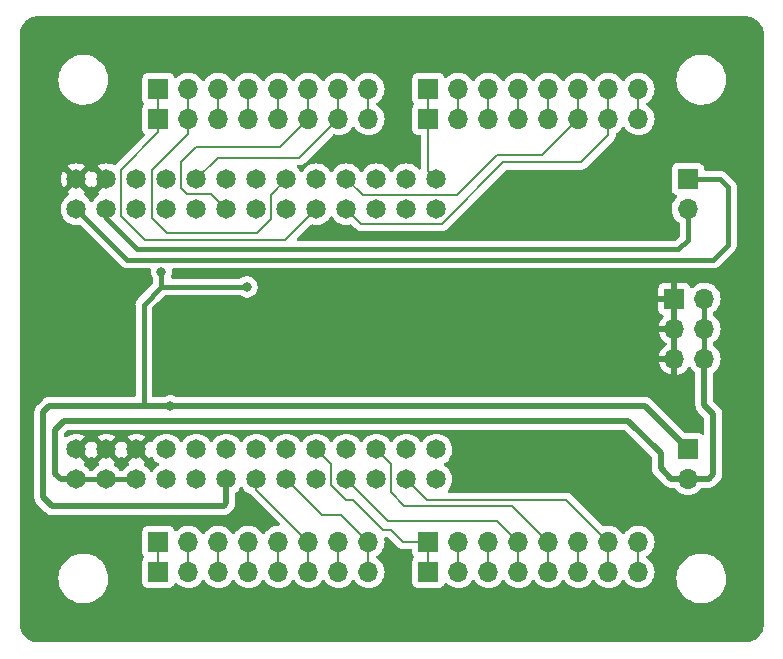
<source format=gbr>
%TF.GenerationSoftware,KiCad,Pcbnew,(5.99.0-8139-gd24b034cbc)*%
%TF.CreationDate,2021-01-06T10:54:56+00:00*%
%TF.ProjectId,neon,6e656f6e-2e6b-4696-9361-645f70636258,1.0*%
%TF.SameCoordinates,Original*%
%TF.FileFunction,Copper,L2,Bot*%
%TF.FilePolarity,Positive*%
%FSLAX46Y46*%
G04 Gerber Fmt 4.6, Leading zero omitted, Abs format (unit mm)*
G04 Created by KiCad (PCBNEW (5.99.0-8139-gd24b034cbc)) date 2021-01-06 10:54:56*
%MOMM*%
%LPD*%
G01*
G04 APERTURE LIST*
%TA.AperFunction,ComponentPad*%
%ADD10C,1.650000*%
%TD*%
%TA.AperFunction,ComponentPad*%
%ADD11R,1.700000X1.700000*%
%TD*%
%TA.AperFunction,ComponentPad*%
%ADD12O,1.700000X1.700000*%
%TD*%
%TA.AperFunction,ViaPad*%
%ADD13C,0.800000*%
%TD*%
%TA.AperFunction,Conductor*%
%ADD14C,0.381000*%
%TD*%
%TA.AperFunction,Conductor*%
%ADD15C,0.500000*%
%TD*%
%TA.AperFunction,Conductor*%
%ADD16C,0.203200*%
%TD*%
G04 APERTURE END LIST*
D10*
%TO.P,U1,1,V3V3*%
%TO.N,V3V3*%
X118784400Y-117653600D03*
%TO.P,U1,2,V3V3*%
X121324400Y-117653600D03*
%TO.P,U1,3,V3V3*%
X123864400Y-117653600D03*
%TO.P,U1,4,AD0*%
%TO.N,/AD0*%
X126404400Y-117653600D03*
%TO.P,U1,5,AD2*%
%TO.N,/AD2*%
X128944400Y-117653600D03*
%TO.P,U1,6,VIO*%
%TO.N,/VIO*%
X131484400Y-117653600D03*
%TO.P,U1,7,AD5*%
%TO.N,/AD5*%
X134024400Y-117653600D03*
%TO.P,U1,8,AD7*%
%TO.N,/AD7*%
X136564400Y-117653600D03*
%TO.P,U1,9,BD1*%
%TO.N,/BD1*%
X139104400Y-117653600D03*
%TO.P,U1,10,BD3*%
%TO.N,/BD3*%
X141644400Y-117653600D03*
%TO.P,U1,11,VIO*%
%TO.N,/VIO*%
X144184400Y-117653600D03*
%TO.P,U1,12,BD6*%
%TO.N,/BD6*%
X146724400Y-117653600D03*
%TO.P,U1,13,SUSPEND*%
%TO.N,no_connect_59*%
X149264400Y-117653600D03*
%TO.P,U1,14,GND*%
%TO.N,GND*%
X118784400Y-115114600D03*
%TO.P,U1,15,GND*%
X121324400Y-115114600D03*
%TO.P,U1,16,GND*%
X123864400Y-115114600D03*
%TO.P,U1,17,RESET*%
%TO.N,no_connect_60*%
X126404400Y-115114600D03*
%TO.P,U1,18,AD1*%
%TO.N,/AD1*%
X128944400Y-115114600D03*
%TO.P,U1,19,AD3*%
%TO.N,/AD3*%
X131484400Y-115114600D03*
%TO.P,U1,20,AD4*%
%TO.N,/AD4*%
X134024400Y-115114600D03*
%TO.P,U1,21,AD6*%
%TO.N,/AD6*%
X136564400Y-115114600D03*
%TO.P,U1,22,BD0*%
%TO.N,/BD0*%
X139104400Y-115114600D03*
%TO.P,U1,23,BD2*%
%TO.N,/BD2*%
X141644400Y-115114600D03*
%TO.P,U1,24,BD4*%
%TO.N,/BD4*%
X144184400Y-115114600D03*
%TO.P,U1,25,BD5*%
%TO.N,/BD5*%
X146724400Y-115114600D03*
%TO.P,U1,26,BD7*%
%TO.N,/BD7*%
X149264400Y-115114600D03*
%TO.P,U1,27,VBUS*%
%TO.N,/VBUS*%
X118784400Y-94763600D03*
%TO.P,U1,28,VCC*%
%TO.N,/VCC*%
X121324400Y-94763600D03*
%TO.P,U1,29,CS*%
%TO.N,/CS*%
X123864400Y-94763600D03*
%TO.P,U1,30,DATA*%
%TO.N,/DATA*%
X126404400Y-94763600D03*
%TO.P,U1,31,DD7*%
%TO.N,/DD7*%
X128944400Y-94763600D03*
%TO.P,U1,32,DD5*%
%TO.N,/DD5*%
X131484400Y-94763600D03*
%TO.P,U1,33,DD4*%
%TO.N,/DD4*%
X134024400Y-94763600D03*
%TO.P,U1,34,DD2*%
%TO.N,/DD2*%
X136564400Y-94763600D03*
%TO.P,U1,35,DD0*%
%TO.N,/DD0*%
X139104400Y-94763600D03*
%TO.P,U1,36,CD6*%
%TO.N,/CD6*%
X141644400Y-94763600D03*
%TO.P,U1,37,CD4*%
%TO.N,/CD4*%
X144184400Y-94763600D03*
%TO.P,U1,38,CD3*%
%TO.N,/CD3*%
X146724400Y-94763600D03*
%TO.P,U1,39,CD1*%
%TO.N,/CD1*%
X149264400Y-94763600D03*
%TO.P,U1,40,GND*%
%TO.N,GND*%
X118784400Y-92223600D03*
%TO.P,U1,41,GND*%
X121324400Y-92223600D03*
%TO.P,U1,42,CLK*%
%TO.N,/CLK*%
X123864400Y-92223600D03*
%TO.P,U1,43,PWREN*%
%TO.N,/PWREN*%
X126404400Y-92223600D03*
%TO.P,U1,44,DD6*%
%TO.N,/DD6*%
X128944400Y-92223600D03*
%TO.P,U1,45,VIO*%
%TO.N,no_connect_61*%
X131484400Y-92223600D03*
%TO.P,U1,46,DD3*%
%TO.N,/DD3*%
X134024400Y-92223600D03*
%TO.P,U1,47,DD1*%
%TO.N,/DD1*%
X136564400Y-92223600D03*
%TO.P,U1,48,CD7*%
%TO.N,/CD7*%
X139104400Y-92223600D03*
%TO.P,U1,49,CD5*%
%TO.N,/CD5*%
X141644400Y-92223600D03*
%TO.P,U1,50,VIO*%
%TO.N,no_connect_62*%
X144184400Y-92223600D03*
%TO.P,U1,51,CD2*%
%TO.N,/CD2*%
X146724400Y-92223600D03*
%TO.P,U1,52,CD0*%
%TO.N,/CD0*%
X149264400Y-92223600D03*
%TD*%
D11*
%TO.P,J1,1,VIO*%
%TO.N,/VIO*%
X170561000Y-115062000D03*
D12*
%TO.P,J1,2,V3V3*%
%TO.N,V3V3*%
X170561000Y-117602000D03*
%TD*%
D11*
%TO.P,U2,1,C0*%
%TO.N,/CD0*%
X148590000Y-84582000D03*
D12*
%TO.P,U2,2,C1*%
%TO.N,/CD1*%
X151130000Y-84582000D03*
%TO.P,U2,3,C2*%
%TO.N,/CD2*%
X153670000Y-84582000D03*
%TO.P,U2,4,C3*%
%TO.N,/CD3*%
X156210000Y-84582000D03*
%TO.P,U2,5,C4*%
%TO.N,/CD4*%
X158750000Y-84582000D03*
%TO.P,U2,6,C5*%
%TO.N,/CD5*%
X161290000Y-84582000D03*
%TO.P,U2,7,C6*%
%TO.N,/CD6*%
X163830000Y-84582000D03*
%TO.P,U2,8,C7*%
%TO.N,/CD7*%
X166370000Y-84582000D03*
%TD*%
D11*
%TO.P,U5,1,D0*%
%TO.N,/DD0*%
X125730000Y-84582000D03*
D12*
%TO.P,U5,2,D1*%
%TO.N,/DD1*%
X128270000Y-84582000D03*
%TO.P,U5,3,D2*%
%TO.N,/DD2*%
X130810000Y-84582000D03*
%TO.P,U5,4,D3*%
%TO.N,/DD3*%
X133350000Y-84582000D03*
%TO.P,U5,5,D4*%
%TO.N,/DD4*%
X135890000Y-84582000D03*
%TO.P,U5,6,D5*%
%TO.N,/DD5*%
X138430000Y-84582000D03*
%TO.P,U5,7,D6*%
%TO.N,/DD6*%
X140970000Y-84582000D03*
%TO.P,U5,8,D7*%
%TO.N,/DD7*%
X143510000Y-84582000D03*
%TD*%
D11*
%TO.P,U4,1,A0*%
%TO.N,/AD0*%
X125730000Y-125476000D03*
D12*
%TO.P,U4,2,A1*%
%TO.N,/AD1*%
X128270000Y-125476000D03*
%TO.P,U4,3,A2*%
%TO.N,/AD2*%
X130810000Y-125476000D03*
%TO.P,U4,4,A3*%
%TO.N,/AD3*%
X133350000Y-125476000D03*
%TO.P,U4,5,A4*%
%TO.N,/AD4*%
X135890000Y-125476000D03*
%TO.P,U4,6,A5*%
%TO.N,/AD5*%
X138430000Y-125476000D03*
%TO.P,U4,7,A6*%
%TO.N,/AD6*%
X140970000Y-125476000D03*
%TO.P,U4,8,A7*%
%TO.N,/AD7*%
X143510000Y-125476000D03*
%TD*%
D11*
%TO.P,U3,1,B0*%
%TO.N,/BD0*%
X148590000Y-125476000D03*
D12*
%TO.P,U3,2,B1*%
%TO.N,/BD1*%
X151130000Y-125476000D03*
%TO.P,U3,3,B2*%
%TO.N,/BD2*%
X153670000Y-125476000D03*
%TO.P,U3,4,B3*%
%TO.N,/BD3*%
X156210000Y-125476000D03*
%TO.P,U3,5,B4*%
%TO.N,/BD4*%
X158750000Y-125476000D03*
%TO.P,U3,6,B5*%
%TO.N,/BD5*%
X161290000Y-125476000D03*
%TO.P,U3,7,B6*%
%TO.N,/BD6*%
X163830000Y-125476000D03*
%TO.P,U3,8,B7*%
%TO.N,/BD7*%
X166370000Y-125476000D03*
%TD*%
D11*
%TO.P,J5,1,VBUS*%
%TO.N,/VBUS*%
X170561000Y-92202000D03*
D12*
%TO.P,J5,2,VCC*%
%TO.N,/VCC*%
X170561000Y-94742000D03*
%TD*%
D11*
%TO.P,S1,1,0*%
%TO.N,/CD0*%
X148590000Y-87122000D03*
D12*
%TO.P,S1,2,1*%
%TO.N,/CD1*%
X151130000Y-87122000D03*
%TO.P,S1,3,2*%
%TO.N,/CD2*%
X153670000Y-87122000D03*
%TO.P,S1,4,3*%
%TO.N,/CD3*%
X156210000Y-87122000D03*
%TO.P,S1,5,4*%
%TO.N,/CD4*%
X158750000Y-87122000D03*
%TO.P,S1,6,5*%
%TO.N,/CD5*%
X161290000Y-87122000D03*
%TO.P,S1,7,6*%
%TO.N,/CD6*%
X163830000Y-87122000D03*
%TO.P,S1,8,7*%
%TO.N,/CD7*%
X166370000Y-87122000D03*
%TD*%
D11*
%TO.P,S2,1,0*%
%TO.N,/DD0*%
X125730000Y-87122000D03*
D12*
%TO.P,S2,2,1*%
%TO.N,/DD1*%
X128270000Y-87122000D03*
%TO.P,S2,3,2*%
%TO.N,/DD2*%
X130810000Y-87122000D03*
%TO.P,S2,4,3*%
%TO.N,/DD3*%
X133350000Y-87122000D03*
%TO.P,S2,5,4*%
%TO.N,/DD4*%
X135890000Y-87122000D03*
%TO.P,S2,6,5*%
%TO.N,/DD5*%
X138430000Y-87122000D03*
%TO.P,S2,7,6*%
%TO.N,/DD6*%
X140970000Y-87122000D03*
%TO.P,S2,8,7*%
%TO.N,/DD7*%
X143510000Y-87122000D03*
%TD*%
D11*
%TO.P,S3,1,0*%
%TO.N,/AD0*%
X125730000Y-122936000D03*
D12*
%TO.P,S3,2,1*%
%TO.N,/AD1*%
X128270000Y-122936000D03*
%TO.P,S3,3,2*%
%TO.N,/AD2*%
X130810000Y-122936000D03*
%TO.P,S3,4,3*%
%TO.N,/AD3*%
X133350000Y-122936000D03*
%TO.P,S3,5,4*%
%TO.N,/AD4*%
X135890000Y-122936000D03*
%TO.P,S3,6,5*%
%TO.N,/AD5*%
X138430000Y-122936000D03*
%TO.P,S3,7,6*%
%TO.N,/AD6*%
X140970000Y-122936000D03*
%TO.P,S3,8,7*%
%TO.N,/AD7*%
X143510000Y-122936000D03*
%TD*%
D11*
%TO.P,S4,1,0*%
%TO.N,/BD0*%
X148590000Y-122936000D03*
D12*
%TO.P,S4,2,1*%
%TO.N,/BD1*%
X151130000Y-122936000D03*
%TO.P,S4,3,2*%
%TO.N,/BD2*%
X153670000Y-122936000D03*
%TO.P,S4,4,3*%
%TO.N,/BD3*%
X156210000Y-122936000D03*
%TO.P,S4,5,4*%
%TO.N,/BD4*%
X158750000Y-122936000D03*
%TO.P,S4,6,5*%
%TO.N,/BD5*%
X161290000Y-122936000D03*
%TO.P,S4,7,6*%
%TO.N,/BD6*%
X163830000Y-122936000D03*
%TO.P,S4,8,7*%
%TO.N,/BD7*%
X166370000Y-122936000D03*
%TD*%
D11*
%TO.P,J2,1,GND*%
%TO.N,GND*%
X169418000Y-102362000D03*
D12*
%TO.P,J2,2,V3V3*%
%TO.N,V3V3*%
X171958000Y-102362000D03*
%TO.P,J2,3,GND*%
%TO.N,GND*%
X169418000Y-104902000D03*
%TO.P,J2,4,V3V3*%
%TO.N,V3V3*%
X171958000Y-104902000D03*
%TO.P,J2,5,GND*%
%TO.N,GND*%
X169418000Y-107442000D03*
%TO.P,J2,6,V3V3*%
%TO.N,V3V3*%
X171958000Y-107442000D03*
%TD*%
D13*
%TO.N,/VIO*%
X125984000Y-100076000D03*
X133223000Y-101346000D03*
X126740000Y-111430000D03*
%TO.N,GND*%
X164782500Y-93345000D03*
X164782500Y-116459000D03*
X157162500Y-116459000D03*
X157162500Y-93345000D03*
X127740000Y-105680000D03*
X134874000Y-100457000D03*
%TD*%
D14*
%TO.N,V3V3*%
X118784400Y-117653600D02*
X123864400Y-117653600D01*
X171958000Y-102362000D02*
X171958000Y-107442000D01*
%TO.N,/VCC*%
X166990000Y-98180000D02*
X169740000Y-98180000D01*
X166981000Y-98171000D02*
X166990000Y-98180000D01*
X169740000Y-98180000D02*
X170561000Y-97359000D01*
X123952000Y-98171000D02*
X166981000Y-98171000D01*
X170561000Y-97359000D02*
X170561000Y-94742000D01*
%TO.N,/VBUS*%
X173262000Y-92202000D02*
X173990000Y-92930000D01*
X170561000Y-92202000D02*
X173262000Y-92202000D01*
X173990000Y-92930000D02*
X173990000Y-97790000D01*
D15*
%TO.N,/VIO*%
X116490000Y-111430000D02*
X124490000Y-111430000D01*
X124490000Y-111430000D02*
X166929000Y-111430000D01*
D14*
X124490000Y-102840000D02*
X124490000Y-111430000D01*
X125984000Y-101346000D02*
X124490000Y-102840000D01*
D15*
%TO.N,V3V3*%
X171958000Y-107442000D02*
X171958000Y-111379000D01*
X172720000Y-112141000D02*
X171958000Y-111379000D01*
X172720000Y-117200000D02*
X172720000Y-112141000D01*
X170561000Y-117602000D02*
X172318000Y-117602000D01*
X172318000Y-117602000D02*
X172720000Y-117200000D01*
X169162000Y-117602000D02*
X170561000Y-117602000D01*
X168240000Y-116680000D02*
X169162000Y-117602000D01*
X118784400Y-117653600D02*
X117463600Y-117653600D01*
X117463600Y-117653600D02*
X116990000Y-117180000D01*
X116990000Y-117180000D02*
X116990000Y-113430000D01*
X116990000Y-113430000D02*
X117740000Y-112680000D01*
X117740000Y-112680000D02*
X165490000Y-112680000D01*
X165490000Y-112680000D02*
X168240000Y-115430000D01*
X168240000Y-115430000D02*
X168240000Y-116680000D01*
%TO.N,/VIO*%
X115990000Y-111930000D02*
X116490000Y-111430000D01*
X115990000Y-119180000D02*
X115990000Y-111930000D01*
X131484400Y-119685600D02*
X131240000Y-119930000D01*
X131484400Y-117653600D02*
X131484400Y-119685600D01*
X131240000Y-119930000D02*
X116740000Y-119930000D01*
X116740000Y-119930000D02*
X115990000Y-119180000D01*
X166929000Y-111430000D02*
X170561000Y-115062000D01*
D14*
X133223000Y-101346000D02*
X125984000Y-101346000D01*
X125984000Y-101346000D02*
X125984000Y-100076000D01*
%TO.N,V3V3*%
X171958000Y-102362000D02*
X171958000Y-104902000D01*
X171958000Y-107442000D02*
X171958000Y-104902000D01*
%TO.N,/VBUS*%
X118784400Y-94763600D02*
X123080800Y-99060000D01*
X172720000Y-99060000D02*
X173990000Y-97790000D01*
X123080800Y-99060000D02*
X172720000Y-99060000D01*
%TO.N,/VCC*%
X121324400Y-95543400D02*
X123952000Y-98171000D01*
D16*
X121324400Y-94763600D02*
X121324400Y-95543400D01*
%TO.N,/CD0*%
X148590000Y-84582000D02*
X148590000Y-87122000D01*
X148590000Y-87122000D02*
X148590000Y-91549200D01*
X148590000Y-91549200D02*
X149264400Y-92223600D01*
%TO.N,/CD1*%
X151130000Y-84582000D02*
X151130000Y-87122000D01*
%TO.N,/CD2*%
X153670000Y-84582000D02*
X153670000Y-87122000D01*
%TO.N,/CD3*%
X156210000Y-84582000D02*
X156210000Y-87122000D01*
%TO.N,/CD4*%
X158750000Y-84582000D02*
X158750000Y-87122000D01*
%TO.N,/CD5*%
X161290000Y-87122000D02*
X158242000Y-90170000D01*
X154432000Y-90170000D02*
X151003000Y-93599000D01*
X151003000Y-93599000D02*
X143019800Y-93599000D01*
X143019800Y-93599000D02*
X141644400Y-92223600D01*
X158242000Y-90170000D02*
X154432000Y-90170000D01*
X161290000Y-84582000D02*
X161290000Y-87122000D01*
%TO.N,/CD6*%
X163830000Y-87122000D02*
X163830000Y-88519000D01*
X163830000Y-84582000D02*
X163830000Y-87122000D01*
X142892800Y-96012000D02*
X141644400Y-94763600D01*
X154940000Y-90805000D02*
X149733000Y-96012000D01*
X163830000Y-88519000D02*
X161544000Y-90805000D01*
X161544000Y-90805000D02*
X154940000Y-90805000D01*
X149733000Y-96012000D02*
X142892800Y-96012000D01*
%TO.N,/CD7*%
X166370000Y-84582000D02*
X166370000Y-87122000D01*
%TO.N,/DD0*%
X122555000Y-95377000D02*
X124587000Y-97409000D01*
X122555000Y-91440000D02*
X122555000Y-95377000D01*
X136459000Y-97409000D02*
X139104400Y-94763600D01*
X125730000Y-88265000D02*
X122555000Y-91440000D01*
X124587000Y-97409000D02*
X136459000Y-97409000D01*
X125730000Y-87122000D02*
X125730000Y-88265000D01*
X125730000Y-84582000D02*
X125730000Y-87122000D01*
%TO.N,/DD1*%
X134112000Y-96774000D02*
X135255000Y-95631000D01*
X128270000Y-84582000D02*
X128270000Y-87122000D01*
X126492000Y-96774000D02*
X134112000Y-96774000D01*
X128270000Y-88392000D02*
X125222000Y-91440000D01*
X125222000Y-95504000D02*
X126492000Y-96774000D01*
X135255000Y-93533000D02*
X136564400Y-92223600D01*
X128270000Y-87122000D02*
X128270000Y-88392000D01*
X125222000Y-91440000D02*
X125222000Y-95504000D01*
X135255000Y-95631000D02*
X135255000Y-93533000D01*
%TO.N,/DD2*%
X130810000Y-87122000D02*
X130810000Y-84582000D01*
%TO.N,/DD3*%
X133350000Y-84582000D02*
X133350000Y-87122000D01*
%TO.N,/DD4*%
X135890000Y-87122000D02*
X135890000Y-84582000D01*
%TO.N,/DD5*%
X136017000Y-89535000D02*
X138430000Y-87122000D01*
X130192800Y-93472000D02*
X128143000Y-93472000D01*
X131484400Y-94763600D02*
X130192800Y-93472000D01*
X138430000Y-84582000D02*
X138430000Y-87122000D01*
X127635000Y-90805000D02*
X128905000Y-89535000D01*
X128905000Y-89535000D02*
X136017000Y-89535000D01*
X128143000Y-93472000D02*
X127635000Y-92964000D01*
X127635000Y-92964000D02*
X127635000Y-90805000D01*
%TO.N,/DD6*%
X137668000Y-90424000D02*
X140970000Y-87122000D01*
X130744000Y-90424000D02*
X137668000Y-90424000D01*
X128944400Y-92223600D02*
X130744000Y-90424000D01*
X140970000Y-84582000D02*
X140970000Y-87122000D01*
%TO.N,/DD7*%
X143510000Y-87122000D02*
X143510000Y-84582000D01*
%TO.N,/AD0*%
X125730000Y-125476000D02*
X125730000Y-122936000D01*
%TO.N,/AD1*%
X128270000Y-125476000D02*
X128270000Y-122936000D01*
%TO.N,/AD2*%
X130810000Y-125476000D02*
X130810000Y-122936000D01*
%TO.N,/AD3*%
X133350000Y-125476000D02*
X133350000Y-122936000D01*
%TO.N,/AD4*%
X135890000Y-125476000D02*
X135890000Y-122936000D01*
%TO.N,/AD5*%
X138430000Y-125476000D02*
X138430000Y-122936000D01*
X134024400Y-118530400D02*
X134024400Y-117653600D01*
X138430000Y-122936000D02*
X134024400Y-118530400D01*
%TO.N,/AD6*%
X140970000Y-125476000D02*
X140970000Y-122936000D01*
%TO.N,/AD7*%
X143510000Y-125476000D02*
X143510000Y-122936000D01*
X141224000Y-120650000D02*
X139560800Y-120650000D01*
X143510000Y-122936000D02*
X141224000Y-120650000D01*
X139560800Y-120650000D02*
X136564400Y-117653600D01*
%TO.N,/BD0*%
X141605000Y-119380000D02*
X140335000Y-118110000D01*
X142240000Y-119380000D02*
X141605000Y-119380000D01*
X145415000Y-121920000D02*
X144780000Y-121920000D01*
X144780000Y-121920000D02*
X142240000Y-119380000D01*
X146431000Y-122936000D02*
X145415000Y-121920000D01*
X148590000Y-125476000D02*
X148590000Y-122936000D01*
X140335000Y-118110000D02*
X140335000Y-116345200D01*
X140335000Y-116345200D02*
X139104400Y-115114600D01*
X148590000Y-122936000D02*
X146431000Y-122936000D01*
%TO.N,/BD1*%
X151130000Y-125476000D02*
X151130000Y-122936000D01*
%TO.N,/BD2*%
X153670000Y-125476000D02*
X153670000Y-122936000D01*
%TO.N,/BD3*%
X145148800Y-121158000D02*
X141644400Y-117653600D01*
X156210000Y-122936000D02*
X156210000Y-125476000D01*
X154432000Y-121158000D02*
X145148800Y-121158000D01*
X156210000Y-122936000D02*
X154432000Y-121158000D01*
%TO.N,/BD4*%
X145415000Y-116345200D02*
X144184400Y-115114600D01*
X158750000Y-122936000D02*
X155702000Y-119888000D01*
X155702000Y-119888000D02*
X146558000Y-119888000D01*
X145415000Y-118745000D02*
X145415000Y-116345200D01*
X158750000Y-125476000D02*
X158750000Y-122936000D01*
X146558000Y-119888000D02*
X145415000Y-118745000D01*
%TO.N,/BD5*%
X161290000Y-125476000D02*
X161290000Y-122936000D01*
%TO.N,/BD6*%
X163830000Y-122936000D02*
X163830000Y-125476000D01*
X148450800Y-119380000D02*
X160274000Y-119380000D01*
X146724400Y-117653600D02*
X148450800Y-119380000D01*
X160274000Y-119380000D02*
X163830000Y-122936000D01*
%TO.N,/BD7*%
X166370000Y-125476000D02*
X166370000Y-122936000D01*
%TD*%
%TA.AperFunction,Conductor*%
%TO.N,GND*%
G36*
X175429028Y-78439874D02*
G01*
X175442474Y-78442219D01*
X175447333Y-78442308D01*
X175447338Y-78442308D01*
X175557687Y-78444318D01*
X175564381Y-78444618D01*
X175609512Y-78447846D01*
X175618454Y-78448807D01*
X175692302Y-78459424D01*
X175784062Y-78472617D01*
X175792869Y-78474206D01*
X175819254Y-78479946D01*
X175827957Y-78482168D01*
X175928150Y-78511587D01*
X175988450Y-78529292D01*
X175996965Y-78532125D01*
X176022287Y-78541570D01*
X176030547Y-78544992D01*
X176182746Y-78614500D01*
X176190737Y-78618499D01*
X176214441Y-78631442D01*
X176222151Y-78636017D01*
X176356653Y-78722456D01*
X176362896Y-78726468D01*
X176370285Y-78731599D01*
X176391869Y-78747757D01*
X176398859Y-78753389D01*
X176525295Y-78862947D01*
X176531861Y-78869061D01*
X176550944Y-78888144D01*
X176557060Y-78894712D01*
X176666620Y-79021151D01*
X176672224Y-79028106D01*
X176688401Y-79049715D01*
X176688411Y-79049728D01*
X176693539Y-79057115D01*
X176783975Y-79197838D01*
X176788563Y-79205569D01*
X176801495Y-79229252D01*
X176805501Y-79237254D01*
X176875007Y-79389451D01*
X176878439Y-79397737D01*
X176887872Y-79423027D01*
X176890708Y-79431549D01*
X176937831Y-79592038D01*
X176940055Y-79600751D01*
X176945789Y-79627108D01*
X176947386Y-79635961D01*
X176971192Y-79801534D01*
X176972154Y-79810475D01*
X176973086Y-79823516D01*
X176975382Y-79855620D01*
X176975682Y-79862312D01*
X176977381Y-79955564D01*
X176977721Y-79974249D01*
X176978437Y-79978672D01*
X176980381Y-79990683D01*
X176982000Y-80010815D01*
X176982000Y-129847379D01*
X176980126Y-129869027D01*
X176977781Y-129882473D01*
X176977692Y-129887332D01*
X176977692Y-129887337D01*
X176975682Y-129997689D01*
X176975382Y-130004384D01*
X176972154Y-130049513D01*
X176971193Y-130058454D01*
X176947386Y-130224040D01*
X176945789Y-130232892D01*
X176940055Y-130259251D01*
X176937830Y-130267966D01*
X176890709Y-130428447D01*
X176887867Y-130436985D01*
X176878442Y-130462252D01*
X176875002Y-130470558D01*
X176840256Y-130546642D01*
X176805507Y-130622731D01*
X176801483Y-130630770D01*
X176788564Y-130654429D01*
X176783975Y-130662164D01*
X176693535Y-130802891D01*
X176688405Y-130810279D01*
X176672249Y-130831861D01*
X176666605Y-130838865D01*
X176557056Y-130965291D01*
X176550927Y-130971873D01*
X176531873Y-130990927D01*
X176525290Y-130997056D01*
X176398866Y-131106603D01*
X176391866Y-131112246D01*
X176370280Y-131128405D01*
X176370273Y-131128410D01*
X176362886Y-131133538D01*
X176332870Y-131152828D01*
X176222160Y-131223976D01*
X176214425Y-131228565D01*
X176190773Y-131241480D01*
X176182731Y-131245506D01*
X176098069Y-131284171D01*
X176030562Y-131315000D01*
X176022255Y-131318442D01*
X175996984Y-131327867D01*
X175988453Y-131330706D01*
X175901592Y-131356211D01*
X175827956Y-131377833D01*
X175819246Y-131380056D01*
X175792884Y-131385790D01*
X175784036Y-131387386D01*
X175618466Y-131411192D01*
X175609525Y-131412154D01*
X175596484Y-131413086D01*
X175564380Y-131415382D01*
X175557688Y-131415682D01*
X175450229Y-131417639D01*
X175450223Y-131417640D01*
X175445751Y-131417721D01*
X175429317Y-131420381D01*
X175409185Y-131422000D01*
X115572621Y-131422000D01*
X115550972Y-131420126D01*
X115542320Y-131418617D01*
X115542321Y-131418617D01*
X115537527Y-131417781D01*
X115532668Y-131417692D01*
X115532663Y-131417692D01*
X115422311Y-131415682D01*
X115415616Y-131415382D01*
X115370487Y-131412154D01*
X115361546Y-131411193D01*
X115195960Y-131387386D01*
X115187108Y-131385789D01*
X115160754Y-131380056D01*
X115160746Y-131380054D01*
X115152034Y-131377830D01*
X115143763Y-131375402D01*
X114991540Y-131330705D01*
X114983015Y-131327867D01*
X114957748Y-131318442D01*
X114949442Y-131315002D01*
X114873358Y-131280256D01*
X114797263Y-131245504D01*
X114789230Y-131241483D01*
X114765571Y-131228564D01*
X114757836Y-131223975D01*
X114617109Y-131133535D01*
X114609721Y-131128405D01*
X114588139Y-131112249D01*
X114581135Y-131106605D01*
X114454709Y-130997056D01*
X114448127Y-130990927D01*
X114429073Y-130971873D01*
X114422944Y-130965290D01*
X114313397Y-130838866D01*
X114307753Y-130831864D01*
X114307751Y-130831861D01*
X114291588Y-130810270D01*
X114286460Y-130802883D01*
X114196024Y-130662160D01*
X114191435Y-130654425D01*
X114178520Y-130630773D01*
X114174494Y-130622731D01*
X114105002Y-130470568D01*
X114101558Y-130462255D01*
X114092133Y-130436984D01*
X114089294Y-130428453D01*
X114063789Y-130341592D01*
X114042167Y-130267956D01*
X114039944Y-130259246D01*
X114034210Y-130232884D01*
X114032614Y-130224036D01*
X114008808Y-130058466D01*
X114007846Y-130049521D01*
X114007846Y-130049513D01*
X114004618Y-130004380D01*
X114004318Y-129997688D01*
X114002361Y-129890229D01*
X114002360Y-129890223D01*
X114002279Y-129885751D01*
X113999619Y-129869316D01*
X113998000Y-129849185D01*
X113998000Y-126012668D01*
X117266616Y-126012668D01*
X117283166Y-126299692D01*
X117283991Y-126303897D01*
X117283992Y-126303905D01*
X117305047Y-126411220D01*
X117338516Y-126581814D01*
X117348314Y-126610431D01*
X117426354Y-126838368D01*
X117431642Y-126853814D01*
X117560822Y-127110659D01*
X117723664Y-127347596D01*
X117917155Y-127560240D01*
X118137716Y-127744657D01*
X118141357Y-127746941D01*
X118377624Y-127895152D01*
X118377628Y-127895154D01*
X118381264Y-127897435D01*
X118643293Y-128015745D01*
X118647412Y-128016965D01*
X118914841Y-128096182D01*
X118914846Y-128096183D01*
X118918954Y-128097400D01*
X118923188Y-128098048D01*
X118923193Y-128098049D01*
X119176037Y-128136740D01*
X119203147Y-128140888D01*
X119349498Y-128143187D01*
X119486321Y-128145337D01*
X119486327Y-128145337D01*
X119490612Y-128145404D01*
X119494864Y-128144889D01*
X119494872Y-128144889D01*
X119716529Y-128118065D01*
X119776030Y-128110864D01*
X119780179Y-128109776D01*
X119780182Y-128109775D01*
X120049970Y-128038998D01*
X120054121Y-128037909D01*
X120319736Y-127927887D01*
X120368827Y-127899201D01*
X120564255Y-127785002D01*
X120564257Y-127785000D01*
X120567963Y-127782835D01*
X120794208Y-127605437D01*
X120994283Y-127398975D01*
X120996816Y-127395527D01*
X120996820Y-127395522D01*
X121161949Y-127170725D01*
X121164487Y-127167270D01*
X121195224Y-127110659D01*
X121299621Y-126918385D01*
X121299622Y-126918383D01*
X121301671Y-126914609D01*
X121403295Y-126645669D01*
X121443909Y-126468337D01*
X121466521Y-126369608D01*
X121466522Y-126369604D01*
X121467479Y-126365424D01*
X121468801Y-126350617D01*
X121492816Y-126081528D01*
X121492816Y-126081526D01*
X121493036Y-126079062D01*
X121493500Y-126034800D01*
X121473946Y-125747965D01*
X121469435Y-125726180D01*
X121416513Y-125470635D01*
X121415644Y-125466438D01*
X121319674Y-125195428D01*
X121187812Y-124939950D01*
X121022498Y-124704731D01*
X121017709Y-124699577D01*
X120829711Y-124497268D01*
X120829708Y-124497266D01*
X120826790Y-124494125D01*
X120823474Y-124491411D01*
X120823471Y-124491408D01*
X120607629Y-124314742D01*
X120607622Y-124314737D01*
X120604311Y-124312027D01*
X120359176Y-124161809D01*
X120355240Y-124160081D01*
X120099851Y-124047972D01*
X120099847Y-124047971D01*
X120095923Y-124046248D01*
X119819421Y-123967485D01*
X119608794Y-123937508D01*
X119539041Y-123927581D01*
X119539039Y-123927581D01*
X119534789Y-123926976D01*
X119383976Y-123926187D01*
X119251579Y-123925493D01*
X119251573Y-123925493D01*
X119247292Y-123925471D01*
X119243048Y-123926030D01*
X119243044Y-123926030D01*
X119117864Y-123942510D01*
X118962251Y-123962997D01*
X118958111Y-123964130D01*
X118958109Y-123964130D01*
X118689085Y-124037727D01*
X118684940Y-124038861D01*
X118663580Y-124047972D01*
X118424433Y-124149976D01*
X118424426Y-124149980D01*
X118420491Y-124151658D01*
X118416810Y-124153861D01*
X118177479Y-124297097D01*
X118177475Y-124297100D01*
X118173797Y-124299301D01*
X118170454Y-124301979D01*
X118170450Y-124301982D01*
X118083634Y-124371535D01*
X117949423Y-124479059D01*
X117946479Y-124482161D01*
X117946475Y-124482165D01*
X117754470Y-124684495D01*
X117751520Y-124687604D01*
X117583752Y-124921079D01*
X117449222Y-125175162D01*
X117350419Y-125445152D01*
X117289173Y-125726054D01*
X117266616Y-126012668D01*
X113998000Y-126012668D01*
X113998000Y-119153355D01*
X115226965Y-119153355D01*
X115227558Y-119160647D01*
X115227558Y-119160650D01*
X115231085Y-119204007D01*
X115231500Y-119214222D01*
X115231500Y-119222885D01*
X115231924Y-119226519D01*
X115231924Y-119226525D01*
X115234951Y-119252484D01*
X115235383Y-119256849D01*
X115241301Y-119329604D01*
X115243557Y-119336567D01*
X115244740Y-119342491D01*
X115246130Y-119348371D01*
X115246978Y-119355642D01*
X115271891Y-119424277D01*
X115273303Y-119428391D01*
X115293541Y-119490865D01*
X115293543Y-119490870D01*
X115295798Y-119497830D01*
X115299596Y-119504088D01*
X115302102Y-119509562D01*
X115304814Y-119514979D01*
X115307313Y-119521863D01*
X115311326Y-119527984D01*
X115311327Y-119527986D01*
X115347336Y-119582910D01*
X115349681Y-119586627D01*
X115387535Y-119649006D01*
X115391247Y-119653209D01*
X115395751Y-119658309D01*
X115397969Y-119660891D01*
X115400259Y-119663630D01*
X115404269Y-119669746D01*
X115456119Y-119718864D01*
X115458562Y-119721242D01*
X116157000Y-120419681D01*
X116169385Y-120434093D01*
X116181611Y-120450706D01*
X116187194Y-120455449D01*
X116220351Y-120483618D01*
X116227867Y-120490548D01*
X116233984Y-120496665D01*
X116236857Y-120498938D01*
X116236866Y-120498946D01*
X116257343Y-120515146D01*
X116260747Y-120517937D01*
X116310794Y-120560455D01*
X116316376Y-120565197D01*
X116322895Y-120568526D01*
X116327927Y-120571882D01*
X116333066Y-120575056D01*
X116338802Y-120579594D01*
X116345426Y-120582690D01*
X116345428Y-120582691D01*
X116404911Y-120610491D01*
X116408863Y-120612423D01*
X116473865Y-120645615D01*
X116480972Y-120647354D01*
X116486632Y-120649459D01*
X116492377Y-120651370D01*
X116499001Y-120654466D01*
X116506161Y-120655955D01*
X116506163Y-120655956D01*
X116570458Y-120669329D01*
X116574742Y-120670299D01*
X116645630Y-120687645D01*
X116651232Y-120687993D01*
X116651235Y-120687993D01*
X116656532Y-120688321D01*
X116658031Y-120688414D01*
X116661427Y-120688671D01*
X116664962Y-120688986D01*
X116672128Y-120690477D01*
X116743493Y-120688546D01*
X116746901Y-120688500D01*
X131174014Y-120688500D01*
X131192965Y-120689933D01*
X131206122Y-120691935D01*
X131206125Y-120691935D01*
X131213355Y-120693035D01*
X131220647Y-120692442D01*
X131220650Y-120692442D01*
X131264007Y-120688915D01*
X131274222Y-120688500D01*
X131282886Y-120688500D01*
X131286520Y-120688076D01*
X131286526Y-120688076D01*
X131296467Y-120686917D01*
X131312515Y-120685046D01*
X131316842Y-120684618D01*
X131346196Y-120682230D01*
X131382307Y-120679293D01*
X131382311Y-120679292D01*
X131389604Y-120678699D01*
X131396563Y-120676445D01*
X131402483Y-120675262D01*
X131408373Y-120673870D01*
X131415643Y-120673022D01*
X131422523Y-120670525D01*
X131422526Y-120670524D01*
X131466765Y-120654466D01*
X131484264Y-120648114D01*
X131488410Y-120646691D01*
X131550867Y-120626458D01*
X131550869Y-120626457D01*
X131557830Y-120624202D01*
X131564087Y-120620405D01*
X131569562Y-120617898D01*
X131574976Y-120615187D01*
X131581864Y-120612687D01*
X131642918Y-120572658D01*
X131646627Y-120570318D01*
X131704211Y-120535375D01*
X131704213Y-120535373D01*
X131709006Y-120532465D01*
X131713209Y-120528753D01*
X131713213Y-120528750D01*
X131718292Y-120524265D01*
X131720872Y-120522047D01*
X131723627Y-120519744D01*
X131729747Y-120515731D01*
X131745648Y-120498946D01*
X131778895Y-120463849D01*
X131781273Y-120461407D01*
X131974074Y-120268606D01*
X131988488Y-120256219D01*
X131999203Y-120248334D01*
X131999208Y-120248330D01*
X132005106Y-120243989D01*
X132029800Y-120214923D01*
X132038024Y-120205242D01*
X132044954Y-120197726D01*
X132051065Y-120191615D01*
X132069532Y-120168275D01*
X132072316Y-120164879D01*
X132114855Y-120114807D01*
X132114859Y-120114801D01*
X132119597Y-120109224D01*
X132122925Y-120102706D01*
X132126255Y-120097713D01*
X132129450Y-120092541D01*
X132133994Y-120086797D01*
X132137095Y-120080163D01*
X132137097Y-120080159D01*
X132164887Y-120020698D01*
X132166819Y-120016745D01*
X132196685Y-119958257D01*
X132196686Y-119958254D01*
X132200015Y-119951735D01*
X132201755Y-119944624D01*
X132203862Y-119938958D01*
X132205767Y-119933231D01*
X132208867Y-119926599D01*
X132223738Y-119855104D01*
X132224695Y-119850875D01*
X132242045Y-119779970D01*
X132242815Y-119767563D01*
X132243071Y-119764169D01*
X132243386Y-119760639D01*
X132244877Y-119753471D01*
X132242946Y-119682106D01*
X132242900Y-119678698D01*
X132242900Y-118815872D01*
X132262902Y-118747751D01*
X132296628Y-118712660D01*
X132344771Y-118678950D01*
X132509750Y-118513971D01*
X132579654Y-118414139D01*
X132640424Y-118327350D01*
X132643575Y-118322850D01*
X132645495Y-118318733D01*
X132696665Y-118269943D01*
X132766379Y-118256508D01*
X132832289Y-118282895D01*
X132863262Y-118318641D01*
X132865225Y-118322850D01*
X132868376Y-118327350D01*
X132929147Y-118414139D01*
X132999050Y-118513971D01*
X133164029Y-118678950D01*
X133168537Y-118682107D01*
X133168540Y-118682109D01*
X133225880Y-118722259D01*
X133355150Y-118812775D01*
X133360131Y-118815098D01*
X133360142Y-118815104D01*
X133501711Y-118881119D01*
X133536262Y-118908687D01*
X133538069Y-118906880D01*
X133551350Y-118920161D01*
X133564191Y-118935196D01*
X133576011Y-118951465D01*
X133582119Y-118956518D01*
X133582121Y-118956520D01*
X133609895Y-118979496D01*
X133618675Y-118987486D01*
X135991948Y-121360759D01*
X136025974Y-121423071D01*
X136020909Y-121493886D01*
X135978362Y-121550722D01*
X135907580Y-121575765D01*
X135795622Y-121579968D01*
X135723831Y-121582663D01*
X135685561Y-121590693D01*
X135503411Y-121628912D01*
X135503408Y-121628913D01*
X135498184Y-121630009D01*
X135283740Y-121714697D01*
X135086631Y-121834306D01*
X135082601Y-121837803D01*
X134917497Y-121981072D01*
X134912492Y-121985415D01*
X134909111Y-121989539D01*
X134909105Y-121989545D01*
X134874545Y-122031695D01*
X134766304Y-122163705D01*
X134763667Y-122168338D01*
X134763666Y-122168339D01*
X134730116Y-122227278D01*
X134679033Y-122276584D01*
X134609402Y-122290445D01*
X134543332Y-122264461D01*
X134516094Y-122235312D01*
X134510686Y-122227278D01*
X134418599Y-122090496D01*
X134415607Y-122086052D01*
X134415605Y-122086050D01*
X134412627Y-122081626D01*
X134253482Y-121914799D01*
X134068504Y-121777171D01*
X134063753Y-121774755D01*
X134063749Y-121774753D01*
X133867740Y-121675097D01*
X133867739Y-121675097D01*
X133862982Y-121672678D01*
X133722033Y-121628912D01*
X133647895Y-121605891D01*
X133647889Y-121605890D01*
X133642792Y-121604307D01*
X133531322Y-121589533D01*
X133419515Y-121574714D01*
X133419510Y-121574714D01*
X133414230Y-121574014D01*
X133408900Y-121574214D01*
X133408899Y-121574214D01*
X133315320Y-121577727D01*
X133183831Y-121582663D01*
X133145561Y-121590693D01*
X132963411Y-121628912D01*
X132963408Y-121628913D01*
X132958184Y-121630009D01*
X132743740Y-121714697D01*
X132546631Y-121834306D01*
X132542601Y-121837803D01*
X132377497Y-121981072D01*
X132372492Y-121985415D01*
X132369111Y-121989539D01*
X132369105Y-121989545D01*
X132334545Y-122031695D01*
X132226304Y-122163705D01*
X132223667Y-122168338D01*
X132223666Y-122168339D01*
X132190116Y-122227278D01*
X132139033Y-122276584D01*
X132069402Y-122290445D01*
X132003332Y-122264461D01*
X131976094Y-122235312D01*
X131970686Y-122227278D01*
X131878599Y-122090496D01*
X131875607Y-122086052D01*
X131875605Y-122086050D01*
X131872627Y-122081626D01*
X131713482Y-121914799D01*
X131528504Y-121777171D01*
X131523753Y-121774755D01*
X131523749Y-121774753D01*
X131327740Y-121675097D01*
X131327739Y-121675097D01*
X131322982Y-121672678D01*
X131182033Y-121628912D01*
X131107895Y-121605891D01*
X131107889Y-121605890D01*
X131102792Y-121604307D01*
X130991322Y-121589533D01*
X130879515Y-121574714D01*
X130879510Y-121574714D01*
X130874230Y-121574014D01*
X130868900Y-121574214D01*
X130868899Y-121574214D01*
X130775320Y-121577727D01*
X130643831Y-121582663D01*
X130605561Y-121590693D01*
X130423411Y-121628912D01*
X130423408Y-121628913D01*
X130418184Y-121630009D01*
X130203740Y-121714697D01*
X130006631Y-121834306D01*
X130002601Y-121837803D01*
X129837497Y-121981072D01*
X129832492Y-121985415D01*
X129829111Y-121989539D01*
X129829105Y-121989545D01*
X129794545Y-122031695D01*
X129686304Y-122163705D01*
X129683667Y-122168338D01*
X129683666Y-122168339D01*
X129650116Y-122227278D01*
X129599033Y-122276584D01*
X129529402Y-122290445D01*
X129463332Y-122264461D01*
X129436094Y-122235312D01*
X129430686Y-122227278D01*
X129338599Y-122090496D01*
X129335607Y-122086052D01*
X129335605Y-122086050D01*
X129332627Y-122081626D01*
X129173482Y-121914799D01*
X128988504Y-121777171D01*
X128983753Y-121774755D01*
X128983749Y-121774753D01*
X128787740Y-121675097D01*
X128787739Y-121675097D01*
X128782982Y-121672678D01*
X128642033Y-121628912D01*
X128567895Y-121605891D01*
X128567889Y-121605890D01*
X128562792Y-121604307D01*
X128451322Y-121589533D01*
X128339515Y-121574714D01*
X128339510Y-121574714D01*
X128334230Y-121574014D01*
X128328900Y-121574214D01*
X128328899Y-121574214D01*
X128235320Y-121577727D01*
X128103831Y-121582663D01*
X128065561Y-121590693D01*
X127883411Y-121628912D01*
X127883408Y-121628913D01*
X127878184Y-121630009D01*
X127663740Y-121714697D01*
X127466631Y-121834306D01*
X127462601Y-121837803D01*
X127297497Y-121981072D01*
X127292492Y-121985415D01*
X127287339Y-121991700D01*
X127286364Y-121992365D01*
X127285390Y-121993366D01*
X127285186Y-121993168D01*
X127228681Y-122031695D01*
X127157710Y-122033628D01*
X127096961Y-121996885D01*
X127069008Y-121947309D01*
X127059462Y-121914799D01*
X127047096Y-121872684D01*
X126985713Y-121777171D01*
X126972949Y-121757309D01*
X126972947Y-121757306D01*
X126968077Y-121749729D01*
X126925384Y-121712735D01*
X126864431Y-121659918D01*
X126864428Y-121659916D01*
X126857619Y-121654016D01*
X126775175Y-121616365D01*
X126732864Y-121597042D01*
X126732863Y-121597042D01*
X126724670Y-121593300D01*
X126715755Y-121592018D01*
X126715754Y-121592018D01*
X126584448Y-121573139D01*
X126584441Y-121573138D01*
X126580000Y-121572500D01*
X124880000Y-121572500D01*
X124806921Y-121577727D01*
X124753884Y-121593300D01*
X124675330Y-121616365D01*
X124675328Y-121616366D01*
X124666684Y-121618904D01*
X124646350Y-121631972D01*
X124551309Y-121693051D01*
X124551306Y-121693053D01*
X124543729Y-121697923D01*
X124537828Y-121704733D01*
X124453918Y-121801569D01*
X124453916Y-121801572D01*
X124448016Y-121808381D01*
X124387300Y-121941330D01*
X124386018Y-121950245D01*
X124386018Y-121950246D01*
X124367139Y-122081552D01*
X124367138Y-122081559D01*
X124366500Y-122086000D01*
X124366500Y-123786000D01*
X124371727Y-123859079D01*
X124391657Y-123926954D01*
X124403558Y-123967485D01*
X124412904Y-123999316D01*
X124417775Y-124006895D01*
X124487051Y-124114691D01*
X124487053Y-124114694D01*
X124491923Y-124122271D01*
X124497598Y-124127188D01*
X124526776Y-124191077D01*
X124516674Y-124261351D01*
X124497283Y-124291524D01*
X124453918Y-124341569D01*
X124453916Y-124341572D01*
X124448016Y-124348381D01*
X124387300Y-124481330D01*
X124386018Y-124490245D01*
X124386018Y-124490246D01*
X124367139Y-124621552D01*
X124367138Y-124621559D01*
X124366500Y-124626000D01*
X124366500Y-126326000D01*
X124371727Y-126399079D01*
X124412904Y-126539316D01*
X124417775Y-126546895D01*
X124487051Y-126654691D01*
X124487053Y-126654694D01*
X124491923Y-126662271D01*
X124498733Y-126668172D01*
X124595569Y-126752082D01*
X124595572Y-126752084D01*
X124602381Y-126757984D01*
X124610579Y-126761728D01*
X124722998Y-126813068D01*
X124735330Y-126818700D01*
X124744245Y-126819982D01*
X124744246Y-126819982D01*
X124875552Y-126838861D01*
X124875559Y-126838862D01*
X124880000Y-126839500D01*
X126580000Y-126839500D01*
X126653079Y-126834273D01*
X126731165Y-126811345D01*
X126784670Y-126795635D01*
X126784672Y-126795634D01*
X126793316Y-126793096D01*
X126859721Y-126750420D01*
X126908691Y-126718949D01*
X126908694Y-126718947D01*
X126916271Y-126714077D01*
X126941086Y-126685439D01*
X127006082Y-126610431D01*
X127006084Y-126610428D01*
X127011984Y-126603619D01*
X127072700Y-126470670D01*
X127073320Y-126466360D01*
X127110432Y-126408610D01*
X127175012Y-126379117D01*
X127245286Y-126389220D01*
X127277335Y-126410270D01*
X127445629Y-126562069D01*
X127640406Y-126685439D01*
X127853184Y-126774228D01*
X127858387Y-126775425D01*
X127858392Y-126775426D01*
X128072678Y-126824701D01*
X128072683Y-126824702D01*
X128077881Y-126825897D01*
X128083209Y-126826200D01*
X128083212Y-126826200D01*
X128233877Y-126834755D01*
X128308071Y-126838968D01*
X128313378Y-126838368D01*
X128313380Y-126838368D01*
X128487354Y-126818700D01*
X128537173Y-126813068D01*
X128542288Y-126811587D01*
X128542292Y-126811586D01*
X128671298Y-126774228D01*
X128758635Y-126748937D01*
X128966125Y-126648409D01*
X128970463Y-126645309D01*
X128970468Y-126645306D01*
X129149370Y-126517459D01*
X129153711Y-126514357D01*
X129301352Y-126365424D01*
X129312277Y-126354403D01*
X129312278Y-126354402D01*
X129316030Y-126350617D01*
X129319090Y-126346255D01*
X129319095Y-126346249D01*
X129437634Y-126177271D01*
X129493130Y-126132990D01*
X129563755Y-126125743D01*
X129627088Y-126157829D01*
X129651461Y-126189410D01*
X129671685Y-126226580D01*
X129814424Y-126407644D01*
X129818389Y-126411220D01*
X129981659Y-126558489D01*
X129981665Y-126558494D01*
X129985629Y-126562069D01*
X130180406Y-126685439D01*
X130393184Y-126774228D01*
X130398387Y-126775425D01*
X130398392Y-126775426D01*
X130612678Y-126824701D01*
X130612683Y-126824702D01*
X130617881Y-126825897D01*
X130623209Y-126826200D01*
X130623212Y-126826200D01*
X130773877Y-126834755D01*
X130848071Y-126838968D01*
X130853378Y-126838368D01*
X130853380Y-126838368D01*
X131027354Y-126818700D01*
X131077173Y-126813068D01*
X131082288Y-126811587D01*
X131082292Y-126811586D01*
X131211298Y-126774228D01*
X131298635Y-126748937D01*
X131506125Y-126648409D01*
X131510463Y-126645309D01*
X131510468Y-126645306D01*
X131689370Y-126517459D01*
X131693711Y-126514357D01*
X131841352Y-126365424D01*
X131852277Y-126354403D01*
X131852278Y-126354402D01*
X131856030Y-126350617D01*
X131859090Y-126346255D01*
X131859095Y-126346249D01*
X131977634Y-126177271D01*
X132033130Y-126132990D01*
X132103755Y-126125743D01*
X132167088Y-126157829D01*
X132191461Y-126189410D01*
X132211685Y-126226580D01*
X132354424Y-126407644D01*
X132358389Y-126411220D01*
X132521659Y-126558489D01*
X132521665Y-126558494D01*
X132525629Y-126562069D01*
X132720406Y-126685439D01*
X132933184Y-126774228D01*
X132938387Y-126775425D01*
X132938392Y-126775426D01*
X133152678Y-126824701D01*
X133152683Y-126824702D01*
X133157881Y-126825897D01*
X133163209Y-126826200D01*
X133163212Y-126826200D01*
X133313877Y-126834755D01*
X133388071Y-126838968D01*
X133393378Y-126838368D01*
X133393380Y-126838368D01*
X133567354Y-126818700D01*
X133617173Y-126813068D01*
X133622288Y-126811587D01*
X133622292Y-126811586D01*
X133751298Y-126774228D01*
X133838635Y-126748937D01*
X134046125Y-126648409D01*
X134050463Y-126645309D01*
X134050468Y-126645306D01*
X134229370Y-126517459D01*
X134233711Y-126514357D01*
X134381352Y-126365424D01*
X134392277Y-126354403D01*
X134392278Y-126354402D01*
X134396030Y-126350617D01*
X134399090Y-126346255D01*
X134399095Y-126346249D01*
X134517634Y-126177271D01*
X134573130Y-126132990D01*
X134643755Y-126125743D01*
X134707088Y-126157829D01*
X134731461Y-126189410D01*
X134751685Y-126226580D01*
X134894424Y-126407644D01*
X134898389Y-126411220D01*
X135061659Y-126558489D01*
X135061665Y-126558494D01*
X135065629Y-126562069D01*
X135260406Y-126685439D01*
X135473184Y-126774228D01*
X135478387Y-126775425D01*
X135478392Y-126775426D01*
X135692678Y-126824701D01*
X135692683Y-126824702D01*
X135697881Y-126825897D01*
X135703209Y-126826200D01*
X135703212Y-126826200D01*
X135853877Y-126834755D01*
X135928071Y-126838968D01*
X135933378Y-126838368D01*
X135933380Y-126838368D01*
X136107354Y-126818700D01*
X136157173Y-126813068D01*
X136162288Y-126811587D01*
X136162292Y-126811586D01*
X136291298Y-126774228D01*
X136378635Y-126748937D01*
X136586125Y-126648409D01*
X136590463Y-126645309D01*
X136590468Y-126645306D01*
X136769370Y-126517459D01*
X136773711Y-126514357D01*
X136921352Y-126365424D01*
X136932277Y-126354403D01*
X136932278Y-126354402D01*
X136936030Y-126350617D01*
X136939090Y-126346255D01*
X136939095Y-126346249D01*
X137057634Y-126177271D01*
X137113130Y-126132990D01*
X137183755Y-126125743D01*
X137247088Y-126157829D01*
X137271461Y-126189410D01*
X137291685Y-126226580D01*
X137434424Y-126407644D01*
X137438389Y-126411220D01*
X137601659Y-126558489D01*
X137601665Y-126558494D01*
X137605629Y-126562069D01*
X137800406Y-126685439D01*
X138013184Y-126774228D01*
X138018387Y-126775425D01*
X138018392Y-126775426D01*
X138232678Y-126824701D01*
X138232683Y-126824702D01*
X138237881Y-126825897D01*
X138243209Y-126826200D01*
X138243212Y-126826200D01*
X138393877Y-126834755D01*
X138468071Y-126838968D01*
X138473378Y-126838368D01*
X138473380Y-126838368D01*
X138647354Y-126818700D01*
X138697173Y-126813068D01*
X138702288Y-126811587D01*
X138702292Y-126811586D01*
X138831298Y-126774228D01*
X138918635Y-126748937D01*
X139126125Y-126648409D01*
X139130463Y-126645309D01*
X139130468Y-126645306D01*
X139309370Y-126517459D01*
X139313711Y-126514357D01*
X139461352Y-126365424D01*
X139472277Y-126354403D01*
X139472278Y-126354402D01*
X139476030Y-126350617D01*
X139479090Y-126346255D01*
X139479095Y-126346249D01*
X139597634Y-126177271D01*
X139653130Y-126132990D01*
X139723755Y-126125743D01*
X139787088Y-126157829D01*
X139811461Y-126189410D01*
X139831685Y-126226580D01*
X139974424Y-126407644D01*
X139978389Y-126411220D01*
X140141659Y-126558489D01*
X140141665Y-126558494D01*
X140145629Y-126562069D01*
X140340406Y-126685439D01*
X140553184Y-126774228D01*
X140558387Y-126775425D01*
X140558392Y-126775426D01*
X140772678Y-126824701D01*
X140772683Y-126824702D01*
X140777881Y-126825897D01*
X140783209Y-126826200D01*
X140783212Y-126826200D01*
X140933877Y-126834755D01*
X141008071Y-126838968D01*
X141013378Y-126838368D01*
X141013380Y-126838368D01*
X141187354Y-126818700D01*
X141237173Y-126813068D01*
X141242288Y-126811587D01*
X141242292Y-126811586D01*
X141371298Y-126774228D01*
X141458635Y-126748937D01*
X141666125Y-126648409D01*
X141670463Y-126645309D01*
X141670468Y-126645306D01*
X141849370Y-126517459D01*
X141853711Y-126514357D01*
X142001352Y-126365424D01*
X142012277Y-126354403D01*
X142012278Y-126354402D01*
X142016030Y-126350617D01*
X142019090Y-126346255D01*
X142019095Y-126346249D01*
X142137634Y-126177271D01*
X142193130Y-126132990D01*
X142263755Y-126125743D01*
X142327088Y-126157829D01*
X142351461Y-126189410D01*
X142371685Y-126226580D01*
X142514424Y-126407644D01*
X142518389Y-126411220D01*
X142681659Y-126558489D01*
X142681665Y-126558494D01*
X142685629Y-126562069D01*
X142880406Y-126685439D01*
X143093184Y-126774228D01*
X143098387Y-126775425D01*
X143098392Y-126775426D01*
X143312678Y-126824701D01*
X143312683Y-126824702D01*
X143317881Y-126825897D01*
X143323209Y-126826200D01*
X143323212Y-126826200D01*
X143473877Y-126834755D01*
X143548071Y-126838968D01*
X143553378Y-126838368D01*
X143553380Y-126838368D01*
X143727354Y-126818700D01*
X143777173Y-126813068D01*
X143782288Y-126811587D01*
X143782292Y-126811586D01*
X143911298Y-126774228D01*
X143998635Y-126748937D01*
X144206125Y-126648409D01*
X144210463Y-126645309D01*
X144210468Y-126645306D01*
X144389370Y-126517459D01*
X144393711Y-126514357D01*
X144541352Y-126365424D01*
X144552277Y-126354403D01*
X144552278Y-126354402D01*
X144556030Y-126350617D01*
X144646330Y-126221895D01*
X144685375Y-126166236D01*
X144685376Y-126166234D01*
X144688439Y-126161868D01*
X144787153Y-125953508D01*
X144849349Y-125731494D01*
X144873249Y-125502176D01*
X144873500Y-125476000D01*
X144854007Y-125246265D01*
X144796084Y-125023098D01*
X144758629Y-124939950D01*
X144703578Y-124817743D01*
X144703577Y-124817741D01*
X144701388Y-124812882D01*
X144690338Y-124796468D01*
X144670686Y-124767278D01*
X144572627Y-124621626D01*
X144413482Y-124454799D01*
X144305296Y-124374306D01*
X144232784Y-124320355D01*
X144232781Y-124320353D01*
X144228504Y-124317171D01*
X144223748Y-124314753D01*
X144220427Y-124312694D01*
X144173071Y-124259799D01*
X144161830Y-124189698D01*
X144190274Y-124124648D01*
X144213564Y-124103093D01*
X144348179Y-124006895D01*
X144393711Y-123974357D01*
X144556030Y-123810617D01*
X144653201Y-123672100D01*
X144685375Y-123626236D01*
X144685376Y-123626234D01*
X144688439Y-123621868D01*
X144787153Y-123413508D01*
X144849349Y-123191494D01*
X144873249Y-122962176D01*
X144873500Y-122936000D01*
X144854007Y-122706265D01*
X144849203Y-122687756D01*
X144851448Y-122616796D01*
X144891701Y-122558314D01*
X144957182Y-122530878D01*
X144971161Y-122530100D01*
X145110099Y-122530100D01*
X145178220Y-122550102D01*
X145199194Y-122567005D01*
X145944939Y-123312750D01*
X145952838Y-123321430D01*
X145957057Y-123328079D01*
X145962836Y-123333506D01*
X145962837Y-123333507D01*
X146008307Y-123376206D01*
X146011149Y-123378961D01*
X146027581Y-123395393D01*
X146030713Y-123397822D01*
X146033684Y-123400442D01*
X146033679Y-123400448D01*
X146038567Y-123404622D01*
X146069453Y-123433626D01*
X146086237Y-123442853D01*
X146102757Y-123453705D01*
X146117888Y-123465442D01*
X146125165Y-123468591D01*
X146156770Y-123482268D01*
X146167429Y-123487490D01*
X146197617Y-123504086D01*
X146197622Y-123504088D01*
X146204567Y-123507906D01*
X146212243Y-123509877D01*
X146212246Y-123509878D01*
X146223118Y-123512669D01*
X146241816Y-123519070D01*
X146259392Y-123526676D01*
X146287656Y-123531153D01*
X146301245Y-123533305D01*
X146312858Y-123535710D01*
X146353324Y-123546100D01*
X146372112Y-123546100D01*
X146391822Y-123547651D01*
X146411679Y-123550796D01*
X146419571Y-123550050D01*
X146455444Y-123546659D01*
X146467302Y-123546100D01*
X147100500Y-123546100D01*
X147168621Y-123566102D01*
X147215114Y-123619758D01*
X147226500Y-123672100D01*
X147226500Y-123786000D01*
X147231727Y-123859079D01*
X147251657Y-123926954D01*
X147263558Y-123967485D01*
X147272904Y-123999316D01*
X147277775Y-124006895D01*
X147347051Y-124114691D01*
X147347053Y-124114694D01*
X147351923Y-124122271D01*
X147357598Y-124127188D01*
X147386776Y-124191077D01*
X147376674Y-124261351D01*
X147357283Y-124291524D01*
X147313918Y-124341569D01*
X147313916Y-124341572D01*
X147308016Y-124348381D01*
X147247300Y-124481330D01*
X147246018Y-124490245D01*
X147246018Y-124490246D01*
X147227139Y-124621552D01*
X147227138Y-124621559D01*
X147226500Y-124626000D01*
X147226500Y-126326000D01*
X147231727Y-126399079D01*
X147272904Y-126539316D01*
X147277775Y-126546895D01*
X147347051Y-126654691D01*
X147347053Y-126654694D01*
X147351923Y-126662271D01*
X147358733Y-126668172D01*
X147455569Y-126752082D01*
X147455572Y-126752084D01*
X147462381Y-126757984D01*
X147470579Y-126761728D01*
X147582998Y-126813068D01*
X147595330Y-126818700D01*
X147604245Y-126819982D01*
X147604246Y-126819982D01*
X147735552Y-126838861D01*
X147735559Y-126838862D01*
X147740000Y-126839500D01*
X149440000Y-126839500D01*
X149513079Y-126834273D01*
X149591165Y-126811345D01*
X149644670Y-126795635D01*
X149644672Y-126795634D01*
X149653316Y-126793096D01*
X149719721Y-126750420D01*
X149768691Y-126718949D01*
X149768694Y-126718947D01*
X149776271Y-126714077D01*
X149801086Y-126685439D01*
X149866082Y-126610431D01*
X149866084Y-126610428D01*
X149871984Y-126603619D01*
X149932700Y-126470670D01*
X149933320Y-126466360D01*
X149970432Y-126408610D01*
X150035012Y-126379117D01*
X150105286Y-126389220D01*
X150137335Y-126410270D01*
X150305629Y-126562069D01*
X150500406Y-126685439D01*
X150713184Y-126774228D01*
X150718387Y-126775425D01*
X150718392Y-126775426D01*
X150932678Y-126824701D01*
X150932683Y-126824702D01*
X150937881Y-126825897D01*
X150943209Y-126826200D01*
X150943212Y-126826200D01*
X151093877Y-126834755D01*
X151168071Y-126838968D01*
X151173378Y-126838368D01*
X151173380Y-126838368D01*
X151347354Y-126818700D01*
X151397173Y-126813068D01*
X151402288Y-126811587D01*
X151402292Y-126811586D01*
X151531298Y-126774228D01*
X151618635Y-126748937D01*
X151826125Y-126648409D01*
X151830463Y-126645309D01*
X151830468Y-126645306D01*
X152009370Y-126517459D01*
X152013711Y-126514357D01*
X152161352Y-126365424D01*
X152172277Y-126354403D01*
X152172278Y-126354402D01*
X152176030Y-126350617D01*
X152179090Y-126346255D01*
X152179095Y-126346249D01*
X152297634Y-126177271D01*
X152353130Y-126132990D01*
X152423755Y-126125743D01*
X152487088Y-126157829D01*
X152511461Y-126189410D01*
X152531685Y-126226580D01*
X152674424Y-126407644D01*
X152678389Y-126411220D01*
X152841659Y-126558489D01*
X152841665Y-126558494D01*
X152845629Y-126562069D01*
X153040406Y-126685439D01*
X153253184Y-126774228D01*
X153258387Y-126775425D01*
X153258392Y-126775426D01*
X153472678Y-126824701D01*
X153472683Y-126824702D01*
X153477881Y-126825897D01*
X153483209Y-126826200D01*
X153483212Y-126826200D01*
X153633877Y-126834755D01*
X153708071Y-126838968D01*
X153713378Y-126838368D01*
X153713380Y-126838368D01*
X153887354Y-126818700D01*
X153937173Y-126813068D01*
X153942288Y-126811587D01*
X153942292Y-126811586D01*
X154071298Y-126774228D01*
X154158635Y-126748937D01*
X154366125Y-126648409D01*
X154370463Y-126645309D01*
X154370468Y-126645306D01*
X154549370Y-126517459D01*
X154553711Y-126514357D01*
X154701352Y-126365424D01*
X154712277Y-126354403D01*
X154712278Y-126354402D01*
X154716030Y-126350617D01*
X154719090Y-126346255D01*
X154719095Y-126346249D01*
X154837634Y-126177271D01*
X154893130Y-126132990D01*
X154963755Y-126125743D01*
X155027088Y-126157829D01*
X155051461Y-126189410D01*
X155071685Y-126226580D01*
X155214424Y-126407644D01*
X155218389Y-126411220D01*
X155381659Y-126558489D01*
X155381665Y-126558494D01*
X155385629Y-126562069D01*
X155580406Y-126685439D01*
X155793184Y-126774228D01*
X155798387Y-126775425D01*
X155798392Y-126775426D01*
X156012678Y-126824701D01*
X156012683Y-126824702D01*
X156017881Y-126825897D01*
X156023209Y-126826200D01*
X156023212Y-126826200D01*
X156173877Y-126834755D01*
X156248071Y-126838968D01*
X156253378Y-126838368D01*
X156253380Y-126838368D01*
X156427354Y-126818700D01*
X156477173Y-126813068D01*
X156482288Y-126811587D01*
X156482292Y-126811586D01*
X156611298Y-126774228D01*
X156698635Y-126748937D01*
X156906125Y-126648409D01*
X156910463Y-126645309D01*
X156910468Y-126645306D01*
X157089370Y-126517459D01*
X157093711Y-126514357D01*
X157241352Y-126365424D01*
X157252277Y-126354403D01*
X157252278Y-126354402D01*
X157256030Y-126350617D01*
X157259090Y-126346255D01*
X157259095Y-126346249D01*
X157377634Y-126177271D01*
X157433130Y-126132990D01*
X157503755Y-126125743D01*
X157567088Y-126157829D01*
X157591461Y-126189410D01*
X157611685Y-126226580D01*
X157754424Y-126407644D01*
X157758389Y-126411220D01*
X157921659Y-126558489D01*
X157921665Y-126558494D01*
X157925629Y-126562069D01*
X158120406Y-126685439D01*
X158333184Y-126774228D01*
X158338387Y-126775425D01*
X158338392Y-126775426D01*
X158552678Y-126824701D01*
X158552683Y-126824702D01*
X158557881Y-126825897D01*
X158563209Y-126826200D01*
X158563212Y-126826200D01*
X158713877Y-126834755D01*
X158788071Y-126838968D01*
X158793378Y-126838368D01*
X158793380Y-126838368D01*
X158967354Y-126818700D01*
X159017173Y-126813068D01*
X159022288Y-126811587D01*
X159022292Y-126811586D01*
X159151298Y-126774228D01*
X159238635Y-126748937D01*
X159446125Y-126648409D01*
X159450463Y-126645309D01*
X159450468Y-126645306D01*
X159629370Y-126517459D01*
X159633711Y-126514357D01*
X159781352Y-126365424D01*
X159792277Y-126354403D01*
X159792278Y-126354402D01*
X159796030Y-126350617D01*
X159799090Y-126346255D01*
X159799095Y-126346249D01*
X159917634Y-126177271D01*
X159973130Y-126132990D01*
X160043755Y-126125743D01*
X160107088Y-126157829D01*
X160131461Y-126189410D01*
X160151685Y-126226580D01*
X160294424Y-126407644D01*
X160298389Y-126411220D01*
X160461659Y-126558489D01*
X160461665Y-126558494D01*
X160465629Y-126562069D01*
X160660406Y-126685439D01*
X160873184Y-126774228D01*
X160878387Y-126775425D01*
X160878392Y-126775426D01*
X161092678Y-126824701D01*
X161092683Y-126824702D01*
X161097881Y-126825897D01*
X161103209Y-126826200D01*
X161103212Y-126826200D01*
X161253877Y-126834755D01*
X161328071Y-126838968D01*
X161333378Y-126838368D01*
X161333380Y-126838368D01*
X161507354Y-126818700D01*
X161557173Y-126813068D01*
X161562288Y-126811587D01*
X161562292Y-126811586D01*
X161691298Y-126774228D01*
X161778635Y-126748937D01*
X161986125Y-126648409D01*
X161990463Y-126645309D01*
X161990468Y-126645306D01*
X162169370Y-126517459D01*
X162173711Y-126514357D01*
X162321352Y-126365424D01*
X162332277Y-126354403D01*
X162332278Y-126354402D01*
X162336030Y-126350617D01*
X162339090Y-126346255D01*
X162339095Y-126346249D01*
X162457634Y-126177271D01*
X162513130Y-126132990D01*
X162583755Y-126125743D01*
X162647088Y-126157829D01*
X162671461Y-126189410D01*
X162691685Y-126226580D01*
X162834424Y-126407644D01*
X162838389Y-126411220D01*
X163001659Y-126558489D01*
X163001665Y-126558494D01*
X163005629Y-126562069D01*
X163200406Y-126685439D01*
X163413184Y-126774228D01*
X163418387Y-126775425D01*
X163418392Y-126775426D01*
X163632678Y-126824701D01*
X163632683Y-126824702D01*
X163637881Y-126825897D01*
X163643209Y-126826200D01*
X163643212Y-126826200D01*
X163793877Y-126834755D01*
X163868071Y-126838968D01*
X163873378Y-126838368D01*
X163873380Y-126838368D01*
X164047354Y-126818700D01*
X164097173Y-126813068D01*
X164102288Y-126811587D01*
X164102292Y-126811586D01*
X164231298Y-126774228D01*
X164318635Y-126748937D01*
X164526125Y-126648409D01*
X164530463Y-126645309D01*
X164530468Y-126645306D01*
X164709370Y-126517459D01*
X164713711Y-126514357D01*
X164861352Y-126365424D01*
X164872277Y-126354403D01*
X164872278Y-126354402D01*
X164876030Y-126350617D01*
X164879090Y-126346255D01*
X164879095Y-126346249D01*
X164997634Y-126177271D01*
X165053130Y-126132990D01*
X165123755Y-126125743D01*
X165187088Y-126157829D01*
X165211461Y-126189410D01*
X165231685Y-126226580D01*
X165374424Y-126407644D01*
X165378389Y-126411220D01*
X165541659Y-126558489D01*
X165541665Y-126558494D01*
X165545629Y-126562069D01*
X165740406Y-126685439D01*
X165953184Y-126774228D01*
X165958387Y-126775425D01*
X165958392Y-126775426D01*
X166172678Y-126824701D01*
X166172683Y-126824702D01*
X166177881Y-126825897D01*
X166183209Y-126826200D01*
X166183212Y-126826200D01*
X166333877Y-126834755D01*
X166408071Y-126838968D01*
X166413378Y-126838368D01*
X166413380Y-126838368D01*
X166587354Y-126818700D01*
X166637173Y-126813068D01*
X166642288Y-126811587D01*
X166642292Y-126811586D01*
X166771298Y-126774228D01*
X166858635Y-126748937D01*
X167066125Y-126648409D01*
X167070463Y-126645309D01*
X167070468Y-126645306D01*
X167249370Y-126517459D01*
X167253711Y-126514357D01*
X167401352Y-126365424D01*
X167412277Y-126354403D01*
X167412278Y-126354402D01*
X167416030Y-126350617D01*
X167506330Y-126221895D01*
X167545375Y-126166236D01*
X167545376Y-126166234D01*
X167548439Y-126161868D01*
X167619124Y-126012668D01*
X169590616Y-126012668D01*
X169607166Y-126299692D01*
X169607991Y-126303897D01*
X169607992Y-126303905D01*
X169629047Y-126411220D01*
X169662516Y-126581814D01*
X169672314Y-126610431D01*
X169750354Y-126838368D01*
X169755642Y-126853814D01*
X169884822Y-127110659D01*
X170047664Y-127347596D01*
X170241155Y-127560240D01*
X170461716Y-127744657D01*
X170465357Y-127746941D01*
X170701624Y-127895152D01*
X170701628Y-127895154D01*
X170705264Y-127897435D01*
X170967293Y-128015745D01*
X170971412Y-128016965D01*
X171238841Y-128096182D01*
X171238846Y-128096183D01*
X171242954Y-128097400D01*
X171247188Y-128098048D01*
X171247193Y-128098049D01*
X171500037Y-128136740D01*
X171527147Y-128140888D01*
X171673498Y-128143187D01*
X171810321Y-128145337D01*
X171810327Y-128145337D01*
X171814612Y-128145404D01*
X171818864Y-128144889D01*
X171818872Y-128144889D01*
X172040529Y-128118065D01*
X172100030Y-128110864D01*
X172104179Y-128109776D01*
X172104182Y-128109775D01*
X172373970Y-128038998D01*
X172378121Y-128037909D01*
X172643736Y-127927887D01*
X172692827Y-127899201D01*
X172888255Y-127785002D01*
X172888257Y-127785000D01*
X172891963Y-127782835D01*
X173118208Y-127605437D01*
X173318283Y-127398975D01*
X173320816Y-127395527D01*
X173320820Y-127395522D01*
X173485949Y-127170725D01*
X173488487Y-127167270D01*
X173519224Y-127110659D01*
X173623621Y-126918385D01*
X173623622Y-126918383D01*
X173625671Y-126914609D01*
X173727295Y-126645669D01*
X173767909Y-126468337D01*
X173790521Y-126369608D01*
X173790522Y-126369604D01*
X173791479Y-126365424D01*
X173792801Y-126350617D01*
X173816816Y-126081528D01*
X173816816Y-126081526D01*
X173817036Y-126079062D01*
X173817500Y-126034800D01*
X173797946Y-125747965D01*
X173793435Y-125726180D01*
X173740513Y-125470635D01*
X173739644Y-125466438D01*
X173643674Y-125195428D01*
X173511812Y-124939950D01*
X173346498Y-124704731D01*
X173341709Y-124699577D01*
X173153711Y-124497268D01*
X173153708Y-124497266D01*
X173150790Y-124494125D01*
X173147474Y-124491411D01*
X173147471Y-124491408D01*
X172931629Y-124314742D01*
X172931622Y-124314737D01*
X172928311Y-124312027D01*
X172683176Y-124161809D01*
X172679240Y-124160081D01*
X172423851Y-124047972D01*
X172423847Y-124047971D01*
X172419923Y-124046248D01*
X172143421Y-123967485D01*
X171932794Y-123937508D01*
X171863041Y-123927581D01*
X171863039Y-123927581D01*
X171858789Y-123926976D01*
X171707976Y-123926187D01*
X171575579Y-123925493D01*
X171575573Y-123925493D01*
X171571292Y-123925471D01*
X171567048Y-123926030D01*
X171567044Y-123926030D01*
X171441864Y-123942510D01*
X171286251Y-123962997D01*
X171282111Y-123964130D01*
X171282109Y-123964130D01*
X171013085Y-124037727D01*
X171008940Y-124038861D01*
X170987580Y-124047972D01*
X170748433Y-124149976D01*
X170748426Y-124149980D01*
X170744491Y-124151658D01*
X170740810Y-124153861D01*
X170501479Y-124297097D01*
X170501475Y-124297100D01*
X170497797Y-124299301D01*
X170494454Y-124301979D01*
X170494450Y-124301982D01*
X170407634Y-124371535D01*
X170273423Y-124479059D01*
X170270479Y-124482161D01*
X170270475Y-124482165D01*
X170078470Y-124684495D01*
X170075520Y-124687604D01*
X169907752Y-124921079D01*
X169773222Y-125175162D01*
X169674419Y-125445152D01*
X169613173Y-125726054D01*
X169590616Y-126012668D01*
X167619124Y-126012668D01*
X167647153Y-125953508D01*
X167709349Y-125731494D01*
X167733249Y-125502176D01*
X167733500Y-125476000D01*
X167714007Y-125246265D01*
X167656084Y-125023098D01*
X167618629Y-124939950D01*
X167563578Y-124817743D01*
X167563577Y-124817741D01*
X167561388Y-124812882D01*
X167550338Y-124796468D01*
X167530686Y-124767278D01*
X167432627Y-124621626D01*
X167273482Y-124454799D01*
X167165296Y-124374306D01*
X167092784Y-124320355D01*
X167092781Y-124320353D01*
X167088504Y-124317171D01*
X167083748Y-124314753D01*
X167080427Y-124312694D01*
X167033071Y-124259799D01*
X167021830Y-124189698D01*
X167050274Y-124124648D01*
X167073564Y-124103093D01*
X167208179Y-124006895D01*
X167253711Y-123974357D01*
X167416030Y-123810617D01*
X167513201Y-123672100D01*
X167545375Y-123626236D01*
X167545376Y-123626234D01*
X167548439Y-123621868D01*
X167647153Y-123413508D01*
X167709349Y-123191494D01*
X167733249Y-122962176D01*
X167733500Y-122936000D01*
X167714007Y-122706265D01*
X167712668Y-122701104D01*
X167657426Y-122488269D01*
X167656084Y-122483098D01*
X167561388Y-122272882D01*
X167550338Y-122256468D01*
X167512254Y-122199900D01*
X167432627Y-122081626D01*
X167273482Y-121914799D01*
X167088504Y-121777171D01*
X167083753Y-121774755D01*
X167083749Y-121774753D01*
X166887740Y-121675097D01*
X166887739Y-121675097D01*
X166882982Y-121672678D01*
X166742033Y-121628912D01*
X166667895Y-121605891D01*
X166667889Y-121605890D01*
X166662792Y-121604307D01*
X166551322Y-121589533D01*
X166439515Y-121574714D01*
X166439510Y-121574714D01*
X166434230Y-121574014D01*
X166428900Y-121574214D01*
X166428899Y-121574214D01*
X166335320Y-121577727D01*
X166203831Y-121582663D01*
X166165561Y-121590693D01*
X165983411Y-121628912D01*
X165983408Y-121628913D01*
X165978184Y-121630009D01*
X165763740Y-121714697D01*
X165566631Y-121834306D01*
X165562601Y-121837803D01*
X165397497Y-121981072D01*
X165392492Y-121985415D01*
X165389111Y-121989539D01*
X165389105Y-121989545D01*
X165354545Y-122031695D01*
X165246304Y-122163705D01*
X165243667Y-122168338D01*
X165243666Y-122168339D01*
X165210116Y-122227278D01*
X165159033Y-122276584D01*
X165089402Y-122290445D01*
X165023332Y-122264461D01*
X164996094Y-122235312D01*
X164990686Y-122227278D01*
X164898599Y-122090496D01*
X164895607Y-122086052D01*
X164895605Y-122086050D01*
X164892627Y-122081626D01*
X164733482Y-121914799D01*
X164548504Y-121777171D01*
X164543753Y-121774755D01*
X164543749Y-121774753D01*
X164347740Y-121675097D01*
X164347739Y-121675097D01*
X164342982Y-121672678D01*
X164202033Y-121628912D01*
X164127895Y-121605891D01*
X164127889Y-121605890D01*
X164122792Y-121604307D01*
X164011322Y-121589533D01*
X163899515Y-121574714D01*
X163899510Y-121574714D01*
X163894230Y-121574014D01*
X163888900Y-121574214D01*
X163888899Y-121574214D01*
X163795320Y-121577727D01*
X163663831Y-121582663D01*
X163462472Y-121624913D01*
X163391697Y-121619326D01*
X163347504Y-121590693D01*
X160760065Y-119003254D01*
X160752163Y-118994570D01*
X160747943Y-118987921D01*
X160696676Y-118939778D01*
X160693835Y-118937024D01*
X160677418Y-118920607D01*
X160674280Y-118918173D01*
X160671315Y-118915559D01*
X160671320Y-118915553D01*
X160666448Y-118911393D01*
X160635547Y-118882374D01*
X160618764Y-118873147D01*
X160602243Y-118862295D01*
X160593372Y-118855414D01*
X160593370Y-118855413D01*
X160587111Y-118850558D01*
X160565537Y-118841222D01*
X160548225Y-118833730D01*
X160537579Y-118828515D01*
X160500433Y-118808094D01*
X160481879Y-118803330D01*
X160463182Y-118796928D01*
X160452885Y-118792472D01*
X160452875Y-118792469D01*
X160445607Y-118789324D01*
X160437784Y-118788085D01*
X160437774Y-118788082D01*
X160403763Y-118782695D01*
X160392142Y-118780289D01*
X160359357Y-118771872D01*
X160351676Y-118769900D01*
X160332887Y-118769900D01*
X160313176Y-118768349D01*
X160293320Y-118765204D01*
X160285428Y-118765950D01*
X160249556Y-118769341D01*
X160237698Y-118769900D01*
X150338011Y-118769900D01*
X150269890Y-118749898D01*
X150223397Y-118696242D01*
X150213293Y-118625968D01*
X150242787Y-118561388D01*
X150248916Y-118554805D01*
X150289750Y-118513971D01*
X150423575Y-118322850D01*
X150425898Y-118317868D01*
X150425901Y-118317863D01*
X150519856Y-118116376D01*
X150519857Y-118116374D01*
X150522179Y-118111394D01*
X150582565Y-117886028D01*
X150602900Y-117653600D01*
X150582565Y-117421172D01*
X150544355Y-117278569D01*
X150523602Y-117201116D01*
X150523601Y-117201114D01*
X150522179Y-117195806D01*
X150512375Y-117174782D01*
X150425901Y-116989337D01*
X150425898Y-116989332D01*
X150423575Y-116984350D01*
X150289750Y-116793229D01*
X150124771Y-116628250D01*
X150118044Y-116623539D01*
X149938150Y-116497576D01*
X149933650Y-116494425D01*
X149930234Y-116492832D01*
X149881609Y-116441835D01*
X149868174Y-116372121D01*
X149894561Y-116306211D01*
X149930066Y-116275446D01*
X149933650Y-116273775D01*
X150011165Y-116219498D01*
X150120260Y-116143109D01*
X150120263Y-116143107D01*
X150124771Y-116139950D01*
X150289750Y-115974971D01*
X150423575Y-115783850D01*
X150425898Y-115778868D01*
X150425901Y-115778863D01*
X150519856Y-115577376D01*
X150519857Y-115577374D01*
X150522179Y-115572394D01*
X150547167Y-115479139D01*
X150581141Y-115352343D01*
X150581141Y-115352342D01*
X150582565Y-115347028D01*
X150602900Y-115114600D01*
X150582565Y-114882172D01*
X150581141Y-114876857D01*
X150523602Y-114662116D01*
X150523601Y-114662114D01*
X150522179Y-114656806D01*
X150519856Y-114651824D01*
X150425901Y-114450337D01*
X150425898Y-114450332D01*
X150423575Y-114445350D01*
X150289750Y-114254229D01*
X150124771Y-114089250D01*
X149933650Y-113955425D01*
X149928668Y-113953102D01*
X149928663Y-113953099D01*
X149727176Y-113859144D01*
X149727174Y-113859143D01*
X149722194Y-113856821D01*
X149716886Y-113855399D01*
X149716884Y-113855398D01*
X149502143Y-113797859D01*
X149502142Y-113797859D01*
X149496828Y-113796435D01*
X149264400Y-113776100D01*
X149031972Y-113796435D01*
X149026658Y-113797859D01*
X149026657Y-113797859D01*
X148811916Y-113855398D01*
X148811914Y-113855399D01*
X148806606Y-113856821D01*
X148801626Y-113859143D01*
X148801624Y-113859144D01*
X148600137Y-113953099D01*
X148600132Y-113953102D01*
X148595150Y-113955425D01*
X148404029Y-114089250D01*
X148239050Y-114254229D01*
X148105225Y-114445350D01*
X148103305Y-114449467D01*
X148052135Y-114498257D01*
X147982421Y-114511692D01*
X147916511Y-114485305D01*
X147885538Y-114449559D01*
X147883575Y-114445350D01*
X147749750Y-114254229D01*
X147584771Y-114089250D01*
X147393650Y-113955425D01*
X147388668Y-113953102D01*
X147388663Y-113953099D01*
X147187176Y-113859144D01*
X147187174Y-113859143D01*
X147182194Y-113856821D01*
X147176886Y-113855399D01*
X147176884Y-113855398D01*
X146962143Y-113797859D01*
X146962142Y-113797859D01*
X146956828Y-113796435D01*
X146724400Y-113776100D01*
X146491972Y-113796435D01*
X146486658Y-113797859D01*
X146486657Y-113797859D01*
X146271916Y-113855398D01*
X146271914Y-113855399D01*
X146266606Y-113856821D01*
X146261626Y-113859143D01*
X146261624Y-113859144D01*
X146060137Y-113953099D01*
X146060132Y-113953102D01*
X146055150Y-113955425D01*
X145864029Y-114089250D01*
X145699050Y-114254229D01*
X145565225Y-114445350D01*
X145563305Y-114449467D01*
X145512135Y-114498257D01*
X145442421Y-114511692D01*
X145376511Y-114485305D01*
X145345538Y-114449559D01*
X145343575Y-114445350D01*
X145209750Y-114254229D01*
X145044771Y-114089250D01*
X144853650Y-113955425D01*
X144848668Y-113953102D01*
X144848663Y-113953099D01*
X144647176Y-113859144D01*
X144647174Y-113859143D01*
X144642194Y-113856821D01*
X144636886Y-113855399D01*
X144636884Y-113855398D01*
X144422143Y-113797859D01*
X144422142Y-113797859D01*
X144416828Y-113796435D01*
X144184400Y-113776100D01*
X143951972Y-113796435D01*
X143946658Y-113797859D01*
X143946657Y-113797859D01*
X143731916Y-113855398D01*
X143731914Y-113855399D01*
X143726606Y-113856821D01*
X143721626Y-113859143D01*
X143721624Y-113859144D01*
X143520137Y-113953099D01*
X143520132Y-113953102D01*
X143515150Y-113955425D01*
X143324029Y-114089250D01*
X143159050Y-114254229D01*
X143025225Y-114445350D01*
X143023305Y-114449467D01*
X142972135Y-114498257D01*
X142902421Y-114511692D01*
X142836511Y-114485305D01*
X142805538Y-114449559D01*
X142803575Y-114445350D01*
X142669750Y-114254229D01*
X142504771Y-114089250D01*
X142313650Y-113955425D01*
X142308668Y-113953102D01*
X142308663Y-113953099D01*
X142107176Y-113859144D01*
X142107174Y-113859143D01*
X142102194Y-113856821D01*
X142096886Y-113855399D01*
X142096884Y-113855398D01*
X141882143Y-113797859D01*
X141882142Y-113797859D01*
X141876828Y-113796435D01*
X141644400Y-113776100D01*
X141411972Y-113796435D01*
X141406658Y-113797859D01*
X141406657Y-113797859D01*
X141191916Y-113855398D01*
X141191914Y-113855399D01*
X141186606Y-113856821D01*
X141181626Y-113859143D01*
X141181624Y-113859144D01*
X140980137Y-113953099D01*
X140980132Y-113953102D01*
X140975150Y-113955425D01*
X140784029Y-114089250D01*
X140619050Y-114254229D01*
X140485225Y-114445350D01*
X140483305Y-114449467D01*
X140432135Y-114498257D01*
X140362421Y-114511692D01*
X140296511Y-114485305D01*
X140265538Y-114449559D01*
X140263575Y-114445350D01*
X140129750Y-114254229D01*
X139964771Y-114089250D01*
X139773650Y-113955425D01*
X139768668Y-113953102D01*
X139768663Y-113953099D01*
X139567176Y-113859144D01*
X139567174Y-113859143D01*
X139562194Y-113856821D01*
X139556886Y-113855399D01*
X139556884Y-113855398D01*
X139342143Y-113797859D01*
X139342142Y-113797859D01*
X139336828Y-113796435D01*
X139104400Y-113776100D01*
X138871972Y-113796435D01*
X138866658Y-113797859D01*
X138866657Y-113797859D01*
X138651916Y-113855398D01*
X138651914Y-113855399D01*
X138646606Y-113856821D01*
X138641626Y-113859143D01*
X138641624Y-113859144D01*
X138440137Y-113953099D01*
X138440132Y-113953102D01*
X138435150Y-113955425D01*
X138244029Y-114089250D01*
X138079050Y-114254229D01*
X137945225Y-114445350D01*
X137943305Y-114449467D01*
X137892135Y-114498257D01*
X137822421Y-114511692D01*
X137756511Y-114485305D01*
X137725538Y-114449559D01*
X137723575Y-114445350D01*
X137589750Y-114254229D01*
X137424771Y-114089250D01*
X137233650Y-113955425D01*
X137228668Y-113953102D01*
X137228663Y-113953099D01*
X137027176Y-113859144D01*
X137027174Y-113859143D01*
X137022194Y-113856821D01*
X137016886Y-113855399D01*
X137016884Y-113855398D01*
X136802143Y-113797859D01*
X136802142Y-113797859D01*
X136796828Y-113796435D01*
X136564400Y-113776100D01*
X136331972Y-113796435D01*
X136326658Y-113797859D01*
X136326657Y-113797859D01*
X136111916Y-113855398D01*
X136111914Y-113855399D01*
X136106606Y-113856821D01*
X136101626Y-113859143D01*
X136101624Y-113859144D01*
X135900137Y-113953099D01*
X135900132Y-113953102D01*
X135895150Y-113955425D01*
X135704029Y-114089250D01*
X135539050Y-114254229D01*
X135405225Y-114445350D01*
X135403305Y-114449467D01*
X135352135Y-114498257D01*
X135282421Y-114511692D01*
X135216511Y-114485305D01*
X135185538Y-114449559D01*
X135183575Y-114445350D01*
X135049750Y-114254229D01*
X134884771Y-114089250D01*
X134693650Y-113955425D01*
X134688668Y-113953102D01*
X134688663Y-113953099D01*
X134487176Y-113859144D01*
X134487174Y-113859143D01*
X134482194Y-113856821D01*
X134476886Y-113855399D01*
X134476884Y-113855398D01*
X134262143Y-113797859D01*
X134262142Y-113797859D01*
X134256828Y-113796435D01*
X134024400Y-113776100D01*
X133791972Y-113796435D01*
X133786658Y-113797859D01*
X133786657Y-113797859D01*
X133571916Y-113855398D01*
X133571914Y-113855399D01*
X133566606Y-113856821D01*
X133561626Y-113859143D01*
X133561624Y-113859144D01*
X133360137Y-113953099D01*
X133360132Y-113953102D01*
X133355150Y-113955425D01*
X133164029Y-114089250D01*
X132999050Y-114254229D01*
X132865225Y-114445350D01*
X132863305Y-114449467D01*
X132812135Y-114498257D01*
X132742421Y-114511692D01*
X132676511Y-114485305D01*
X132645538Y-114449559D01*
X132643575Y-114445350D01*
X132509750Y-114254229D01*
X132344771Y-114089250D01*
X132153650Y-113955425D01*
X132148668Y-113953102D01*
X132148663Y-113953099D01*
X131947176Y-113859144D01*
X131947174Y-113859143D01*
X131942194Y-113856821D01*
X131936886Y-113855399D01*
X131936884Y-113855398D01*
X131722143Y-113797859D01*
X131722142Y-113797859D01*
X131716828Y-113796435D01*
X131484400Y-113776100D01*
X131251972Y-113796435D01*
X131246658Y-113797859D01*
X131246657Y-113797859D01*
X131031916Y-113855398D01*
X131031914Y-113855399D01*
X131026606Y-113856821D01*
X131021626Y-113859143D01*
X131021624Y-113859144D01*
X130820137Y-113953099D01*
X130820132Y-113953102D01*
X130815150Y-113955425D01*
X130624029Y-114089250D01*
X130459050Y-114254229D01*
X130325225Y-114445350D01*
X130323305Y-114449467D01*
X130272135Y-114498257D01*
X130202421Y-114511692D01*
X130136511Y-114485305D01*
X130105538Y-114449559D01*
X130103575Y-114445350D01*
X129969750Y-114254229D01*
X129804771Y-114089250D01*
X129613650Y-113955425D01*
X129608668Y-113953102D01*
X129608663Y-113953099D01*
X129407176Y-113859144D01*
X129407174Y-113859143D01*
X129402194Y-113856821D01*
X129396886Y-113855399D01*
X129396884Y-113855398D01*
X129182143Y-113797859D01*
X129182142Y-113797859D01*
X129176828Y-113796435D01*
X128944400Y-113776100D01*
X128711972Y-113796435D01*
X128706658Y-113797859D01*
X128706657Y-113797859D01*
X128491916Y-113855398D01*
X128491914Y-113855399D01*
X128486606Y-113856821D01*
X128481626Y-113859143D01*
X128481624Y-113859144D01*
X128280137Y-113953099D01*
X128280132Y-113953102D01*
X128275150Y-113955425D01*
X128084029Y-114089250D01*
X127919050Y-114254229D01*
X127785225Y-114445350D01*
X127783305Y-114449467D01*
X127732135Y-114498257D01*
X127662421Y-114511692D01*
X127596511Y-114485305D01*
X127565538Y-114449559D01*
X127563575Y-114445350D01*
X127429750Y-114254229D01*
X127264771Y-114089250D01*
X127073650Y-113955425D01*
X127068668Y-113953102D01*
X127068663Y-113953099D01*
X126867176Y-113859144D01*
X126867174Y-113859143D01*
X126862194Y-113856821D01*
X126856886Y-113855399D01*
X126856884Y-113855398D01*
X126642143Y-113797859D01*
X126642142Y-113797859D01*
X126636828Y-113796435D01*
X126404400Y-113776100D01*
X126171972Y-113796435D01*
X126166658Y-113797859D01*
X126166657Y-113797859D01*
X125951916Y-113855398D01*
X125951914Y-113855399D01*
X125946606Y-113856821D01*
X125941626Y-113859143D01*
X125941624Y-113859144D01*
X125740137Y-113953099D01*
X125740132Y-113953102D01*
X125735150Y-113955425D01*
X125544029Y-114089250D01*
X125379050Y-114254229D01*
X125245225Y-114445350D01*
X125243116Y-114449873D01*
X125191844Y-114498758D01*
X125122130Y-114512192D01*
X125056220Y-114485803D01*
X125024991Y-114449762D01*
X125019985Y-114441092D01*
X124979775Y-114383666D01*
X124969298Y-114375291D01*
X124955851Y-114382359D01*
X124236422Y-115101788D01*
X124228808Y-115115732D01*
X124228939Y-115117565D01*
X124233190Y-115124180D01*
X124956572Y-115847562D01*
X124968347Y-115853992D01*
X124980362Y-115844696D01*
X125019985Y-115788108D01*
X125024991Y-115779438D01*
X125076374Y-115730444D01*
X125146087Y-115717007D01*
X125211998Y-115743394D01*
X125243093Y-115779279D01*
X125245225Y-115783850D01*
X125379050Y-115974971D01*
X125544029Y-116139950D01*
X125548537Y-116143107D01*
X125548540Y-116143109D01*
X125657635Y-116219498D01*
X125735150Y-116273775D01*
X125738566Y-116275368D01*
X125787191Y-116326365D01*
X125800626Y-116396079D01*
X125774239Y-116461989D01*
X125738734Y-116492754D01*
X125735150Y-116494425D01*
X125730650Y-116497576D01*
X125550757Y-116623539D01*
X125544029Y-116628250D01*
X125379050Y-116793229D01*
X125375893Y-116797737D01*
X125375891Y-116797740D01*
X125284407Y-116928393D01*
X125245225Y-116984350D01*
X125243305Y-116988467D01*
X125192135Y-117037257D01*
X125122421Y-117050692D01*
X125056511Y-117024305D01*
X125025538Y-116988559D01*
X125023575Y-116984350D01*
X124984393Y-116928393D01*
X124892909Y-116797740D01*
X124892907Y-116797737D01*
X124889750Y-116793229D01*
X124724771Y-116628250D01*
X124718044Y-116623539D01*
X124538150Y-116497576D01*
X124533650Y-116494425D01*
X124529828Y-116492643D01*
X124481108Y-116441544D01*
X124467674Y-116371830D01*
X124494063Y-116305920D01*
X124530104Y-116274691D01*
X124537908Y-116270185D01*
X124595334Y-116229975D01*
X124603709Y-116219498D01*
X124596641Y-116206051D01*
X123877212Y-115486622D01*
X123863268Y-115479008D01*
X123861435Y-115479139D01*
X123854820Y-115483390D01*
X123131438Y-116206772D01*
X123125008Y-116218547D01*
X123134304Y-116230562D01*
X123190892Y-116270185D01*
X123198696Y-116274691D01*
X123247690Y-116326074D01*
X123261127Y-116395787D01*
X123234740Y-116461698D01*
X123199096Y-116492585D01*
X123195150Y-116494425D01*
X123190650Y-116497576D01*
X123010757Y-116623539D01*
X123004029Y-116628250D01*
X122839050Y-116793229D01*
X122835893Y-116797738D01*
X122835891Y-116797740D01*
X122763678Y-116900871D01*
X122708221Y-116945199D01*
X122660465Y-116954600D01*
X122528335Y-116954600D01*
X122460214Y-116934598D01*
X122425122Y-116900871D01*
X122352909Y-116797740D01*
X122352907Y-116797738D01*
X122349750Y-116793229D01*
X122184771Y-116628250D01*
X122178044Y-116623539D01*
X121998150Y-116497576D01*
X121993650Y-116494425D01*
X121989828Y-116492643D01*
X121941108Y-116441544D01*
X121927674Y-116371830D01*
X121954063Y-116305920D01*
X121990104Y-116274691D01*
X121997908Y-116270185D01*
X122055334Y-116229975D01*
X122063709Y-116219498D01*
X122056641Y-116206051D01*
X121337212Y-115486622D01*
X121323268Y-115479008D01*
X121321435Y-115479139D01*
X121314820Y-115483390D01*
X120591438Y-116206772D01*
X120585008Y-116218547D01*
X120594304Y-116230562D01*
X120650892Y-116270185D01*
X120658696Y-116274691D01*
X120707690Y-116326074D01*
X120721127Y-116395787D01*
X120694740Y-116461698D01*
X120659096Y-116492585D01*
X120655150Y-116494425D01*
X120650650Y-116497576D01*
X120470757Y-116623539D01*
X120464029Y-116628250D01*
X120299050Y-116793229D01*
X120295893Y-116797738D01*
X120295891Y-116797740D01*
X120223678Y-116900871D01*
X120168221Y-116945199D01*
X120120465Y-116954600D01*
X119988335Y-116954600D01*
X119920214Y-116934598D01*
X119885122Y-116900871D01*
X119812909Y-116797740D01*
X119812907Y-116797738D01*
X119809750Y-116793229D01*
X119644771Y-116628250D01*
X119638044Y-116623539D01*
X119458150Y-116497576D01*
X119453650Y-116494425D01*
X119449828Y-116492643D01*
X119401108Y-116441544D01*
X119387674Y-116371830D01*
X119414063Y-116305920D01*
X119450104Y-116274691D01*
X119457908Y-116270185D01*
X119515334Y-116229975D01*
X119523709Y-116219498D01*
X119516641Y-116206051D01*
X118514285Y-115203695D01*
X118480259Y-115141383D01*
X118482093Y-115115732D01*
X119148808Y-115115732D01*
X119148939Y-115117565D01*
X119153190Y-115124180D01*
X119876572Y-115847562D01*
X119888347Y-115853992D01*
X119900362Y-115844696D01*
X119939985Y-115788108D01*
X119945281Y-115778936D01*
X119996665Y-115729943D01*
X120066378Y-115716508D01*
X120132289Y-115742895D01*
X120163519Y-115778936D01*
X120168815Y-115788108D01*
X120209025Y-115845534D01*
X120219502Y-115853909D01*
X120232949Y-115846841D01*
X120952378Y-115127412D01*
X120958755Y-115115732D01*
X121688808Y-115115732D01*
X121688939Y-115117565D01*
X121693190Y-115124180D01*
X122416572Y-115847562D01*
X122428347Y-115853992D01*
X122440362Y-115844696D01*
X122479985Y-115788108D01*
X122485281Y-115778936D01*
X122536665Y-115729943D01*
X122606378Y-115716508D01*
X122672289Y-115742895D01*
X122703519Y-115778936D01*
X122708815Y-115788108D01*
X122749025Y-115845534D01*
X122759502Y-115853909D01*
X122772949Y-115846841D01*
X123492378Y-115127412D01*
X123499992Y-115113468D01*
X123499861Y-115111635D01*
X123495610Y-115105020D01*
X122772228Y-114381638D01*
X122760453Y-114375208D01*
X122748438Y-114384504D01*
X122708815Y-114441092D01*
X122703519Y-114450264D01*
X122652135Y-114499257D01*
X122582422Y-114512692D01*
X122516511Y-114486305D01*
X122485281Y-114450264D01*
X122479985Y-114441092D01*
X122439775Y-114383666D01*
X122429298Y-114375291D01*
X122415851Y-114382359D01*
X121696422Y-115101788D01*
X121688808Y-115115732D01*
X120958755Y-115115732D01*
X120959992Y-115113468D01*
X120959861Y-115111635D01*
X120955610Y-115105020D01*
X120232228Y-114381638D01*
X120220453Y-114375208D01*
X120208438Y-114384504D01*
X120168815Y-114441092D01*
X120163519Y-114450264D01*
X120112135Y-114499257D01*
X120042422Y-114512692D01*
X119976511Y-114486305D01*
X119945281Y-114450264D01*
X119939985Y-114441092D01*
X119899775Y-114383666D01*
X119889298Y-114375291D01*
X119875851Y-114382359D01*
X119156422Y-115101788D01*
X119148808Y-115115732D01*
X118482093Y-115115732D01*
X118485324Y-115070568D01*
X118514285Y-115025505D01*
X119517362Y-114022428D01*
X119523792Y-114010653D01*
X119523057Y-114009702D01*
X120585091Y-114009702D01*
X120592159Y-114023149D01*
X121311588Y-114742578D01*
X121325532Y-114750192D01*
X121327365Y-114750061D01*
X121333980Y-114745810D01*
X122057362Y-114022428D01*
X122063792Y-114010653D01*
X122063057Y-114009702D01*
X123125091Y-114009702D01*
X123132159Y-114023149D01*
X123851588Y-114742578D01*
X123865532Y-114750192D01*
X123867365Y-114750061D01*
X123873980Y-114745810D01*
X124597362Y-114022428D01*
X124603792Y-114010653D01*
X124594496Y-113998638D01*
X124537908Y-113959015D01*
X124528413Y-113953532D01*
X124327005Y-113859614D01*
X124316713Y-113855868D01*
X124102056Y-113798351D01*
X124091261Y-113796448D01*
X123869875Y-113777079D01*
X123858925Y-113777079D01*
X123637539Y-113796448D01*
X123626744Y-113798351D01*
X123412087Y-113855868D01*
X123401795Y-113859614D01*
X123200387Y-113953532D01*
X123190892Y-113959015D01*
X123133466Y-113999225D01*
X123125091Y-114009702D01*
X122063057Y-114009702D01*
X122054496Y-113998638D01*
X121997908Y-113959015D01*
X121988413Y-113953532D01*
X121787005Y-113859614D01*
X121776713Y-113855868D01*
X121562056Y-113798351D01*
X121551261Y-113796448D01*
X121329875Y-113777079D01*
X121318925Y-113777079D01*
X121097539Y-113796448D01*
X121086744Y-113798351D01*
X120872087Y-113855868D01*
X120861795Y-113859614D01*
X120660387Y-113953532D01*
X120650892Y-113959015D01*
X120593466Y-113999225D01*
X120585091Y-114009702D01*
X119523057Y-114009702D01*
X119514496Y-113998638D01*
X119457908Y-113959015D01*
X119448413Y-113953532D01*
X119247005Y-113859614D01*
X119236713Y-113855868D01*
X119022056Y-113798351D01*
X119011261Y-113796448D01*
X118789875Y-113777079D01*
X118778925Y-113777079D01*
X118557539Y-113796448D01*
X118546744Y-113798351D01*
X118332087Y-113855868D01*
X118321795Y-113859614D01*
X118120387Y-113953532D01*
X118110892Y-113959015D01*
X117946771Y-114073934D01*
X117879497Y-114096622D01*
X117810637Y-114079337D01*
X117762052Y-114027568D01*
X117748500Y-113970721D01*
X117748500Y-113796371D01*
X117768502Y-113728250D01*
X117785405Y-113707275D01*
X118017277Y-113475404D01*
X118079589Y-113441379D01*
X118106372Y-113438500D01*
X165123630Y-113438500D01*
X165191751Y-113458502D01*
X165212725Y-113475405D01*
X167444595Y-115707276D01*
X167478621Y-115769588D01*
X167481500Y-115796371D01*
X167481501Y-116614007D01*
X167480068Y-116632957D01*
X167478065Y-116646120D01*
X167478065Y-116646126D01*
X167476965Y-116653355D01*
X167477558Y-116660647D01*
X167477558Y-116660650D01*
X167481086Y-116704019D01*
X167481501Y-116714234D01*
X167481501Y-116722886D01*
X167481926Y-116726530D01*
X167484949Y-116752464D01*
X167485382Y-116756838D01*
X167489568Y-116808296D01*
X167491301Y-116829604D01*
X167493556Y-116836565D01*
X167494741Y-116842495D01*
X167496132Y-116848381D01*
X167496979Y-116855643D01*
X167521889Y-116924268D01*
X167523303Y-116928390D01*
X167545798Y-116997830D01*
X167549594Y-117004085D01*
X167552096Y-117009552D01*
X167554817Y-117014985D01*
X167557314Y-117021864D01*
X167576215Y-117050692D01*
X167597322Y-117082886D01*
X167599663Y-117086595D01*
X167637535Y-117149006D01*
X167645330Y-117157832D01*
X167645752Y-117158310D01*
X167647973Y-117160894D01*
X167650256Y-117163624D01*
X167654270Y-117169747D01*
X167659585Y-117174782D01*
X167706113Y-117218858D01*
X167708556Y-117221236D01*
X168579000Y-118091681D01*
X168591385Y-118106093D01*
X168603611Y-118122706D01*
X168609194Y-118127449D01*
X168642351Y-118155618D01*
X168649867Y-118162548D01*
X168655984Y-118168665D01*
X168658857Y-118170938D01*
X168658866Y-118170946D01*
X168679343Y-118187146D01*
X168682747Y-118189937D01*
X168721126Y-118222542D01*
X168738376Y-118237197D01*
X168744897Y-118240527D01*
X168749923Y-118243879D01*
X168755061Y-118247052D01*
X168760802Y-118251594D01*
X168826967Y-118282518D01*
X168830850Y-118284416D01*
X168895865Y-118317615D01*
X168902979Y-118319356D01*
X168908645Y-118321463D01*
X168914369Y-118323367D01*
X168921001Y-118326467D01*
X168992496Y-118341338D01*
X168996725Y-118342295D01*
X169067630Y-118359645D01*
X169073237Y-118359993D01*
X169073238Y-118359993D01*
X169075541Y-118360136D01*
X169080037Y-118360415D01*
X169083431Y-118360671D01*
X169086961Y-118360986D01*
X169094129Y-118362477D01*
X169165494Y-118360546D01*
X169168902Y-118360500D01*
X169367814Y-118360500D01*
X169435935Y-118380502D01*
X169466764Y-118408494D01*
X169565424Y-118533644D01*
X169594004Y-118559423D01*
X169732659Y-118684489D01*
X169732665Y-118684494D01*
X169736629Y-118688069D01*
X169741142Y-118690928D01*
X169741144Y-118690929D01*
X169775450Y-118712658D01*
X169931406Y-118811439D01*
X170144184Y-118900228D01*
X170149387Y-118901425D01*
X170149392Y-118901426D01*
X170363678Y-118950701D01*
X170363683Y-118950702D01*
X170368881Y-118951897D01*
X170374209Y-118952200D01*
X170374212Y-118952200D01*
X170524701Y-118960745D01*
X170599071Y-118964968D01*
X170604378Y-118964368D01*
X170604380Y-118964368D01*
X170725272Y-118950701D01*
X170828173Y-118939068D01*
X170833288Y-118937587D01*
X170833292Y-118937586D01*
X170931813Y-118909056D01*
X171049635Y-118874937D01*
X171257125Y-118774409D01*
X171261463Y-118771309D01*
X171261468Y-118771306D01*
X171440370Y-118643459D01*
X171444711Y-118640357D01*
X171560846Y-118523205D01*
X171603277Y-118480403D01*
X171603278Y-118480402D01*
X171607030Y-118476617D01*
X171650859Y-118414139D01*
X171706355Y-118369859D01*
X171754009Y-118360500D01*
X172252014Y-118360500D01*
X172270965Y-118361933D01*
X172284122Y-118363935D01*
X172284125Y-118363935D01*
X172291355Y-118365035D01*
X172298647Y-118364442D01*
X172298650Y-118364442D01*
X172342007Y-118360915D01*
X172352222Y-118360500D01*
X172360886Y-118360500D01*
X172364520Y-118360076D01*
X172364526Y-118360076D01*
X172374467Y-118358917D01*
X172390515Y-118357046D01*
X172394842Y-118356618D01*
X172424196Y-118354230D01*
X172460307Y-118351293D01*
X172460311Y-118351292D01*
X172467604Y-118350699D01*
X172474563Y-118348445D01*
X172480483Y-118347262D01*
X172486373Y-118345870D01*
X172493643Y-118345022D01*
X172500523Y-118342525D01*
X172500526Y-118342524D01*
X172544762Y-118326467D01*
X172562264Y-118320114D01*
X172566410Y-118318691D01*
X172628867Y-118298458D01*
X172628869Y-118298457D01*
X172635830Y-118296202D01*
X172642087Y-118292405D01*
X172647562Y-118289898D01*
X172652976Y-118287187D01*
X172659864Y-118284687D01*
X172720918Y-118244658D01*
X172724627Y-118242318D01*
X172782211Y-118207375D01*
X172782213Y-118207373D01*
X172787006Y-118204465D01*
X172791209Y-118200753D01*
X172791213Y-118200750D01*
X172796292Y-118196265D01*
X172798872Y-118194047D01*
X172801627Y-118191744D01*
X172807747Y-118187731D01*
X172823648Y-118170946D01*
X172856895Y-118135849D01*
X172859273Y-118133407D01*
X173209677Y-117783003D01*
X173224088Y-117770618D01*
X173240705Y-117758389D01*
X173273624Y-117719641D01*
X173280554Y-117712126D01*
X173286665Y-117706015D01*
X173305169Y-117682626D01*
X173307944Y-117679243D01*
X173350456Y-117629205D01*
X173350458Y-117629202D01*
X173355197Y-117623624D01*
X173358526Y-117617105D01*
X173361880Y-117612076D01*
X173365053Y-117606937D01*
X173369594Y-117601198D01*
X173400518Y-117535033D01*
X173402422Y-117531138D01*
X173435615Y-117466135D01*
X173437356Y-117459021D01*
X173439463Y-117453355D01*
X173441367Y-117447631D01*
X173444467Y-117440999D01*
X173459338Y-117369504D01*
X173460295Y-117365275D01*
X173477645Y-117294370D01*
X173478415Y-117281963D01*
X173478671Y-117278569D01*
X173478986Y-117275039D01*
X173480477Y-117267871D01*
X173478546Y-117196506D01*
X173478500Y-117193098D01*
X173478500Y-112206987D01*
X173479933Y-112188036D01*
X173481935Y-112174879D01*
X173481935Y-112174876D01*
X173483035Y-112167646D01*
X173478915Y-112116993D01*
X173478500Y-112106778D01*
X173478500Y-112098114D01*
X173475046Y-112068485D01*
X173474616Y-112064139D01*
X173469293Y-111998692D01*
X173469292Y-111998688D01*
X173468699Y-111991395D01*
X173466444Y-111984434D01*
X173465259Y-111978503D01*
X173463870Y-111972627D01*
X173463022Y-111965357D01*
X173438109Y-111896722D01*
X173436697Y-111892608D01*
X173416459Y-111830134D01*
X173416457Y-111830129D01*
X173414202Y-111823169D01*
X173410404Y-111816911D01*
X173407898Y-111811437D01*
X173405186Y-111806020D01*
X173402687Y-111799136D01*
X173362664Y-111738089D01*
X173360319Y-111734372D01*
X173325375Y-111676788D01*
X173325374Y-111676786D01*
X173322465Y-111671993D01*
X173314249Y-111662690D01*
X173312031Y-111660108D01*
X173309741Y-111657369D01*
X173305731Y-111651253D01*
X173253885Y-111602139D01*
X173251443Y-111599762D01*
X173004036Y-111352355D01*
X172753405Y-111101725D01*
X172719380Y-111039412D01*
X172716500Y-111012629D01*
X172716500Y-108634659D01*
X172736502Y-108566538D01*
X172769240Y-108532146D01*
X172841711Y-108480357D01*
X173004030Y-108316617D01*
X173088103Y-108196771D01*
X173133375Y-108132236D01*
X173133376Y-108132234D01*
X173136439Y-108127868D01*
X173153786Y-108091254D01*
X173232868Y-107924331D01*
X173235153Y-107919508D01*
X173297349Y-107697494D01*
X173321249Y-107468176D01*
X173321500Y-107442000D01*
X173321250Y-107439052D01*
X173302458Y-107217576D01*
X173302457Y-107217572D01*
X173302007Y-107212265D01*
X173244084Y-106989098D01*
X173149388Y-106778882D01*
X173020627Y-106587626D01*
X172861482Y-106420799D01*
X172749572Y-106337535D01*
X172707787Y-106306446D01*
X172665074Y-106249735D01*
X172657000Y-106205357D01*
X172657000Y-106137179D01*
X172677002Y-106069058D01*
X172709742Y-106034665D01*
X172837358Y-105943469D01*
X172837367Y-105943461D01*
X172841711Y-105940357D01*
X173004030Y-105776617D01*
X173088103Y-105656771D01*
X173133375Y-105592236D01*
X173133376Y-105592234D01*
X173136439Y-105587868D01*
X173153786Y-105551254D01*
X173232868Y-105384331D01*
X173235153Y-105379508D01*
X173297349Y-105157494D01*
X173321249Y-104928176D01*
X173321500Y-104902000D01*
X173321250Y-104899052D01*
X173302458Y-104677576D01*
X173302457Y-104677572D01*
X173302007Y-104672265D01*
X173244084Y-104449098D01*
X173149388Y-104238882D01*
X173020627Y-104047626D01*
X172861482Y-103880799D01*
X172857204Y-103877616D01*
X172707787Y-103766446D01*
X172665074Y-103709735D01*
X172657000Y-103665357D01*
X172657000Y-103597179D01*
X172677002Y-103529058D01*
X172709742Y-103494665D01*
X172837358Y-103403469D01*
X172837367Y-103403461D01*
X172841711Y-103400357D01*
X172893964Y-103347647D01*
X173000277Y-103240403D01*
X173000278Y-103240402D01*
X173004030Y-103236617D01*
X173136439Y-103047868D01*
X173235153Y-102839508D01*
X173297349Y-102617494D01*
X173321249Y-102388176D01*
X173321500Y-102362000D01*
X173321250Y-102359052D01*
X173302458Y-102137576D01*
X173302457Y-102137572D01*
X173302007Y-102132265D01*
X173295276Y-102106329D01*
X173245426Y-101914269D01*
X173244084Y-101909098D01*
X173234513Y-101887850D01*
X173151578Y-101703743D01*
X173151577Y-101703741D01*
X173149388Y-101698882D01*
X173020627Y-101507626D01*
X172861482Y-101340799D01*
X172816781Y-101307540D01*
X172680786Y-101206357D01*
X172680787Y-101206357D01*
X172676504Y-101203171D01*
X172671753Y-101200755D01*
X172671749Y-101200753D01*
X172475740Y-101101097D01*
X172475739Y-101101097D01*
X172470982Y-101098678D01*
X172339888Y-101057972D01*
X172255895Y-101031891D01*
X172255889Y-101031890D01*
X172250792Y-101030307D01*
X172116800Y-101012548D01*
X172027515Y-101000714D01*
X172027510Y-101000714D01*
X172022230Y-101000014D01*
X172016900Y-101000214D01*
X172016899Y-101000214D01*
X171908722Y-101004275D01*
X171791831Y-101008663D01*
X171721010Y-101023523D01*
X171571411Y-101054912D01*
X171571408Y-101054913D01*
X171566184Y-101056009D01*
X171351740Y-101140697D01*
X171154631Y-101260306D01*
X171150601Y-101263803D01*
X171055877Y-101346000D01*
X170980492Y-101411415D01*
X170974961Y-101418160D01*
X170973778Y-101418967D01*
X170973390Y-101419366D01*
X170973309Y-101419287D01*
X170916305Y-101458157D01*
X170845335Y-101460093D01*
X170784585Y-101423352D01*
X170756628Y-101373773D01*
X170737180Y-101307540D01*
X170729767Y-101291308D01*
X170660574Y-101183640D01*
X170648888Y-101170153D01*
X170552160Y-101086338D01*
X170537152Y-101076693D01*
X170420725Y-101023523D01*
X170403612Y-101018498D01*
X170272446Y-100999639D01*
X170263505Y-100999000D01*
X169690115Y-100999000D01*
X169674876Y-101003475D01*
X169673671Y-101004865D01*
X169672000Y-101012548D01*
X169672000Y-108761941D01*
X169676151Y-108776079D01*
X169686798Y-108777774D01*
X169690192Y-108777096D01*
X169901333Y-108715954D01*
X169911259Y-108712143D01*
X170109065Y-108616307D01*
X170118212Y-108610876D01*
X170297041Y-108483083D01*
X170305149Y-108476182D01*
X170459893Y-108320082D01*
X170466706Y-108311934D01*
X170585368Y-108142781D01*
X170640864Y-108098501D01*
X170711489Y-108091254D01*
X170774822Y-108123340D01*
X170799196Y-108154923D01*
X170819685Y-108192580D01*
X170962424Y-108373644D01*
X170966389Y-108377220D01*
X171129666Y-108524495D01*
X171129670Y-108524498D01*
X171133629Y-108528069D01*
X171138130Y-108530920D01*
X171138142Y-108530929D01*
X171140924Y-108532691D01*
X171141845Y-108533739D01*
X171142392Y-108534155D01*
X171142307Y-108534266D01*
X171187768Y-108586040D01*
X171199500Y-108639133D01*
X171199501Y-111313007D01*
X171198068Y-111331957D01*
X171196065Y-111345120D01*
X171196065Y-111345126D01*
X171194965Y-111352355D01*
X171195558Y-111359647D01*
X171195558Y-111359650D01*
X171199086Y-111403019D01*
X171199501Y-111413234D01*
X171199501Y-111421886D01*
X171199926Y-111425530D01*
X171202949Y-111451464D01*
X171203382Y-111455838D01*
X171209301Y-111528604D01*
X171211556Y-111535565D01*
X171212741Y-111541495D01*
X171214132Y-111547381D01*
X171214979Y-111554643D01*
X171239889Y-111623268D01*
X171241303Y-111627390D01*
X171263798Y-111696830D01*
X171267594Y-111703085D01*
X171270096Y-111708552D01*
X171272817Y-111713985D01*
X171275314Y-111720864D01*
X171304098Y-111764766D01*
X171315322Y-111781886D01*
X171317663Y-111785595D01*
X171355535Y-111848006D01*
X171363330Y-111856832D01*
X171363752Y-111857310D01*
X171365973Y-111859894D01*
X171368256Y-111862624D01*
X171372270Y-111868747D01*
X171377585Y-111873782D01*
X171424113Y-111917858D01*
X171426556Y-111920236D01*
X171924597Y-112418278D01*
X171958622Y-112480590D01*
X171961501Y-112507373D01*
X171961501Y-113740568D01*
X171941499Y-113808689D01*
X171887843Y-113855182D01*
X171817569Y-113865286D01*
X171752989Y-113835792D01*
X171695435Y-113785921D01*
X171695430Y-113785918D01*
X171688619Y-113780016D01*
X171680044Y-113776100D01*
X171563864Y-113723042D01*
X171563863Y-113723042D01*
X171555670Y-113719300D01*
X171546755Y-113718018D01*
X171546754Y-113718018D01*
X171415448Y-113699139D01*
X171415441Y-113699138D01*
X171411000Y-113698500D01*
X170322371Y-113698500D01*
X170254250Y-113678498D01*
X170233276Y-113661595D01*
X167512006Y-110940326D01*
X167499619Y-110925912D01*
X167491734Y-110915197D01*
X167491730Y-110915192D01*
X167487389Y-110909294D01*
X167448642Y-110876376D01*
X167441126Y-110869446D01*
X167435015Y-110863335D01*
X167411675Y-110844868D01*
X167408279Y-110842084D01*
X167358207Y-110799545D01*
X167358201Y-110799541D01*
X167352624Y-110794803D01*
X167346106Y-110791475D01*
X167341113Y-110788145D01*
X167335942Y-110784951D01*
X167330197Y-110780406D01*
X167267979Y-110751327D01*
X167264111Y-110749519D01*
X167260161Y-110747588D01*
X167201655Y-110717714D01*
X167201653Y-110717713D01*
X167195135Y-110714385D01*
X167188026Y-110712645D01*
X167182411Y-110710557D01*
X167176633Y-110708635D01*
X167169998Y-110705534D01*
X167098545Y-110690672D01*
X167094279Y-110689706D01*
X167023370Y-110672355D01*
X167017770Y-110672008D01*
X167017766Y-110672007D01*
X167010961Y-110671585D01*
X167007570Y-110671328D01*
X167004029Y-110671012D01*
X166996870Y-110669523D01*
X166930163Y-110671328D01*
X166925506Y-110671454D01*
X166922098Y-110671500D01*
X127282580Y-110671500D01*
X127208521Y-110647438D01*
X127202088Y-110642764D01*
X127202086Y-110642763D01*
X127196750Y-110638886D01*
X127022287Y-110561210D01*
X126928887Y-110541357D01*
X126841944Y-110522876D01*
X126841939Y-110522876D01*
X126835487Y-110521504D01*
X126644513Y-110521504D01*
X126638061Y-110522876D01*
X126638056Y-110522876D01*
X126551113Y-110541357D01*
X126457713Y-110561210D01*
X126283250Y-110638886D01*
X126277914Y-110642763D01*
X126277912Y-110642764D01*
X126271479Y-110647438D01*
X126197420Y-110671500D01*
X125315000Y-110671500D01*
X125246879Y-110651498D01*
X125200386Y-110597842D01*
X125189000Y-110545500D01*
X125189000Y-107714423D01*
X168086255Y-107714423D01*
X168094638Y-107766471D01*
X168097212Y-107776793D01*
X168168230Y-107984810D01*
X168172497Y-107994533D01*
X168277556Y-108187625D01*
X168283402Y-108196491D01*
X168419486Y-108369113D01*
X168426750Y-108376875D01*
X168589967Y-108524094D01*
X168598444Y-108530528D01*
X168784122Y-108648136D01*
X168793567Y-108653053D01*
X168996406Y-108737694D01*
X169006545Y-108740950D01*
X169146345Y-108773096D01*
X169160422Y-108772257D01*
X169164000Y-108762999D01*
X169164000Y-107714115D01*
X169159525Y-107698876D01*
X169158135Y-107697671D01*
X169150452Y-107696000D01*
X168101403Y-107696000D01*
X168088222Y-107699870D01*
X168086255Y-107714423D01*
X125189000Y-107714423D01*
X125189000Y-105174423D01*
X168086255Y-105174423D01*
X168094638Y-105226471D01*
X168097212Y-105236793D01*
X168168230Y-105444810D01*
X168172497Y-105454533D01*
X168277556Y-105647625D01*
X168283402Y-105656491D01*
X168419486Y-105829113D01*
X168426750Y-105836875D01*
X168589967Y-105984094D01*
X168598444Y-105990528D01*
X168717188Y-106065740D01*
X168764033Y-106119088D01*
X168774600Y-106189294D01*
X168745533Y-106254067D01*
X168715132Y-106279903D01*
X168619486Y-106337942D01*
X168610896Y-106344206D01*
X168444884Y-106488264D01*
X168437464Y-106495895D01*
X168298100Y-106665860D01*
X168292075Y-106674627D01*
X168183342Y-106865644D01*
X168178877Y-106875308D01*
X168103882Y-107081916D01*
X168101111Y-107092184D01*
X168087008Y-107170174D01*
X168088427Y-107183414D01*
X168103062Y-107188000D01*
X169145885Y-107188000D01*
X169161124Y-107183525D01*
X169162329Y-107182135D01*
X169164000Y-107174452D01*
X169164000Y-105174115D01*
X169159525Y-105158876D01*
X169158135Y-105157671D01*
X169150452Y-105156000D01*
X168101403Y-105156000D01*
X168088222Y-105159870D01*
X168086255Y-105174423D01*
X125189000Y-105174423D01*
X125189000Y-103181725D01*
X125209002Y-103113604D01*
X125225905Y-103092630D01*
X125688987Y-102629548D01*
X168055000Y-102629548D01*
X168055000Y-103209743D01*
X168055161Y-103214250D01*
X168059740Y-103278269D01*
X168062126Y-103291491D01*
X168098819Y-103416458D01*
X168106233Y-103432692D01*
X168175426Y-103540360D01*
X168187112Y-103553847D01*
X168283840Y-103637662D01*
X168298848Y-103647307D01*
X168415274Y-103700476D01*
X168429538Y-103704665D01*
X168489263Y-103743050D01*
X168518756Y-103807631D01*
X168508651Y-103877905D01*
X168476619Y-103920726D01*
X168444884Y-103948264D01*
X168437464Y-103955895D01*
X168298100Y-104125860D01*
X168292075Y-104134627D01*
X168183342Y-104325644D01*
X168178877Y-104335308D01*
X168103882Y-104541916D01*
X168101111Y-104552184D01*
X168087008Y-104630174D01*
X168088427Y-104643414D01*
X168103062Y-104648000D01*
X169145885Y-104648000D01*
X169161124Y-104643525D01*
X169162329Y-104642135D01*
X169164000Y-104634452D01*
X169164000Y-102634115D01*
X169159525Y-102618876D01*
X169158135Y-102617671D01*
X169150452Y-102616000D01*
X168073115Y-102616000D01*
X168057876Y-102620475D01*
X168056671Y-102621865D01*
X168055000Y-102629548D01*
X125688987Y-102629548D01*
X126236630Y-102081905D01*
X126298942Y-102047879D01*
X126325725Y-102045000D01*
X132598526Y-102045000D01*
X132672586Y-102069064D01*
X132766250Y-102137114D01*
X132772278Y-102139798D01*
X132772280Y-102139799D01*
X132934682Y-102212105D01*
X132940713Y-102214790D01*
X133029597Y-102233683D01*
X133121056Y-102253124D01*
X133121061Y-102253124D01*
X133127513Y-102254496D01*
X133318487Y-102254496D01*
X133324939Y-102253124D01*
X133324944Y-102253124D01*
X133416403Y-102233683D01*
X133505287Y-102214790D01*
X133511318Y-102212105D01*
X133673720Y-102139799D01*
X133673722Y-102139798D01*
X133679750Y-102137114D01*
X133686424Y-102132265D01*
X133828907Y-102028746D01*
X133828909Y-102028744D01*
X133834251Y-102024863D01*
X133962037Y-101882942D01*
X134057524Y-101717554D01*
X134116538Y-101535927D01*
X134118580Y-101516495D01*
X168055000Y-101516495D01*
X168055000Y-102089885D01*
X168059475Y-102105124D01*
X168060865Y-102106329D01*
X168068548Y-102108000D01*
X169145885Y-102108000D01*
X169161124Y-102103525D01*
X169162329Y-102102135D01*
X169164000Y-102094452D01*
X169164000Y-101017115D01*
X169159525Y-101001876D01*
X169158135Y-101000671D01*
X169150452Y-100999000D01*
X168570257Y-100999000D01*
X168565750Y-100999161D01*
X168501731Y-101003740D01*
X168488509Y-101006126D01*
X168363542Y-101042819D01*
X168347308Y-101050233D01*
X168239640Y-101119426D01*
X168226153Y-101131112D01*
X168142338Y-101227840D01*
X168132693Y-101242848D01*
X168079523Y-101359275D01*
X168074498Y-101376388D01*
X168055639Y-101507554D01*
X168055000Y-101516495D01*
X134118580Y-101516495D01*
X134136500Y-101346000D01*
X134116538Y-101156073D01*
X134057524Y-100974446D01*
X133962037Y-100809058D01*
X133834251Y-100667137D01*
X133828909Y-100663256D01*
X133828907Y-100663254D01*
X133685092Y-100558767D01*
X133685091Y-100558766D01*
X133679750Y-100554886D01*
X133673722Y-100552202D01*
X133673720Y-100552201D01*
X133511318Y-100479895D01*
X133511317Y-100479895D01*
X133505287Y-100477210D01*
X133411887Y-100457357D01*
X133324944Y-100438876D01*
X133324939Y-100438876D01*
X133318487Y-100437504D01*
X133127513Y-100437504D01*
X133121061Y-100438876D01*
X133121056Y-100438876D01*
X133034113Y-100457357D01*
X132940713Y-100477210D01*
X132934683Y-100479895D01*
X132934682Y-100479895D01*
X132772280Y-100552201D01*
X132772278Y-100552202D01*
X132766250Y-100554886D01*
X132686343Y-100612942D01*
X132672587Y-100622936D01*
X132598526Y-100647000D01*
X126921612Y-100647000D01*
X126853491Y-100626998D01*
X126806998Y-100573342D01*
X126796894Y-100503068D01*
X126812493Y-100458000D01*
X126815220Y-100453277D01*
X126815221Y-100453276D01*
X126818524Y-100447554D01*
X126877538Y-100265927D01*
X126897500Y-100076000D01*
X126896810Y-100069434D01*
X126878810Y-99898170D01*
X126891582Y-99828332D01*
X126940084Y-99776485D01*
X127004120Y-99759000D01*
X172693370Y-99759000D01*
X172701940Y-99759292D01*
X172749268Y-99762519D01*
X172749272Y-99762519D01*
X172756844Y-99763035D01*
X172764321Y-99761730D01*
X172764322Y-99761730D01*
X172791360Y-99757011D01*
X172818890Y-99752206D01*
X172825374Y-99751249D01*
X172887928Y-99743679D01*
X172895029Y-99740996D01*
X172898497Y-99740144D01*
X172912567Y-99736295D01*
X172916002Y-99735258D01*
X172923478Y-99733953D01*
X172981136Y-99708643D01*
X172987228Y-99706156D01*
X172987961Y-99705879D01*
X173046160Y-99683887D01*
X173052418Y-99679586D01*
X173055567Y-99677940D01*
X173068368Y-99670815D01*
X173071414Y-99669014D01*
X173078365Y-99665962D01*
X173084391Y-99661338D01*
X173084393Y-99661337D01*
X173128329Y-99627624D01*
X173133667Y-99623746D01*
X173179302Y-99592383D01*
X173179308Y-99592377D01*
X173185564Y-99588078D01*
X173224892Y-99543937D01*
X173229874Y-99538661D01*
X174465425Y-98303110D01*
X174471691Y-98297256D01*
X174507449Y-98266063D01*
X174507452Y-98266060D01*
X174513174Y-98261068D01*
X174549397Y-98209529D01*
X174553328Y-98204236D01*
X174587487Y-98160672D01*
X174592176Y-98154692D01*
X174595303Y-98147767D01*
X174597149Y-98144719D01*
X174604373Y-98132054D01*
X174606065Y-98128898D01*
X174610438Y-98122676D01*
X174633324Y-98063977D01*
X174635879Y-98057899D01*
X174658657Y-98007450D01*
X174661784Y-98000525D01*
X174663169Y-97993054D01*
X174664245Y-97989620D01*
X174668247Y-97975571D01*
X174669125Y-97972153D01*
X174671883Y-97965078D01*
X174680106Y-97902618D01*
X174681138Y-97896104D01*
X174691226Y-97841673D01*
X174691226Y-97841672D01*
X174692610Y-97834205D01*
X174689209Y-97775220D01*
X174689000Y-97767968D01*
X174689000Y-92956618D01*
X174689292Y-92948049D01*
X174692518Y-92900731D01*
X174692518Y-92900727D01*
X174693034Y-92893155D01*
X174687580Y-92861900D01*
X174682209Y-92831126D01*
X174681246Y-92824602D01*
X174674591Y-92769611D01*
X174673679Y-92762072D01*
X174670996Y-92754971D01*
X174670144Y-92751503D01*
X174666298Y-92737445D01*
X174665259Y-92734003D01*
X174663953Y-92726521D01*
X174646331Y-92686376D01*
X174638641Y-92668859D01*
X174636148Y-92662752D01*
X174616570Y-92610941D01*
X174613887Y-92603840D01*
X174609585Y-92597581D01*
X174607928Y-92594411D01*
X174600829Y-92581656D01*
X174599015Y-92578589D01*
X174595962Y-92571634D01*
X174557613Y-92521657D01*
X174553760Y-92516354D01*
X174518078Y-92464436D01*
X174473948Y-92425118D01*
X174468672Y-92420137D01*
X173775110Y-91726576D01*
X173769256Y-91720309D01*
X173738063Y-91684551D01*
X173738060Y-91684548D01*
X173733068Y-91678826D01*
X173726852Y-91674457D01*
X173681528Y-91642602D01*
X173676243Y-91638677D01*
X173626691Y-91599823D01*
X173619771Y-91596699D01*
X173616727Y-91594855D01*
X173604051Y-91587625D01*
X173600895Y-91585933D01*
X173594676Y-91581562D01*
X173535941Y-91558662D01*
X173529928Y-91556135D01*
X173472524Y-91530216D01*
X173465059Y-91528832D01*
X173461609Y-91527751D01*
X173447613Y-91523764D01*
X173444156Y-91522876D01*
X173437078Y-91520117D01*
X173429548Y-91519126D01*
X173429545Y-91519125D01*
X173395878Y-91514693D01*
X173374619Y-91511895D01*
X173368120Y-91510866D01*
X173306204Y-91499390D01*
X173298624Y-91499827D01*
X173298623Y-91499827D01*
X173247220Y-91502791D01*
X173239967Y-91503000D01*
X172050500Y-91503000D01*
X171982379Y-91482998D01*
X171935886Y-91429342D01*
X171924500Y-91377000D01*
X171924500Y-91352000D01*
X171919273Y-91278921D01*
X171895586Y-91198250D01*
X171880635Y-91147330D01*
X171880634Y-91147328D01*
X171878096Y-91138684D01*
X171834596Y-91070997D01*
X171803949Y-91023309D01*
X171803947Y-91023306D01*
X171799077Y-91015729D01*
X171767665Y-90988510D01*
X171695431Y-90925918D01*
X171695428Y-90925916D01*
X171688619Y-90920016D01*
X171660887Y-90907351D01*
X171563864Y-90863042D01*
X171563863Y-90863042D01*
X171555670Y-90859300D01*
X171546755Y-90858018D01*
X171546754Y-90858018D01*
X171415448Y-90839139D01*
X171415441Y-90839138D01*
X171411000Y-90838500D01*
X169711000Y-90838500D01*
X169637921Y-90843727D01*
X169584884Y-90859300D01*
X169506330Y-90882365D01*
X169506328Y-90882366D01*
X169497684Y-90884904D01*
X169488625Y-90890726D01*
X169382309Y-90959051D01*
X169382306Y-90959053D01*
X169374729Y-90963923D01*
X169368828Y-90970733D01*
X169284918Y-91067569D01*
X169284916Y-91067572D01*
X169279016Y-91074381D01*
X169275272Y-91082579D01*
X169265525Y-91103923D01*
X169218300Y-91207330D01*
X169217018Y-91216245D01*
X169217018Y-91216246D01*
X169198139Y-91347552D01*
X169198138Y-91347559D01*
X169197500Y-91352000D01*
X169197500Y-93052000D01*
X169202727Y-93125079D01*
X169204631Y-93131562D01*
X169239099Y-93248950D01*
X169243904Y-93265316D01*
X169248775Y-93272895D01*
X169318051Y-93380691D01*
X169318053Y-93380694D01*
X169322923Y-93388271D01*
X169329733Y-93394172D01*
X169426569Y-93478082D01*
X169426572Y-93478084D01*
X169433381Y-93483984D01*
X169566330Y-93544700D01*
X169572639Y-93545607D01*
X169631244Y-93583269D01*
X169660738Y-93647849D01*
X169650636Y-93718123D01*
X169618601Y-93760949D01*
X169583492Y-93791415D01*
X169580109Y-93795541D01*
X169580105Y-93795545D01*
X169507768Y-93883767D01*
X169437304Y-93969705D01*
X169434665Y-93974341D01*
X169434663Y-93974344D01*
X169363513Y-94099337D01*
X169323245Y-94170077D01*
X169244578Y-94386802D01*
X169243629Y-94392051D01*
X169243628Y-94392054D01*
X169204501Y-94608429D01*
X169203551Y-94613683D01*
X169203500Y-94619023D01*
X169202097Y-94765210D01*
X169201338Y-94844233D01*
X169238002Y-95071861D01*
X169312494Y-95290056D01*
X169422685Y-95492580D01*
X169565424Y-95673644D01*
X169569389Y-95677220D01*
X169732666Y-95824495D01*
X169732670Y-95824498D01*
X169736629Y-95828069D01*
X169741134Y-95830922D01*
X169741140Y-95830927D01*
X169803422Y-95870376D01*
X169850267Y-95923724D01*
X169862001Y-95976820D01*
X169862000Y-96498331D01*
X169862000Y-97017274D01*
X169841998Y-97085395D01*
X169825096Y-97106369D01*
X169487371Y-97444095D01*
X169425058Y-97478120D01*
X169398275Y-97481000D01*
X167104818Y-97481000D01*
X167081856Y-97478890D01*
X167032671Y-97469774D01*
X167025204Y-97468390D01*
X167017624Y-97468827D01*
X167017623Y-97468827D01*
X166966220Y-97471791D01*
X166958967Y-97472000D01*
X137563001Y-97472000D01*
X137494880Y-97451998D01*
X137448387Y-97398342D01*
X137438283Y-97328068D01*
X137467777Y-97263488D01*
X137473906Y-97256905D01*
X138005570Y-96725242D01*
X138644716Y-96086096D01*
X138707028Y-96052070D01*
X138766421Y-96053484D01*
X138859139Y-96078327D01*
X138871972Y-96081765D01*
X139104400Y-96102100D01*
X139336828Y-96081765D01*
X139342142Y-96080341D01*
X139342143Y-96080341D01*
X139556884Y-96022802D01*
X139556886Y-96022801D01*
X139562194Y-96021379D01*
X139567176Y-96019056D01*
X139768663Y-95925101D01*
X139768668Y-95925098D01*
X139773650Y-95922775D01*
X139964771Y-95788950D01*
X140129750Y-95623971D01*
X140134900Y-95616617D01*
X140260424Y-95437350D01*
X140263575Y-95432850D01*
X140265495Y-95428733D01*
X140316665Y-95379943D01*
X140386379Y-95366508D01*
X140452289Y-95392895D01*
X140483262Y-95428641D01*
X140485225Y-95432850D01*
X140488376Y-95437350D01*
X140613901Y-95616617D01*
X140619050Y-95623971D01*
X140784029Y-95788950D01*
X140975150Y-95922775D01*
X140980132Y-95925098D01*
X140980137Y-95925101D01*
X141181624Y-96019056D01*
X141186606Y-96021379D01*
X141191914Y-96022801D01*
X141191916Y-96022802D01*
X141406657Y-96080341D01*
X141406658Y-96080341D01*
X141411972Y-96081765D01*
X141644400Y-96102100D01*
X141876828Y-96081765D01*
X141882147Y-96080340D01*
X141899284Y-96075748D01*
X141982380Y-96053483D01*
X142053354Y-96055173D01*
X142104084Y-96086095D01*
X142406735Y-96388746D01*
X142414637Y-96397430D01*
X142418857Y-96404079D01*
X142424634Y-96409504D01*
X142470123Y-96452221D01*
X142472965Y-96454976D01*
X142489381Y-96471392D01*
X142492519Y-96473826D01*
X142495484Y-96476440D01*
X142495478Y-96476446D01*
X142500362Y-96480617D01*
X142531253Y-96509626D01*
X142548037Y-96518853D01*
X142564559Y-96529706D01*
X142579688Y-96541442D01*
X142601812Y-96551016D01*
X142618570Y-96558268D01*
X142629229Y-96563490D01*
X142659417Y-96580086D01*
X142659422Y-96580088D01*
X142666367Y-96583906D01*
X142674043Y-96585877D01*
X142674046Y-96585878D01*
X142684918Y-96588669D01*
X142703616Y-96595070D01*
X142721192Y-96602676D01*
X142734969Y-96604858D01*
X142763045Y-96609305D01*
X142774658Y-96611710D01*
X142815124Y-96622100D01*
X142833911Y-96622100D01*
X142853621Y-96623651D01*
X142873478Y-96626796D01*
X142881370Y-96626050D01*
X142917243Y-96622659D01*
X142929101Y-96622100D01*
X149655718Y-96622100D01*
X149667428Y-96622652D01*
X149675114Y-96624370D01*
X149683040Y-96624121D01*
X149683041Y-96624121D01*
X149745374Y-96622162D01*
X149749332Y-96622100D01*
X149772580Y-96622100D01*
X149776501Y-96621604D01*
X149780466Y-96621355D01*
X149780466Y-96621362D01*
X149786876Y-96620857D01*
X149812031Y-96620067D01*
X149821299Y-96619776D01*
X149821300Y-96619776D01*
X149829222Y-96619527D01*
X149847601Y-96614187D01*
X149866969Y-96610176D01*
X149878110Y-96608769D01*
X149878112Y-96608768D01*
X149885969Y-96607776D01*
X149893335Y-96604859D01*
X149893341Y-96604858D01*
X149925376Y-96592175D01*
X149936603Y-96588331D01*
X149969673Y-96578723D01*
X149969681Y-96578719D01*
X149977286Y-96576510D01*
X149993765Y-96566764D01*
X150011519Y-96558067D01*
X150021951Y-96553937D01*
X150021955Y-96553935D01*
X150029327Y-96551016D01*
X150063622Y-96526099D01*
X150073513Y-96519602D01*
X150109480Y-96498331D01*
X150122761Y-96485050D01*
X150137796Y-96472209D01*
X150154065Y-96460389D01*
X150182097Y-96426504D01*
X150190086Y-96417725D01*
X155155807Y-91452005D01*
X155218119Y-91417979D01*
X155244902Y-91415100D01*
X161466718Y-91415100D01*
X161478428Y-91415652D01*
X161486114Y-91417370D01*
X161494040Y-91417121D01*
X161494041Y-91417121D01*
X161556374Y-91415162D01*
X161560332Y-91415100D01*
X161583580Y-91415100D01*
X161587501Y-91414604D01*
X161591466Y-91414355D01*
X161591466Y-91414362D01*
X161597876Y-91413857D01*
X161623031Y-91413067D01*
X161632299Y-91412776D01*
X161632300Y-91412776D01*
X161640222Y-91412527D01*
X161658601Y-91407187D01*
X161677969Y-91403176D01*
X161689110Y-91401769D01*
X161689112Y-91401768D01*
X161696969Y-91400776D01*
X161704335Y-91397859D01*
X161704341Y-91397858D01*
X161736376Y-91385175D01*
X161747603Y-91381331D01*
X161780673Y-91371723D01*
X161780681Y-91371719D01*
X161788286Y-91369510D01*
X161800436Y-91362325D01*
X161804766Y-91359764D01*
X161822519Y-91351067D01*
X161832951Y-91346937D01*
X161832955Y-91346935D01*
X161840327Y-91344016D01*
X161874622Y-91319099D01*
X161884513Y-91312602D01*
X161920480Y-91291331D01*
X161933761Y-91278050D01*
X161948796Y-91265209D01*
X161958648Y-91258051D01*
X161965065Y-91253389D01*
X161973981Y-91242612D01*
X161993096Y-91219505D01*
X162001086Y-91210725D01*
X164206746Y-89005065D01*
X164215430Y-88997163D01*
X164222079Y-88992943D01*
X164270222Y-88941676D01*
X164272976Y-88938835D01*
X164289392Y-88922419D01*
X164291826Y-88919281D01*
X164294440Y-88916316D01*
X164294446Y-88916322D01*
X164298618Y-88911437D01*
X164322198Y-88886327D01*
X164327626Y-88880547D01*
X164336853Y-88863763D01*
X164347707Y-88847240D01*
X164359442Y-88832112D01*
X164376268Y-88793230D01*
X164381490Y-88782571D01*
X164398086Y-88752383D01*
X164398088Y-88752378D01*
X164401906Y-88745433D01*
X164404129Y-88736778D01*
X164406669Y-88726882D01*
X164413072Y-88708179D01*
X164414400Y-88705112D01*
X164420676Y-88690608D01*
X164427305Y-88648755D01*
X164429712Y-88637133D01*
X164430356Y-88634626D01*
X164440100Y-88596676D01*
X164440100Y-88577889D01*
X164441651Y-88558178D01*
X164443556Y-88546150D01*
X164444796Y-88538322D01*
X164440659Y-88494556D01*
X164440100Y-88482699D01*
X164440100Y-88415051D01*
X164460102Y-88346930D01*
X164511159Y-88301660D01*
X164521326Y-88296734D01*
X164521328Y-88296733D01*
X164526125Y-88294409D01*
X164530463Y-88291309D01*
X164530468Y-88291306D01*
X164709370Y-88163459D01*
X164713711Y-88160357D01*
X164876030Y-87996617D01*
X164879090Y-87992255D01*
X164879095Y-87992249D01*
X164997634Y-87823271D01*
X165053130Y-87778990D01*
X165123755Y-87771743D01*
X165187088Y-87803829D01*
X165211461Y-87835410D01*
X165231685Y-87872580D01*
X165374424Y-88053644D01*
X165378389Y-88057220D01*
X165541659Y-88204489D01*
X165541665Y-88204494D01*
X165545629Y-88208069D01*
X165740406Y-88331439D01*
X165953184Y-88420228D01*
X165958387Y-88421425D01*
X165958392Y-88421426D01*
X166172678Y-88470701D01*
X166172683Y-88470702D01*
X166177881Y-88471897D01*
X166183209Y-88472200D01*
X166183212Y-88472200D01*
X166333877Y-88480755D01*
X166408071Y-88484968D01*
X166413378Y-88484368D01*
X166413380Y-88484368D01*
X166587354Y-88464700D01*
X166637173Y-88459068D01*
X166642288Y-88457587D01*
X166642292Y-88457586D01*
X166775024Y-88419149D01*
X166858635Y-88394937D01*
X167066125Y-88294409D01*
X167070463Y-88291309D01*
X167070468Y-88291306D01*
X167249370Y-88163459D01*
X167253711Y-88160357D01*
X167416030Y-87996617D01*
X167506330Y-87867895D01*
X167545375Y-87812236D01*
X167545376Y-87812234D01*
X167548439Y-87807868D01*
X167647153Y-87599508D01*
X167709349Y-87377494D01*
X167733249Y-87148176D01*
X167733500Y-87122000D01*
X167714007Y-86892265D01*
X167656084Y-86669098D01*
X167561388Y-86458882D01*
X167550338Y-86442468D01*
X167530686Y-86413278D01*
X167432627Y-86267626D01*
X167273482Y-86100799D01*
X167165296Y-86020306D01*
X167092784Y-85966355D01*
X167092781Y-85966353D01*
X167088504Y-85963171D01*
X167083748Y-85960753D01*
X167080427Y-85958694D01*
X167033071Y-85905799D01*
X167021830Y-85835698D01*
X167050274Y-85770648D01*
X167073564Y-85749093D01*
X167208179Y-85652895D01*
X167253711Y-85620357D01*
X167416030Y-85456617D01*
X167506330Y-85327895D01*
X167545375Y-85272236D01*
X167545376Y-85272234D01*
X167548439Y-85267868D01*
X167647153Y-85059508D01*
X167709349Y-84837494D01*
X167733249Y-84608176D01*
X167733500Y-84582000D01*
X167733250Y-84579052D01*
X167714458Y-84357576D01*
X167714457Y-84357572D01*
X167714007Y-84352265D01*
X167656084Y-84129098D01*
X167638069Y-84089105D01*
X167563578Y-83923743D01*
X167563577Y-83923741D01*
X167561388Y-83918882D01*
X167550338Y-83902468D01*
X167493146Y-83817519D01*
X167479917Y-83797868D01*
X169590616Y-83797868D01*
X169607166Y-84084892D01*
X169607991Y-84089097D01*
X169607992Y-84089105D01*
X169616853Y-84134269D01*
X169662516Y-84367014D01*
X169663903Y-84371065D01*
X169735113Y-84579052D01*
X169755642Y-84639014D01*
X169757568Y-84642843D01*
X169858054Y-84842636D01*
X169884822Y-84895859D01*
X170047664Y-85132796D01*
X170241155Y-85345440D01*
X170461716Y-85529857D01*
X170465357Y-85532141D01*
X170701624Y-85680352D01*
X170701628Y-85680354D01*
X170705264Y-85682635D01*
X170967293Y-85800945D01*
X170971412Y-85802165D01*
X171238841Y-85881382D01*
X171238846Y-85881383D01*
X171242954Y-85882600D01*
X171247188Y-85883248D01*
X171247193Y-85883249D01*
X171500037Y-85921940D01*
X171527147Y-85926088D01*
X171673498Y-85928387D01*
X171810321Y-85930537D01*
X171810327Y-85930537D01*
X171814612Y-85930604D01*
X171818864Y-85930089D01*
X171818872Y-85930089D01*
X172042492Y-85903027D01*
X172100030Y-85896064D01*
X172104179Y-85894976D01*
X172104182Y-85894975D01*
X172373970Y-85824198D01*
X172378121Y-85823109D01*
X172643736Y-85713087D01*
X172692827Y-85684401D01*
X172888255Y-85570202D01*
X172888257Y-85570200D01*
X172891963Y-85568035D01*
X173118208Y-85390637D01*
X173318283Y-85184175D01*
X173320816Y-85180727D01*
X173320820Y-85180722D01*
X173485949Y-84955925D01*
X173488487Y-84952470D01*
X173519224Y-84895859D01*
X173623621Y-84703585D01*
X173623622Y-84703583D01*
X173625671Y-84699809D01*
X173727295Y-84430869D01*
X173791479Y-84150624D01*
X173796970Y-84089105D01*
X173816816Y-83866728D01*
X173816816Y-83866726D01*
X173817036Y-83864262D01*
X173817500Y-83820000D01*
X173815700Y-83793597D01*
X173798238Y-83537442D01*
X173798237Y-83537436D01*
X173797946Y-83533165D01*
X173796738Y-83527329D01*
X173758755Y-83343923D01*
X173739644Y-83251638D01*
X173643674Y-82980628D01*
X173511812Y-82725150D01*
X173346498Y-82489931D01*
X173343573Y-82486783D01*
X173153711Y-82282468D01*
X173153708Y-82282466D01*
X173150790Y-82279325D01*
X173147474Y-82276611D01*
X173147471Y-82276608D01*
X172931629Y-82099942D01*
X172931622Y-82099937D01*
X172928311Y-82097227D01*
X172683176Y-81947009D01*
X172679240Y-81945281D01*
X172423851Y-81833172D01*
X172423847Y-81833171D01*
X172419923Y-81831448D01*
X172143421Y-81752685D01*
X171932794Y-81722708D01*
X171863041Y-81712781D01*
X171863039Y-81712781D01*
X171858789Y-81712176D01*
X171707976Y-81711387D01*
X171575579Y-81710693D01*
X171575573Y-81710693D01*
X171571292Y-81710671D01*
X171567048Y-81711230D01*
X171567044Y-81711230D01*
X171441864Y-81727710D01*
X171286251Y-81748197D01*
X171282111Y-81749330D01*
X171282109Y-81749330D01*
X171265547Y-81753861D01*
X171008940Y-81824061D01*
X170987580Y-81833172D01*
X170748433Y-81935176D01*
X170748426Y-81935180D01*
X170744491Y-81936858D01*
X170740810Y-81939061D01*
X170501479Y-82082297D01*
X170501475Y-82082300D01*
X170497797Y-82084501D01*
X170494454Y-82087179D01*
X170494450Y-82087182D01*
X170384922Y-82174931D01*
X170273423Y-82264259D01*
X170270479Y-82267361D01*
X170270475Y-82267365D01*
X170256143Y-82282468D01*
X170075520Y-82472804D01*
X169907752Y-82706279D01*
X169773222Y-82960362D01*
X169674419Y-83230352D01*
X169613173Y-83511254D01*
X169590616Y-83797868D01*
X167479917Y-83797868D01*
X167432627Y-83727626D01*
X167273482Y-83560799D01*
X167088504Y-83423171D01*
X167083753Y-83420755D01*
X167083749Y-83420753D01*
X166887740Y-83321097D01*
X166887739Y-83321097D01*
X166882982Y-83318678D01*
X166742033Y-83274912D01*
X166667895Y-83251891D01*
X166667889Y-83251890D01*
X166662792Y-83250307D01*
X166557798Y-83236391D01*
X166439515Y-83220714D01*
X166439510Y-83220714D01*
X166434230Y-83220014D01*
X166428900Y-83220214D01*
X166428899Y-83220214D01*
X166335320Y-83223727D01*
X166203831Y-83228663D01*
X166175803Y-83234544D01*
X165983411Y-83274912D01*
X165983408Y-83274913D01*
X165978184Y-83276009D01*
X165763740Y-83360697D01*
X165566631Y-83480306D01*
X165562601Y-83483803D01*
X165436406Y-83593309D01*
X165392492Y-83631415D01*
X165389109Y-83635541D01*
X165389105Y-83635545D01*
X165354545Y-83677695D01*
X165246304Y-83809705D01*
X165243667Y-83814338D01*
X165243666Y-83814339D01*
X165210116Y-83873278D01*
X165159033Y-83922584D01*
X165089402Y-83936445D01*
X165023332Y-83910461D01*
X164996094Y-83881312D01*
X164990686Y-83873278D01*
X164898599Y-83736496D01*
X164895607Y-83732052D01*
X164895605Y-83732050D01*
X164892627Y-83727626D01*
X164733482Y-83560799D01*
X164548504Y-83423171D01*
X164543753Y-83420755D01*
X164543749Y-83420753D01*
X164347740Y-83321097D01*
X164347739Y-83321097D01*
X164342982Y-83318678D01*
X164202033Y-83274912D01*
X164127895Y-83251891D01*
X164127889Y-83251890D01*
X164122792Y-83250307D01*
X164017798Y-83236391D01*
X163899515Y-83220714D01*
X163899510Y-83220714D01*
X163894230Y-83220014D01*
X163888900Y-83220214D01*
X163888899Y-83220214D01*
X163795320Y-83223727D01*
X163663831Y-83228663D01*
X163635803Y-83234544D01*
X163443411Y-83274912D01*
X163443408Y-83274913D01*
X163438184Y-83276009D01*
X163223740Y-83360697D01*
X163026631Y-83480306D01*
X163022601Y-83483803D01*
X162896406Y-83593309D01*
X162852492Y-83631415D01*
X162849109Y-83635541D01*
X162849105Y-83635545D01*
X162814545Y-83677695D01*
X162706304Y-83809705D01*
X162703667Y-83814338D01*
X162703666Y-83814339D01*
X162670116Y-83873278D01*
X162619033Y-83922584D01*
X162549402Y-83936445D01*
X162483332Y-83910461D01*
X162456094Y-83881312D01*
X162450686Y-83873278D01*
X162358599Y-83736496D01*
X162355607Y-83732052D01*
X162355605Y-83732050D01*
X162352627Y-83727626D01*
X162193482Y-83560799D01*
X162008504Y-83423171D01*
X162003753Y-83420755D01*
X162003749Y-83420753D01*
X161807740Y-83321097D01*
X161807739Y-83321097D01*
X161802982Y-83318678D01*
X161662033Y-83274912D01*
X161587895Y-83251891D01*
X161587889Y-83251890D01*
X161582792Y-83250307D01*
X161477798Y-83236391D01*
X161359515Y-83220714D01*
X161359510Y-83220714D01*
X161354230Y-83220014D01*
X161348900Y-83220214D01*
X161348899Y-83220214D01*
X161255320Y-83223727D01*
X161123831Y-83228663D01*
X161095803Y-83234544D01*
X160903411Y-83274912D01*
X160903408Y-83274913D01*
X160898184Y-83276009D01*
X160683740Y-83360697D01*
X160486631Y-83480306D01*
X160482601Y-83483803D01*
X160356406Y-83593309D01*
X160312492Y-83631415D01*
X160309109Y-83635541D01*
X160309105Y-83635545D01*
X160274545Y-83677695D01*
X160166304Y-83809705D01*
X160163667Y-83814338D01*
X160163666Y-83814339D01*
X160130116Y-83873278D01*
X160079033Y-83922584D01*
X160009402Y-83936445D01*
X159943332Y-83910461D01*
X159916094Y-83881312D01*
X159910686Y-83873278D01*
X159818599Y-83736496D01*
X159815607Y-83732052D01*
X159815605Y-83732050D01*
X159812627Y-83727626D01*
X159653482Y-83560799D01*
X159468504Y-83423171D01*
X159463753Y-83420755D01*
X159463749Y-83420753D01*
X159267740Y-83321097D01*
X159267739Y-83321097D01*
X159262982Y-83318678D01*
X159122033Y-83274912D01*
X159047895Y-83251891D01*
X159047889Y-83251890D01*
X159042792Y-83250307D01*
X158937798Y-83236391D01*
X158819515Y-83220714D01*
X158819510Y-83220714D01*
X158814230Y-83220014D01*
X158808900Y-83220214D01*
X158808899Y-83220214D01*
X158715320Y-83223727D01*
X158583831Y-83228663D01*
X158555803Y-83234544D01*
X158363411Y-83274912D01*
X158363408Y-83274913D01*
X158358184Y-83276009D01*
X158143740Y-83360697D01*
X157946631Y-83480306D01*
X157942601Y-83483803D01*
X157816406Y-83593309D01*
X157772492Y-83631415D01*
X157769109Y-83635541D01*
X157769105Y-83635545D01*
X157734545Y-83677695D01*
X157626304Y-83809705D01*
X157623667Y-83814338D01*
X157623666Y-83814339D01*
X157590116Y-83873278D01*
X157539033Y-83922584D01*
X157469402Y-83936445D01*
X157403332Y-83910461D01*
X157376094Y-83881312D01*
X157370686Y-83873278D01*
X157278599Y-83736496D01*
X157275607Y-83732052D01*
X157275605Y-83732050D01*
X157272627Y-83727626D01*
X157113482Y-83560799D01*
X156928504Y-83423171D01*
X156923753Y-83420755D01*
X156923749Y-83420753D01*
X156727740Y-83321097D01*
X156727739Y-83321097D01*
X156722982Y-83318678D01*
X156582033Y-83274912D01*
X156507895Y-83251891D01*
X156507889Y-83251890D01*
X156502792Y-83250307D01*
X156397798Y-83236391D01*
X156279515Y-83220714D01*
X156279510Y-83220714D01*
X156274230Y-83220014D01*
X156268900Y-83220214D01*
X156268899Y-83220214D01*
X156175320Y-83223727D01*
X156043831Y-83228663D01*
X156015803Y-83234544D01*
X155823411Y-83274912D01*
X155823408Y-83274913D01*
X155818184Y-83276009D01*
X155603740Y-83360697D01*
X155406631Y-83480306D01*
X155402601Y-83483803D01*
X155276406Y-83593309D01*
X155232492Y-83631415D01*
X155229109Y-83635541D01*
X155229105Y-83635545D01*
X155194545Y-83677695D01*
X155086304Y-83809705D01*
X155083667Y-83814338D01*
X155083666Y-83814339D01*
X155050116Y-83873278D01*
X154999033Y-83922584D01*
X154929402Y-83936445D01*
X154863332Y-83910461D01*
X154836094Y-83881312D01*
X154830686Y-83873278D01*
X154738599Y-83736496D01*
X154735607Y-83732052D01*
X154735605Y-83732050D01*
X154732627Y-83727626D01*
X154573482Y-83560799D01*
X154388504Y-83423171D01*
X154383753Y-83420755D01*
X154383749Y-83420753D01*
X154187740Y-83321097D01*
X154187739Y-83321097D01*
X154182982Y-83318678D01*
X154042033Y-83274912D01*
X153967895Y-83251891D01*
X153967889Y-83251890D01*
X153962792Y-83250307D01*
X153857798Y-83236391D01*
X153739515Y-83220714D01*
X153739510Y-83220714D01*
X153734230Y-83220014D01*
X153728900Y-83220214D01*
X153728899Y-83220214D01*
X153635320Y-83223727D01*
X153503831Y-83228663D01*
X153475803Y-83234544D01*
X153283411Y-83274912D01*
X153283408Y-83274913D01*
X153278184Y-83276009D01*
X153063740Y-83360697D01*
X152866631Y-83480306D01*
X152862601Y-83483803D01*
X152736406Y-83593309D01*
X152692492Y-83631415D01*
X152689109Y-83635541D01*
X152689105Y-83635545D01*
X152654545Y-83677695D01*
X152546304Y-83809705D01*
X152543667Y-83814338D01*
X152543666Y-83814339D01*
X152510116Y-83873278D01*
X152459033Y-83922584D01*
X152389402Y-83936445D01*
X152323332Y-83910461D01*
X152296094Y-83881312D01*
X152290686Y-83873278D01*
X152198599Y-83736496D01*
X152195607Y-83732052D01*
X152195605Y-83732050D01*
X152192627Y-83727626D01*
X152033482Y-83560799D01*
X151848504Y-83423171D01*
X151843753Y-83420755D01*
X151843749Y-83420753D01*
X151647740Y-83321097D01*
X151647739Y-83321097D01*
X151642982Y-83318678D01*
X151502033Y-83274912D01*
X151427895Y-83251891D01*
X151427889Y-83251890D01*
X151422792Y-83250307D01*
X151317798Y-83236391D01*
X151199515Y-83220714D01*
X151199510Y-83220714D01*
X151194230Y-83220014D01*
X151188900Y-83220214D01*
X151188899Y-83220214D01*
X151095320Y-83223727D01*
X150963831Y-83228663D01*
X150935803Y-83234544D01*
X150743411Y-83274912D01*
X150743408Y-83274913D01*
X150738184Y-83276009D01*
X150523740Y-83360697D01*
X150326631Y-83480306D01*
X150322601Y-83483803D01*
X150196406Y-83593309D01*
X150152492Y-83631415D01*
X150147339Y-83637700D01*
X150146364Y-83638365D01*
X150145390Y-83639366D01*
X150145186Y-83639168D01*
X150088681Y-83677695D01*
X150017710Y-83679628D01*
X149956961Y-83642885D01*
X149929008Y-83593309D01*
X149911348Y-83533165D01*
X149907096Y-83518684D01*
X149845713Y-83423171D01*
X149832949Y-83403309D01*
X149832947Y-83403306D01*
X149828077Y-83395729D01*
X149785384Y-83358735D01*
X149724431Y-83305918D01*
X149724428Y-83305916D01*
X149717619Y-83300016D01*
X149635175Y-83262365D01*
X149592864Y-83243042D01*
X149592863Y-83243042D01*
X149584670Y-83239300D01*
X149575755Y-83238018D01*
X149575754Y-83238018D01*
X149444448Y-83219139D01*
X149444441Y-83219138D01*
X149440000Y-83218500D01*
X147740000Y-83218500D01*
X147666921Y-83223727D01*
X147613884Y-83239300D01*
X147535330Y-83262365D01*
X147535328Y-83262366D01*
X147526684Y-83264904D01*
X147506350Y-83277972D01*
X147411309Y-83339051D01*
X147411306Y-83339053D01*
X147403729Y-83343923D01*
X147397828Y-83350733D01*
X147313918Y-83447569D01*
X147313916Y-83447572D01*
X147308016Y-83454381D01*
X147304272Y-83462579D01*
X147283955Y-83507068D01*
X147247300Y-83587330D01*
X147246018Y-83596245D01*
X147246018Y-83596246D01*
X147227139Y-83727552D01*
X147227138Y-83727559D01*
X147226500Y-83732000D01*
X147226500Y-85432000D01*
X147231727Y-85505079D01*
X147272904Y-85645316D01*
X147277775Y-85652895D01*
X147347051Y-85760691D01*
X147347053Y-85760694D01*
X147351923Y-85768271D01*
X147357598Y-85773188D01*
X147386776Y-85837077D01*
X147376674Y-85907351D01*
X147357283Y-85937524D01*
X147313918Y-85987569D01*
X147313916Y-85987572D01*
X147308016Y-85994381D01*
X147247300Y-86127330D01*
X147246018Y-86136245D01*
X147246018Y-86136246D01*
X147227139Y-86267552D01*
X147227138Y-86267559D01*
X147226500Y-86272000D01*
X147226500Y-87972000D01*
X147231727Y-88045079D01*
X147272904Y-88185316D01*
X147277775Y-88192895D01*
X147347051Y-88300691D01*
X147347053Y-88300694D01*
X147351923Y-88308271D01*
X147358733Y-88314172D01*
X147455569Y-88398082D01*
X147455572Y-88398084D01*
X147462381Y-88403984D01*
X147470579Y-88407728D01*
X147582998Y-88459068D01*
X147595330Y-88464700D01*
X147604245Y-88465982D01*
X147604246Y-88465982D01*
X147735552Y-88484861D01*
X147735559Y-88484862D01*
X147740000Y-88485500D01*
X147853900Y-88485500D01*
X147922021Y-88505502D01*
X147968514Y-88559158D01*
X147979900Y-88611500D01*
X147979901Y-89979805D01*
X147979901Y-91292298D01*
X147959899Y-91360419D01*
X147906243Y-91406912D01*
X147835969Y-91417016D01*
X147771389Y-91387522D01*
X147756960Y-91371520D01*
X147756444Y-91371953D01*
X147752909Y-91367740D01*
X147749750Y-91363229D01*
X147584771Y-91198250D01*
X147568538Y-91186883D01*
X147467403Y-91116068D01*
X147393650Y-91064425D01*
X147388668Y-91062102D01*
X147388663Y-91062099D01*
X147187176Y-90968144D01*
X147187174Y-90968143D01*
X147182194Y-90965821D01*
X147176886Y-90964399D01*
X147176884Y-90964398D01*
X146962143Y-90906859D01*
X146962142Y-90906859D01*
X146956828Y-90905435D01*
X146724400Y-90885100D01*
X146491972Y-90905435D01*
X146486658Y-90906859D01*
X146486657Y-90906859D01*
X146271916Y-90964398D01*
X146271914Y-90964399D01*
X146266606Y-90965821D01*
X146261626Y-90968143D01*
X146261624Y-90968144D01*
X146060137Y-91062099D01*
X146060132Y-91062102D01*
X146055150Y-91064425D01*
X145981397Y-91116068D01*
X145880263Y-91186883D01*
X145864029Y-91198250D01*
X145699050Y-91363229D01*
X145695893Y-91367737D01*
X145695891Y-91367740D01*
X145663469Y-91414044D01*
X145565225Y-91554350D01*
X145563305Y-91558467D01*
X145512135Y-91607257D01*
X145442421Y-91620692D01*
X145376511Y-91594305D01*
X145345538Y-91558559D01*
X145343575Y-91554350D01*
X145245331Y-91414044D01*
X145212909Y-91367740D01*
X145212907Y-91367737D01*
X145209750Y-91363229D01*
X145044771Y-91198250D01*
X145028538Y-91186883D01*
X144927403Y-91116068D01*
X144853650Y-91064425D01*
X144848668Y-91062102D01*
X144848663Y-91062099D01*
X144647176Y-90968144D01*
X144647174Y-90968143D01*
X144642194Y-90965821D01*
X144636886Y-90964399D01*
X144636884Y-90964398D01*
X144422143Y-90906859D01*
X144422142Y-90906859D01*
X144416828Y-90905435D01*
X144184400Y-90885100D01*
X143951972Y-90905435D01*
X143946658Y-90906859D01*
X143946657Y-90906859D01*
X143731916Y-90964398D01*
X143731914Y-90964399D01*
X143726606Y-90965821D01*
X143721626Y-90968143D01*
X143721624Y-90968144D01*
X143520137Y-91062099D01*
X143520132Y-91062102D01*
X143515150Y-91064425D01*
X143441397Y-91116068D01*
X143340263Y-91186883D01*
X143324029Y-91198250D01*
X143159050Y-91363229D01*
X143155893Y-91367737D01*
X143155891Y-91367740D01*
X143123469Y-91414044D01*
X143025225Y-91554350D01*
X143023305Y-91558467D01*
X142972135Y-91607257D01*
X142902421Y-91620692D01*
X142836511Y-91594305D01*
X142805538Y-91558559D01*
X142803575Y-91554350D01*
X142705331Y-91414044D01*
X142672909Y-91367740D01*
X142672907Y-91367737D01*
X142669750Y-91363229D01*
X142504771Y-91198250D01*
X142488538Y-91186883D01*
X142387403Y-91116068D01*
X142313650Y-91064425D01*
X142308668Y-91062102D01*
X142308663Y-91062099D01*
X142107176Y-90968144D01*
X142107174Y-90968143D01*
X142102194Y-90965821D01*
X142096886Y-90964399D01*
X142096884Y-90964398D01*
X141882143Y-90906859D01*
X141882142Y-90906859D01*
X141876828Y-90905435D01*
X141644400Y-90885100D01*
X141411972Y-90905435D01*
X141406658Y-90906859D01*
X141406657Y-90906859D01*
X141191916Y-90964398D01*
X141191914Y-90964399D01*
X141186606Y-90965821D01*
X141181626Y-90968143D01*
X141181624Y-90968144D01*
X140980137Y-91062099D01*
X140980132Y-91062102D01*
X140975150Y-91064425D01*
X140901397Y-91116068D01*
X140800263Y-91186883D01*
X140784029Y-91198250D01*
X140619050Y-91363229D01*
X140615893Y-91367737D01*
X140615891Y-91367740D01*
X140583469Y-91414044D01*
X140485225Y-91554350D01*
X140483305Y-91558467D01*
X140432135Y-91607257D01*
X140362421Y-91620692D01*
X140296511Y-91594305D01*
X140265538Y-91558559D01*
X140263575Y-91554350D01*
X140165331Y-91414044D01*
X140132909Y-91367740D01*
X140132907Y-91367737D01*
X140129750Y-91363229D01*
X139964771Y-91198250D01*
X139948538Y-91186883D01*
X139847403Y-91116068D01*
X139773650Y-91064425D01*
X139768668Y-91062102D01*
X139768663Y-91062099D01*
X139567176Y-90968144D01*
X139567174Y-90968143D01*
X139562194Y-90965821D01*
X139556886Y-90964399D01*
X139556884Y-90964398D01*
X139342143Y-90906859D01*
X139342142Y-90906859D01*
X139336828Y-90905435D01*
X139104400Y-90885100D01*
X138871972Y-90905435D01*
X138866658Y-90906859D01*
X138866657Y-90906859D01*
X138651916Y-90964398D01*
X138651914Y-90964399D01*
X138646606Y-90965821D01*
X138641626Y-90968143D01*
X138641624Y-90968144D01*
X138440137Y-91062099D01*
X138440132Y-91062102D01*
X138435150Y-91064425D01*
X138361397Y-91116068D01*
X138260263Y-91186883D01*
X138244029Y-91198250D01*
X138079050Y-91363229D01*
X138075893Y-91367737D01*
X138075891Y-91367740D01*
X138043469Y-91414044D01*
X137945225Y-91554350D01*
X137943305Y-91558467D01*
X137892135Y-91607257D01*
X137822421Y-91620692D01*
X137756511Y-91594305D01*
X137725538Y-91558559D01*
X137723575Y-91554350D01*
X137625331Y-91414044D01*
X137592909Y-91367740D01*
X137592907Y-91367737D01*
X137589750Y-91363229D01*
X137475716Y-91249195D01*
X137441690Y-91186883D01*
X137446755Y-91116068D01*
X137489302Y-91059232D01*
X137555822Y-91034421D01*
X137564811Y-91034100D01*
X137590718Y-91034100D01*
X137602428Y-91034652D01*
X137610114Y-91036370D01*
X137618040Y-91036121D01*
X137618041Y-91036121D01*
X137680374Y-91034162D01*
X137684332Y-91034100D01*
X137707580Y-91034100D01*
X137711501Y-91033604D01*
X137715466Y-91033355D01*
X137715466Y-91033362D01*
X137721876Y-91032857D01*
X137747031Y-91032067D01*
X137756299Y-91031776D01*
X137756300Y-91031776D01*
X137764222Y-91031527D01*
X137782601Y-91026187D01*
X137801969Y-91022176D01*
X137813110Y-91020769D01*
X137813112Y-91020768D01*
X137820969Y-91019776D01*
X137828335Y-91016859D01*
X137828341Y-91016858D01*
X137860376Y-91004175D01*
X137871603Y-91000331D01*
X137904673Y-90990723D01*
X137904681Y-90990719D01*
X137912286Y-90988510D01*
X137928765Y-90978764D01*
X137946519Y-90970067D01*
X137956951Y-90965937D01*
X137956955Y-90965935D01*
X137964327Y-90963016D01*
X137998622Y-90938099D01*
X138008513Y-90931602D01*
X138044480Y-90910331D01*
X138057761Y-90897050D01*
X138072796Y-90884209D01*
X138082648Y-90877051D01*
X138089065Y-90872389D01*
X138096276Y-90863673D01*
X138117096Y-90838505D01*
X138125086Y-90829725D01*
X140488726Y-88466086D01*
X140551038Y-88432060D01*
X140606056Y-88432386D01*
X140654089Y-88443431D01*
X140772678Y-88470701D01*
X140772683Y-88470702D01*
X140777881Y-88471897D01*
X140783209Y-88472200D01*
X140783212Y-88472200D01*
X140933877Y-88480755D01*
X141008071Y-88484968D01*
X141013378Y-88484368D01*
X141013380Y-88484368D01*
X141187354Y-88464700D01*
X141237173Y-88459068D01*
X141242288Y-88457587D01*
X141242292Y-88457586D01*
X141375024Y-88419149D01*
X141458635Y-88394937D01*
X141666125Y-88294409D01*
X141670463Y-88291309D01*
X141670468Y-88291306D01*
X141849370Y-88163459D01*
X141853711Y-88160357D01*
X142016030Y-87996617D01*
X142019090Y-87992255D01*
X142019095Y-87992249D01*
X142137634Y-87823271D01*
X142193130Y-87778990D01*
X142263755Y-87771743D01*
X142327088Y-87803829D01*
X142351461Y-87835410D01*
X142371685Y-87872580D01*
X142514424Y-88053644D01*
X142518389Y-88057220D01*
X142681659Y-88204489D01*
X142681665Y-88204494D01*
X142685629Y-88208069D01*
X142880406Y-88331439D01*
X143093184Y-88420228D01*
X143098387Y-88421425D01*
X143098392Y-88421426D01*
X143312678Y-88470701D01*
X143312683Y-88470702D01*
X143317881Y-88471897D01*
X143323209Y-88472200D01*
X143323212Y-88472200D01*
X143473877Y-88480755D01*
X143548071Y-88484968D01*
X143553378Y-88484368D01*
X143553380Y-88484368D01*
X143727354Y-88464700D01*
X143777173Y-88459068D01*
X143782288Y-88457587D01*
X143782292Y-88457586D01*
X143915024Y-88419149D01*
X143998635Y-88394937D01*
X144206125Y-88294409D01*
X144210463Y-88291309D01*
X144210468Y-88291306D01*
X144389370Y-88163459D01*
X144393711Y-88160357D01*
X144556030Y-87996617D01*
X144646330Y-87867895D01*
X144685375Y-87812236D01*
X144685376Y-87812234D01*
X144688439Y-87807868D01*
X144787153Y-87599508D01*
X144849349Y-87377494D01*
X144873249Y-87148176D01*
X144873500Y-87122000D01*
X144854007Y-86892265D01*
X144796084Y-86669098D01*
X144701388Y-86458882D01*
X144690338Y-86442468D01*
X144670686Y-86413278D01*
X144572627Y-86267626D01*
X144413482Y-86100799D01*
X144305296Y-86020306D01*
X144232784Y-85966355D01*
X144232781Y-85966353D01*
X144228504Y-85963171D01*
X144223748Y-85960753D01*
X144220427Y-85958694D01*
X144173071Y-85905799D01*
X144161830Y-85835698D01*
X144190274Y-85770648D01*
X144213564Y-85749093D01*
X144348179Y-85652895D01*
X144393711Y-85620357D01*
X144556030Y-85456617D01*
X144646330Y-85327895D01*
X144685375Y-85272236D01*
X144685376Y-85272234D01*
X144688439Y-85267868D01*
X144787153Y-85059508D01*
X144849349Y-84837494D01*
X144873249Y-84608176D01*
X144873500Y-84582000D01*
X144873250Y-84579052D01*
X144854458Y-84357576D01*
X144854457Y-84357572D01*
X144854007Y-84352265D01*
X144796084Y-84129098D01*
X144778069Y-84089105D01*
X144703578Y-83923743D01*
X144703577Y-83923741D01*
X144701388Y-83918882D01*
X144690338Y-83902468D01*
X144633146Y-83817519D01*
X144572627Y-83727626D01*
X144413482Y-83560799D01*
X144228504Y-83423171D01*
X144223753Y-83420755D01*
X144223749Y-83420753D01*
X144027740Y-83321097D01*
X144027739Y-83321097D01*
X144022982Y-83318678D01*
X143882033Y-83274912D01*
X143807895Y-83251891D01*
X143807889Y-83251890D01*
X143802792Y-83250307D01*
X143697798Y-83236391D01*
X143579515Y-83220714D01*
X143579510Y-83220714D01*
X143574230Y-83220014D01*
X143568900Y-83220214D01*
X143568899Y-83220214D01*
X143475320Y-83223727D01*
X143343831Y-83228663D01*
X143315803Y-83234544D01*
X143123411Y-83274912D01*
X143123408Y-83274913D01*
X143118184Y-83276009D01*
X142903740Y-83360697D01*
X142706631Y-83480306D01*
X142702601Y-83483803D01*
X142576406Y-83593309D01*
X142532492Y-83631415D01*
X142529109Y-83635541D01*
X142529105Y-83635545D01*
X142494545Y-83677695D01*
X142386304Y-83809705D01*
X142383667Y-83814338D01*
X142383666Y-83814339D01*
X142350116Y-83873278D01*
X142299033Y-83922584D01*
X142229402Y-83936445D01*
X142163332Y-83910461D01*
X142136094Y-83881312D01*
X142130686Y-83873278D01*
X142038599Y-83736496D01*
X142035607Y-83732052D01*
X142035605Y-83732050D01*
X142032627Y-83727626D01*
X141873482Y-83560799D01*
X141688504Y-83423171D01*
X141683753Y-83420755D01*
X141683749Y-83420753D01*
X141487740Y-83321097D01*
X141487739Y-83321097D01*
X141482982Y-83318678D01*
X141342033Y-83274912D01*
X141267895Y-83251891D01*
X141267889Y-83251890D01*
X141262792Y-83250307D01*
X141157798Y-83236391D01*
X141039515Y-83220714D01*
X141039510Y-83220714D01*
X141034230Y-83220014D01*
X141028900Y-83220214D01*
X141028899Y-83220214D01*
X140935320Y-83223727D01*
X140803831Y-83228663D01*
X140775803Y-83234544D01*
X140583411Y-83274912D01*
X140583408Y-83274913D01*
X140578184Y-83276009D01*
X140363740Y-83360697D01*
X140166631Y-83480306D01*
X140162601Y-83483803D01*
X140036406Y-83593309D01*
X139992492Y-83631415D01*
X139989109Y-83635541D01*
X139989105Y-83635545D01*
X139954545Y-83677695D01*
X139846304Y-83809705D01*
X139843667Y-83814338D01*
X139843666Y-83814339D01*
X139810116Y-83873278D01*
X139759033Y-83922584D01*
X139689402Y-83936445D01*
X139623332Y-83910461D01*
X139596094Y-83881312D01*
X139590686Y-83873278D01*
X139498599Y-83736496D01*
X139495607Y-83732052D01*
X139495605Y-83732050D01*
X139492627Y-83727626D01*
X139333482Y-83560799D01*
X139148504Y-83423171D01*
X139143753Y-83420755D01*
X139143749Y-83420753D01*
X138947740Y-83321097D01*
X138947739Y-83321097D01*
X138942982Y-83318678D01*
X138802033Y-83274912D01*
X138727895Y-83251891D01*
X138727889Y-83251890D01*
X138722792Y-83250307D01*
X138617798Y-83236391D01*
X138499515Y-83220714D01*
X138499510Y-83220714D01*
X138494230Y-83220014D01*
X138488900Y-83220214D01*
X138488899Y-83220214D01*
X138395320Y-83223727D01*
X138263831Y-83228663D01*
X138235803Y-83234544D01*
X138043411Y-83274912D01*
X138043408Y-83274913D01*
X138038184Y-83276009D01*
X137823740Y-83360697D01*
X137626631Y-83480306D01*
X137622601Y-83483803D01*
X137496406Y-83593309D01*
X137452492Y-83631415D01*
X137449109Y-83635541D01*
X137449105Y-83635545D01*
X137414545Y-83677695D01*
X137306304Y-83809705D01*
X137303667Y-83814338D01*
X137303666Y-83814339D01*
X137270116Y-83873278D01*
X137219033Y-83922584D01*
X137149402Y-83936445D01*
X137083332Y-83910461D01*
X137056094Y-83881312D01*
X137050686Y-83873278D01*
X136958599Y-83736496D01*
X136955607Y-83732052D01*
X136955605Y-83732050D01*
X136952627Y-83727626D01*
X136793482Y-83560799D01*
X136608504Y-83423171D01*
X136603753Y-83420755D01*
X136603749Y-83420753D01*
X136407740Y-83321097D01*
X136407739Y-83321097D01*
X136402982Y-83318678D01*
X136262033Y-83274912D01*
X136187895Y-83251891D01*
X136187889Y-83251890D01*
X136182792Y-83250307D01*
X136077798Y-83236391D01*
X135959515Y-83220714D01*
X135959510Y-83220714D01*
X135954230Y-83220014D01*
X135948900Y-83220214D01*
X135948899Y-83220214D01*
X135855320Y-83223727D01*
X135723831Y-83228663D01*
X135695803Y-83234544D01*
X135503411Y-83274912D01*
X135503408Y-83274913D01*
X135498184Y-83276009D01*
X135283740Y-83360697D01*
X135086631Y-83480306D01*
X135082601Y-83483803D01*
X134956406Y-83593309D01*
X134912492Y-83631415D01*
X134909109Y-83635541D01*
X134909105Y-83635545D01*
X134874545Y-83677695D01*
X134766304Y-83809705D01*
X134763667Y-83814338D01*
X134763666Y-83814339D01*
X134730116Y-83873278D01*
X134679033Y-83922584D01*
X134609402Y-83936445D01*
X134543332Y-83910461D01*
X134516094Y-83881312D01*
X134510686Y-83873278D01*
X134418599Y-83736496D01*
X134415607Y-83732052D01*
X134415605Y-83732050D01*
X134412627Y-83727626D01*
X134253482Y-83560799D01*
X134068504Y-83423171D01*
X134063753Y-83420755D01*
X134063749Y-83420753D01*
X133867740Y-83321097D01*
X133867739Y-83321097D01*
X133862982Y-83318678D01*
X133722033Y-83274912D01*
X133647895Y-83251891D01*
X133647889Y-83251890D01*
X133642792Y-83250307D01*
X133537798Y-83236391D01*
X133419515Y-83220714D01*
X133419510Y-83220714D01*
X133414230Y-83220014D01*
X133408900Y-83220214D01*
X133408899Y-83220214D01*
X133315320Y-83223727D01*
X133183831Y-83228663D01*
X133155803Y-83234544D01*
X132963411Y-83274912D01*
X132963408Y-83274913D01*
X132958184Y-83276009D01*
X132743740Y-83360697D01*
X132546631Y-83480306D01*
X132542601Y-83483803D01*
X132416406Y-83593309D01*
X132372492Y-83631415D01*
X132369109Y-83635541D01*
X132369105Y-83635545D01*
X132334545Y-83677695D01*
X132226304Y-83809705D01*
X132223667Y-83814338D01*
X132223666Y-83814339D01*
X132190116Y-83873278D01*
X132139033Y-83922584D01*
X132069402Y-83936445D01*
X132003332Y-83910461D01*
X131976094Y-83881312D01*
X131970686Y-83873278D01*
X131878599Y-83736496D01*
X131875607Y-83732052D01*
X131875605Y-83732050D01*
X131872627Y-83727626D01*
X131713482Y-83560799D01*
X131528504Y-83423171D01*
X131523753Y-83420755D01*
X131523749Y-83420753D01*
X131327740Y-83321097D01*
X131327739Y-83321097D01*
X131322982Y-83318678D01*
X131182033Y-83274912D01*
X131107895Y-83251891D01*
X131107889Y-83251890D01*
X131102792Y-83250307D01*
X130997798Y-83236391D01*
X130879515Y-83220714D01*
X130879510Y-83220714D01*
X130874230Y-83220014D01*
X130868900Y-83220214D01*
X130868899Y-83220214D01*
X130775320Y-83223727D01*
X130643831Y-83228663D01*
X130615803Y-83234544D01*
X130423411Y-83274912D01*
X130423408Y-83274913D01*
X130418184Y-83276009D01*
X130203740Y-83360697D01*
X130006631Y-83480306D01*
X130002601Y-83483803D01*
X129876406Y-83593309D01*
X129832492Y-83631415D01*
X129829109Y-83635541D01*
X129829105Y-83635545D01*
X129794545Y-83677695D01*
X129686304Y-83809705D01*
X129683667Y-83814338D01*
X129683666Y-83814339D01*
X129650116Y-83873278D01*
X129599033Y-83922584D01*
X129529402Y-83936445D01*
X129463332Y-83910461D01*
X129436094Y-83881312D01*
X129430686Y-83873278D01*
X129338599Y-83736496D01*
X129335607Y-83732052D01*
X129335605Y-83732050D01*
X129332627Y-83727626D01*
X129173482Y-83560799D01*
X128988504Y-83423171D01*
X128983753Y-83420755D01*
X128983749Y-83420753D01*
X128787740Y-83321097D01*
X128787739Y-83321097D01*
X128782982Y-83318678D01*
X128642033Y-83274912D01*
X128567895Y-83251891D01*
X128567889Y-83251890D01*
X128562792Y-83250307D01*
X128457798Y-83236391D01*
X128339515Y-83220714D01*
X128339510Y-83220714D01*
X128334230Y-83220014D01*
X128328900Y-83220214D01*
X128328899Y-83220214D01*
X128235320Y-83223727D01*
X128103831Y-83228663D01*
X128075803Y-83234544D01*
X127883411Y-83274912D01*
X127883408Y-83274913D01*
X127878184Y-83276009D01*
X127663740Y-83360697D01*
X127466631Y-83480306D01*
X127462601Y-83483803D01*
X127336406Y-83593309D01*
X127292492Y-83631415D01*
X127287339Y-83637700D01*
X127286364Y-83638365D01*
X127285390Y-83639366D01*
X127285186Y-83639168D01*
X127228681Y-83677695D01*
X127157710Y-83679628D01*
X127096961Y-83642885D01*
X127069008Y-83593309D01*
X127051348Y-83533165D01*
X127047096Y-83518684D01*
X126985713Y-83423171D01*
X126972949Y-83403309D01*
X126972947Y-83403306D01*
X126968077Y-83395729D01*
X126925384Y-83358735D01*
X126864431Y-83305918D01*
X126864428Y-83305916D01*
X126857619Y-83300016D01*
X126775175Y-83262365D01*
X126732864Y-83243042D01*
X126732863Y-83243042D01*
X126724670Y-83239300D01*
X126715755Y-83238018D01*
X126715754Y-83238018D01*
X126584448Y-83219139D01*
X126584441Y-83219138D01*
X126580000Y-83218500D01*
X124880000Y-83218500D01*
X124806921Y-83223727D01*
X124753884Y-83239300D01*
X124675330Y-83262365D01*
X124675328Y-83262366D01*
X124666684Y-83264904D01*
X124646350Y-83277972D01*
X124551309Y-83339051D01*
X124551306Y-83339053D01*
X124543729Y-83343923D01*
X124537828Y-83350733D01*
X124453918Y-83447569D01*
X124453916Y-83447572D01*
X124448016Y-83454381D01*
X124444272Y-83462579D01*
X124423955Y-83507068D01*
X124387300Y-83587330D01*
X124386018Y-83596245D01*
X124386018Y-83596246D01*
X124367139Y-83727552D01*
X124367138Y-83727559D01*
X124366500Y-83732000D01*
X124366500Y-85432000D01*
X124371727Y-85505079D01*
X124412904Y-85645316D01*
X124417775Y-85652895D01*
X124487051Y-85760691D01*
X124487053Y-85760694D01*
X124491923Y-85768271D01*
X124497598Y-85773188D01*
X124526776Y-85837077D01*
X124516674Y-85907351D01*
X124497283Y-85937524D01*
X124453918Y-85987569D01*
X124453916Y-85987572D01*
X124448016Y-85994381D01*
X124387300Y-86127330D01*
X124386018Y-86136245D01*
X124386018Y-86136246D01*
X124367139Y-86267552D01*
X124367138Y-86267559D01*
X124366500Y-86272000D01*
X124366500Y-87972000D01*
X124371727Y-88045079D01*
X124412904Y-88185316D01*
X124417775Y-88192895D01*
X124487051Y-88300691D01*
X124487053Y-88300694D01*
X124491923Y-88308271D01*
X124557333Y-88364949D01*
X124567515Y-88373772D01*
X124605898Y-88433498D01*
X124605898Y-88504494D01*
X124574097Y-88558091D01*
X122178254Y-90953935D01*
X122169570Y-90961837D01*
X122162921Y-90966057D01*
X122157496Y-90971834D01*
X122114786Y-91017316D01*
X122112031Y-91020158D01*
X122106206Y-91025983D01*
X122043894Y-91060009D01*
X121973079Y-91054944D01*
X121963861Y-91051083D01*
X121787005Y-90968614D01*
X121776713Y-90964868D01*
X121562056Y-90907351D01*
X121551261Y-90905448D01*
X121329875Y-90886079D01*
X121318925Y-90886079D01*
X121097539Y-90905448D01*
X121086744Y-90907351D01*
X120872087Y-90964868D01*
X120861795Y-90968614D01*
X120660387Y-91062532D01*
X120650892Y-91068015D01*
X120593466Y-91108225D01*
X120585091Y-91118702D01*
X120592159Y-91132149D01*
X121594515Y-92134505D01*
X121628541Y-92196817D01*
X121623476Y-92267632D01*
X121594515Y-92312695D01*
X120591438Y-93315772D01*
X120585008Y-93327547D01*
X120594304Y-93339562D01*
X120650892Y-93379185D01*
X120659562Y-93384191D01*
X120708556Y-93435574D01*
X120721993Y-93505287D01*
X120695606Y-93571198D01*
X120659721Y-93602293D01*
X120655150Y-93604425D01*
X120464029Y-93738250D01*
X120299050Y-93903229D01*
X120295893Y-93907737D01*
X120295891Y-93907740D01*
X120242754Y-93983627D01*
X120165225Y-94094350D01*
X120163305Y-94098467D01*
X120112135Y-94147257D01*
X120042421Y-94160692D01*
X119976511Y-94134305D01*
X119945538Y-94098559D01*
X119943575Y-94094350D01*
X119866046Y-93983627D01*
X119812909Y-93907740D01*
X119812907Y-93907737D01*
X119809750Y-93903229D01*
X119644771Y-93738250D01*
X119453650Y-93604425D01*
X119449127Y-93602316D01*
X119400242Y-93551044D01*
X119386808Y-93481330D01*
X119413197Y-93415420D01*
X119449238Y-93384191D01*
X119457908Y-93379185D01*
X119515334Y-93338975D01*
X119523709Y-93328498D01*
X119516641Y-93315051D01*
X118797212Y-92595622D01*
X118783268Y-92588008D01*
X118781435Y-92588139D01*
X118774820Y-92592390D01*
X118051438Y-93315772D01*
X118045008Y-93327547D01*
X118054304Y-93339562D01*
X118110892Y-93379185D01*
X118119562Y-93384191D01*
X118168556Y-93435574D01*
X118181993Y-93505287D01*
X118155606Y-93571198D01*
X118119721Y-93602293D01*
X118115150Y-93604425D01*
X117924029Y-93738250D01*
X117759050Y-93903229D01*
X117755893Y-93907737D01*
X117755891Y-93907740D01*
X117702754Y-93983627D01*
X117625225Y-94094350D01*
X117622902Y-94099332D01*
X117622899Y-94099337D01*
X117534412Y-94289098D01*
X117526621Y-94305806D01*
X117525199Y-94311114D01*
X117525198Y-94311116D01*
X117514400Y-94351416D01*
X117466235Y-94531172D01*
X117445900Y-94763600D01*
X117466235Y-94996028D01*
X117467659Y-95001342D01*
X117467659Y-95001343D01*
X117468006Y-95002636D01*
X117526621Y-95221394D01*
X117528943Y-95226374D01*
X117528944Y-95226376D01*
X117622899Y-95427863D01*
X117622902Y-95427868D01*
X117625225Y-95432850D01*
X117667049Y-95492580D01*
X117753901Y-95616617D01*
X117759050Y-95623971D01*
X117924029Y-95788950D01*
X118115150Y-95922775D01*
X118120132Y-95925098D01*
X118120137Y-95925101D01*
X118321624Y-96019056D01*
X118326606Y-96021379D01*
X118331914Y-96022801D01*
X118331916Y-96022802D01*
X118546657Y-96080341D01*
X118546658Y-96080341D01*
X118551972Y-96081765D01*
X118784400Y-96102100D01*
X119016828Y-96081765D01*
X119022146Y-96080340D01*
X119022152Y-96080339D01*
X119023232Y-96080050D01*
X119023726Y-96080062D01*
X119027558Y-96079386D01*
X119027694Y-96080157D01*
X119094209Y-96081745D01*
X119144929Y-96112664D01*
X122567690Y-99535425D01*
X122573544Y-99541691D01*
X122604737Y-99577449D01*
X122604740Y-99577452D01*
X122609732Y-99583174D01*
X122615946Y-99587541D01*
X122661268Y-99619394D01*
X122666560Y-99623325D01*
X122716108Y-99662176D01*
X122723033Y-99665303D01*
X122726081Y-99667149D01*
X122738746Y-99674373D01*
X122741902Y-99676065D01*
X122748124Y-99680438D01*
X122763852Y-99686570D01*
X122806821Y-99703323D01*
X122812900Y-99705878D01*
X122870275Y-99731784D01*
X122877746Y-99733169D01*
X122881180Y-99734245D01*
X122895229Y-99738247D01*
X122898647Y-99739125D01*
X122905722Y-99741883D01*
X122926284Y-99744590D01*
X122968182Y-99750106D01*
X122974696Y-99751138D01*
X123029127Y-99761226D01*
X123029128Y-99761226D01*
X123036595Y-99762610D01*
X123044175Y-99762173D01*
X123044176Y-99762173D01*
X123095579Y-99759209D01*
X123102832Y-99759000D01*
X124963880Y-99759000D01*
X125032001Y-99779002D01*
X125078494Y-99832658D01*
X125089190Y-99898170D01*
X125071190Y-100069434D01*
X125070500Y-100076000D01*
X125090462Y-100265927D01*
X125149476Y-100447554D01*
X125244963Y-100612942D01*
X125249381Y-100617849D01*
X125249382Y-100617850D01*
X125252638Y-100621466D01*
X125283355Y-100685474D01*
X125285001Y-100705776D01*
X125285000Y-101004275D01*
X125264998Y-101072396D01*
X125248095Y-101093370D01*
X124014577Y-102326889D01*
X124008312Y-102332742D01*
X123966826Y-102368933D01*
X123962458Y-102375148D01*
X123962457Y-102375149D01*
X123930609Y-102420463D01*
X123926684Y-102425748D01*
X123887823Y-102475309D01*
X123884697Y-102482232D01*
X123882849Y-102485284D01*
X123875620Y-102497959D01*
X123873932Y-102501108D01*
X123869562Y-102507325D01*
X123866802Y-102514405D01*
X123846685Y-102566002D01*
X123844129Y-102572083D01*
X123821341Y-102622553D01*
X123821339Y-102622559D01*
X123818216Y-102629476D01*
X123816832Y-102636943D01*
X123815762Y-102640358D01*
X123811753Y-102654430D01*
X123810875Y-102657848D01*
X123808117Y-102664923D01*
X123807126Y-102672451D01*
X123799894Y-102727383D01*
X123798862Y-102733897D01*
X123787390Y-102795796D01*
X123787827Y-102803376D01*
X123787827Y-102803377D01*
X123790791Y-102854780D01*
X123791000Y-102862033D01*
X123791001Y-106741795D01*
X123791001Y-110545500D01*
X123770999Y-110613621D01*
X123717343Y-110660114D01*
X123665001Y-110671500D01*
X116555987Y-110671500D01*
X116537036Y-110670067D01*
X116523879Y-110668065D01*
X116523876Y-110668065D01*
X116516646Y-110666965D01*
X116509354Y-110667558D01*
X116509351Y-110667558D01*
X116465993Y-110671085D01*
X116455778Y-110671500D01*
X116447114Y-110671500D01*
X116443480Y-110671924D01*
X116443474Y-110671924D01*
X116433533Y-110673083D01*
X116417485Y-110674954D01*
X116413158Y-110675382D01*
X116383994Y-110677754D01*
X116347692Y-110680707D01*
X116347688Y-110680708D01*
X116340395Y-110681301D01*
X116333434Y-110683556D01*
X116327503Y-110684741D01*
X116321627Y-110686130D01*
X116314357Y-110686978D01*
X116245722Y-110711891D01*
X116241618Y-110713299D01*
X116227991Y-110717714D01*
X116179134Y-110733541D01*
X116179129Y-110733543D01*
X116172169Y-110735798D01*
X116165911Y-110739596D01*
X116160437Y-110742102D01*
X116155020Y-110744814D01*
X116148136Y-110747313D01*
X116142015Y-110751326D01*
X116142013Y-110751327D01*
X116087089Y-110787336D01*
X116083372Y-110789681D01*
X116025788Y-110824625D01*
X116020993Y-110827535D01*
X116016790Y-110831247D01*
X116011690Y-110835751D01*
X116009108Y-110837969D01*
X116006369Y-110840259D01*
X116000253Y-110844269D01*
X115995223Y-110849579D01*
X115951139Y-110896115D01*
X115948762Y-110898557D01*
X115500321Y-111346999D01*
X115485907Y-111359386D01*
X115469295Y-111371611D01*
X115464552Y-111377194D01*
X115436383Y-111410351D01*
X115429453Y-111417867D01*
X115423335Y-111423985D01*
X115404830Y-111447376D01*
X115402085Y-111450724D01*
X115354804Y-111506376D01*
X115351476Y-111512895D01*
X115348128Y-111517914D01*
X115344950Y-111523060D01*
X115340406Y-111528803D01*
X115337306Y-111535436D01*
X115309503Y-111594924D01*
X115307591Y-111598836D01*
X115274386Y-111663865D01*
X115272646Y-111670976D01*
X115270539Y-111676641D01*
X115268632Y-111682373D01*
X115265534Y-111689002D01*
X115264045Y-111696162D01*
X115264044Y-111696164D01*
X115250667Y-111760477D01*
X115249697Y-111764761D01*
X115232356Y-111835630D01*
X115232008Y-111841232D01*
X115232008Y-111841235D01*
X115231589Y-111847995D01*
X115231332Y-111851397D01*
X115231014Y-111854963D01*
X115229523Y-111862130D01*
X115229721Y-111869447D01*
X115231455Y-111933531D01*
X115231501Y-111936939D01*
X115231500Y-119114015D01*
X115230067Y-119132963D01*
X115226965Y-119153355D01*
X113998000Y-119153355D01*
X113998000Y-92218125D01*
X117446879Y-92218125D01*
X117446879Y-92229075D01*
X117466248Y-92450461D01*
X117468151Y-92461256D01*
X117525668Y-92675913D01*
X117529414Y-92686205D01*
X117623332Y-92887613D01*
X117628815Y-92897108D01*
X117669025Y-92954534D01*
X117679502Y-92962909D01*
X117692949Y-92955841D01*
X118412378Y-92236412D01*
X118418755Y-92224732D01*
X119148808Y-92224732D01*
X119148939Y-92226565D01*
X119153190Y-92233180D01*
X119876572Y-92956562D01*
X119888347Y-92962992D01*
X119900362Y-92953696D01*
X119939985Y-92897108D01*
X119945281Y-92887936D01*
X119996665Y-92838943D01*
X120066378Y-92825508D01*
X120132289Y-92851895D01*
X120163519Y-92887936D01*
X120168815Y-92897108D01*
X120209025Y-92954534D01*
X120219502Y-92962909D01*
X120232949Y-92955841D01*
X120952378Y-92236412D01*
X120959992Y-92222468D01*
X120959861Y-92220635D01*
X120955610Y-92214020D01*
X120232228Y-91490638D01*
X120220453Y-91484208D01*
X120208438Y-91493504D01*
X120168815Y-91550092D01*
X120163519Y-91559264D01*
X120112135Y-91608257D01*
X120042422Y-91621692D01*
X119976511Y-91595305D01*
X119945281Y-91559264D01*
X119939985Y-91550092D01*
X119899775Y-91492666D01*
X119889298Y-91484291D01*
X119875851Y-91491359D01*
X119156422Y-92210788D01*
X119148808Y-92224732D01*
X118418755Y-92224732D01*
X118419992Y-92222468D01*
X118419861Y-92220635D01*
X118415610Y-92214020D01*
X117692228Y-91490638D01*
X117680453Y-91484208D01*
X117668438Y-91493504D01*
X117628815Y-91550092D01*
X117623332Y-91559587D01*
X117529414Y-91760995D01*
X117525668Y-91771287D01*
X117468151Y-91985944D01*
X117466248Y-91996739D01*
X117446879Y-92218125D01*
X113998000Y-92218125D01*
X113998000Y-91118702D01*
X118045091Y-91118702D01*
X118052159Y-91132149D01*
X118771588Y-91851578D01*
X118785532Y-91859192D01*
X118787365Y-91859061D01*
X118793980Y-91854810D01*
X119517362Y-91131428D01*
X119523792Y-91119653D01*
X119514496Y-91107638D01*
X119457908Y-91068015D01*
X119448413Y-91062532D01*
X119247005Y-90968614D01*
X119236713Y-90964868D01*
X119022056Y-90907351D01*
X119011261Y-90905448D01*
X118789875Y-90886079D01*
X118778925Y-90886079D01*
X118557539Y-90905448D01*
X118546744Y-90907351D01*
X118332087Y-90964868D01*
X118321795Y-90968614D01*
X118120387Y-91062532D01*
X118110892Y-91068015D01*
X118053466Y-91108225D01*
X118045091Y-91118702D01*
X113998000Y-91118702D01*
X113998000Y-83797868D01*
X117266616Y-83797868D01*
X117283166Y-84084892D01*
X117283991Y-84089097D01*
X117283992Y-84089105D01*
X117292853Y-84134269D01*
X117338516Y-84367014D01*
X117339903Y-84371065D01*
X117411113Y-84579052D01*
X117431642Y-84639014D01*
X117433568Y-84642843D01*
X117534054Y-84842636D01*
X117560822Y-84895859D01*
X117723664Y-85132796D01*
X117917155Y-85345440D01*
X118137716Y-85529857D01*
X118141357Y-85532141D01*
X118377624Y-85680352D01*
X118377628Y-85680354D01*
X118381264Y-85682635D01*
X118643293Y-85800945D01*
X118647412Y-85802165D01*
X118914841Y-85881382D01*
X118914846Y-85881383D01*
X118918954Y-85882600D01*
X118923188Y-85883248D01*
X118923193Y-85883249D01*
X119176037Y-85921940D01*
X119203147Y-85926088D01*
X119349498Y-85928387D01*
X119486321Y-85930537D01*
X119486327Y-85930537D01*
X119490612Y-85930604D01*
X119494864Y-85930089D01*
X119494872Y-85930089D01*
X119718492Y-85903027D01*
X119776030Y-85896064D01*
X119780179Y-85894976D01*
X119780182Y-85894975D01*
X120049970Y-85824198D01*
X120054121Y-85823109D01*
X120319736Y-85713087D01*
X120368827Y-85684401D01*
X120564255Y-85570202D01*
X120564257Y-85570200D01*
X120567963Y-85568035D01*
X120794208Y-85390637D01*
X120994283Y-85184175D01*
X120996816Y-85180727D01*
X120996820Y-85180722D01*
X121161949Y-84955925D01*
X121164487Y-84952470D01*
X121195224Y-84895859D01*
X121299621Y-84703585D01*
X121299622Y-84703583D01*
X121301671Y-84699809D01*
X121403295Y-84430869D01*
X121467479Y-84150624D01*
X121472970Y-84089105D01*
X121492816Y-83866728D01*
X121492816Y-83866726D01*
X121493036Y-83864262D01*
X121493500Y-83820000D01*
X121491700Y-83793597D01*
X121474238Y-83537442D01*
X121474237Y-83537436D01*
X121473946Y-83533165D01*
X121472738Y-83527329D01*
X121434755Y-83343923D01*
X121415644Y-83251638D01*
X121319674Y-82980628D01*
X121187812Y-82725150D01*
X121022498Y-82489931D01*
X121019573Y-82486783D01*
X120829711Y-82282468D01*
X120829708Y-82282466D01*
X120826790Y-82279325D01*
X120823474Y-82276611D01*
X120823471Y-82276608D01*
X120607629Y-82099942D01*
X120607622Y-82099937D01*
X120604311Y-82097227D01*
X120359176Y-81947009D01*
X120355240Y-81945281D01*
X120099851Y-81833172D01*
X120099847Y-81833171D01*
X120095923Y-81831448D01*
X119819421Y-81752685D01*
X119608794Y-81722708D01*
X119539041Y-81712781D01*
X119539039Y-81712781D01*
X119534789Y-81712176D01*
X119383976Y-81711387D01*
X119251579Y-81710693D01*
X119251573Y-81710693D01*
X119247292Y-81710671D01*
X119243048Y-81711230D01*
X119243044Y-81711230D01*
X119117864Y-81727710D01*
X118962251Y-81748197D01*
X118958111Y-81749330D01*
X118958109Y-81749330D01*
X118941547Y-81753861D01*
X118684940Y-81824061D01*
X118663580Y-81833172D01*
X118424433Y-81935176D01*
X118424426Y-81935180D01*
X118420491Y-81936858D01*
X118416810Y-81939061D01*
X118177479Y-82082297D01*
X118177475Y-82082300D01*
X118173797Y-82084501D01*
X118170454Y-82087179D01*
X118170450Y-82087182D01*
X118060922Y-82174931D01*
X117949423Y-82264259D01*
X117946479Y-82267361D01*
X117946475Y-82267365D01*
X117932143Y-82282468D01*
X117751520Y-82472804D01*
X117583752Y-82706279D01*
X117449222Y-82960362D01*
X117350419Y-83230352D01*
X117289173Y-83511254D01*
X117266616Y-83797868D01*
X113998000Y-83797868D01*
X113998000Y-80012620D01*
X113999874Y-79990971D01*
X114001383Y-79982319D01*
X114002219Y-79977526D01*
X114002361Y-79969771D01*
X114004318Y-79862313D01*
X114004618Y-79855619D01*
X114007846Y-79810488D01*
X114008807Y-79801546D01*
X114021359Y-79714243D01*
X114032617Y-79635938D01*
X114034206Y-79627131D01*
X114039946Y-79600746D01*
X114042168Y-79592043D01*
X114089291Y-79431553D01*
X114092125Y-79423035D01*
X114101570Y-79397713D01*
X114104992Y-79389453D01*
X114174500Y-79237254D01*
X114178499Y-79229263D01*
X114191442Y-79205559D01*
X114196020Y-79197844D01*
X114278499Y-79069505D01*
X114286470Y-79057101D01*
X114291599Y-79049715D01*
X114307757Y-79028131D01*
X114313389Y-79021141D01*
X114422947Y-78894705D01*
X114429061Y-78888139D01*
X114448144Y-78869056D01*
X114454722Y-78862931D01*
X114581151Y-78753380D01*
X114588106Y-78747776D01*
X114609735Y-78731584D01*
X114617115Y-78726461D01*
X114757838Y-78636025D01*
X114765569Y-78631437D01*
X114769734Y-78629163D01*
X114789252Y-78618505D01*
X114797254Y-78614499D01*
X114949451Y-78544993D01*
X114957737Y-78541561D01*
X114983027Y-78532128D01*
X114991540Y-78529295D01*
X115051979Y-78511549D01*
X115152038Y-78482169D01*
X115160751Y-78479945D01*
X115183646Y-78474964D01*
X115187109Y-78474211D01*
X115195961Y-78472614D01*
X115361534Y-78448808D01*
X115370475Y-78447846D01*
X115383516Y-78446914D01*
X115415620Y-78444618D01*
X115422312Y-78444318D01*
X115529771Y-78442361D01*
X115529777Y-78442360D01*
X115534249Y-78442279D01*
X115550684Y-78439619D01*
X115570815Y-78438000D01*
X175407380Y-78438000D01*
X175429028Y-78439874D01*
G37*
%TD.AperFunction*%
%TD*%
M02*

</source>
